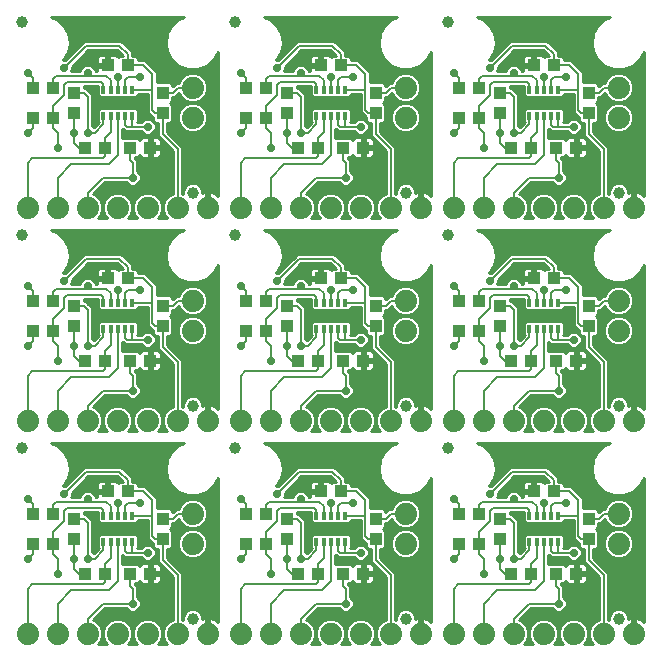
<source format=gtl>
G75*
%MOIN*%
%OFA0B0*%
%FSLAX25Y25*%
%IPPOS*%
%LPD*%
%AMOC8*
5,1,8,0,0,1.08239X$1,22.5*
%
%ADD10C,0.07400*%
%ADD11R,0.04331X0.03937*%
%ADD12R,0.03937X0.04331*%
%ADD13C,0.03937*%
%ADD14R,0.01575X0.02756*%
%ADD15R,0.09646X0.04331*%
%ADD16C,0.01000*%
%ADD17C,0.02900*%
%ADD18C,0.00700*%
D10*
X0007250Y0010060D03*
X0017250Y0010060D03*
X0027250Y0010060D03*
X0037250Y0010060D03*
X0047250Y0010060D03*
X0057250Y0010060D03*
X0067250Y0010060D03*
X0078250Y0010060D03*
X0088250Y0010060D03*
X0098250Y0010060D03*
X0108250Y0010060D03*
X0118250Y0010060D03*
X0128250Y0010060D03*
X0138250Y0010060D03*
X0149250Y0010060D03*
X0159250Y0010060D03*
X0169250Y0010060D03*
X0179250Y0010060D03*
X0189250Y0010060D03*
X0199250Y0010060D03*
X0209250Y0010060D03*
X0204250Y0040060D03*
X0204250Y0050060D03*
X0199250Y0081060D03*
X0189250Y0081060D03*
X0179250Y0081060D03*
X0169250Y0081060D03*
X0159250Y0081060D03*
X0149250Y0081060D03*
X0138250Y0081060D03*
X0128250Y0081060D03*
X0118250Y0081060D03*
X0108250Y0081060D03*
X0098250Y0081060D03*
X0088250Y0081060D03*
X0078250Y0081060D03*
X0067250Y0081060D03*
X0057250Y0081060D03*
X0047250Y0081060D03*
X0037250Y0081060D03*
X0027250Y0081060D03*
X0017250Y0081060D03*
X0007250Y0081060D03*
X0062250Y0111060D03*
X0062250Y0121060D03*
X0057250Y0152060D03*
X0067250Y0152060D03*
X0078250Y0152060D03*
X0088250Y0152060D03*
X0098250Y0152060D03*
X0108250Y0152060D03*
X0118250Y0152060D03*
X0128250Y0152060D03*
X0138250Y0152060D03*
X0149250Y0152060D03*
X0159250Y0152060D03*
X0169250Y0152060D03*
X0179250Y0152060D03*
X0189250Y0152060D03*
X0199250Y0152060D03*
X0209250Y0152060D03*
X0204250Y0182060D03*
X0204250Y0192060D03*
X0204250Y0121060D03*
X0204250Y0111060D03*
X0209250Y0081060D03*
X0133250Y0111060D03*
X0133250Y0121060D03*
X0133250Y0182060D03*
X0133250Y0192060D03*
X0062250Y0192060D03*
X0062250Y0182060D03*
X0047250Y0152060D03*
X0037250Y0152060D03*
X0027250Y0152060D03*
X0017250Y0152060D03*
X0007250Y0152060D03*
X0062250Y0050060D03*
X0062250Y0040060D03*
X0133250Y0040060D03*
X0133250Y0050060D03*
D11*
X0150904Y0050060D03*
X0157596Y0050060D03*
X0157596Y0040060D03*
X0150904Y0040060D03*
X0168404Y0030060D03*
X0175096Y0030060D03*
X0183404Y0030060D03*
X0190096Y0030060D03*
X0182596Y0057560D03*
X0175904Y0057560D03*
X0175096Y0101060D03*
X0168404Y0101060D03*
X0157596Y0111060D03*
X0150904Y0111060D03*
X0150904Y0121060D03*
X0157596Y0121060D03*
X0175904Y0128560D03*
X0182596Y0128560D03*
X0183404Y0101060D03*
X0190096Y0101060D03*
X0190096Y0172060D03*
X0183404Y0172060D03*
X0175096Y0172060D03*
X0168404Y0172060D03*
X0157596Y0182060D03*
X0150904Y0182060D03*
X0150904Y0192060D03*
X0157596Y0192060D03*
X0175904Y0199560D03*
X0182596Y0199560D03*
X0119096Y0172060D03*
X0112404Y0172060D03*
X0104096Y0172060D03*
X0097404Y0172060D03*
X0086596Y0182060D03*
X0079904Y0182060D03*
X0079904Y0192060D03*
X0086596Y0192060D03*
X0104904Y0199560D03*
X0111596Y0199560D03*
X0048096Y0172060D03*
X0041404Y0172060D03*
X0033096Y0172060D03*
X0026404Y0172060D03*
X0015596Y0182060D03*
X0008904Y0182060D03*
X0008904Y0192060D03*
X0015596Y0192060D03*
X0033904Y0199560D03*
X0040596Y0199560D03*
X0040596Y0128560D03*
X0033904Y0128560D03*
X0015596Y0121060D03*
X0008904Y0121060D03*
X0008904Y0111060D03*
X0015596Y0111060D03*
X0026404Y0101060D03*
X0033096Y0101060D03*
X0041404Y0101060D03*
X0048096Y0101060D03*
X0079904Y0111060D03*
X0086596Y0111060D03*
X0086596Y0121060D03*
X0079904Y0121060D03*
X0097404Y0101060D03*
X0104096Y0101060D03*
X0112404Y0101060D03*
X0119096Y0101060D03*
X0111596Y0128560D03*
X0104904Y0128560D03*
X0104904Y0057560D03*
X0111596Y0057560D03*
X0086596Y0050060D03*
X0079904Y0050060D03*
X0079904Y0040060D03*
X0086596Y0040060D03*
X0097404Y0030060D03*
X0104096Y0030060D03*
X0112404Y0030060D03*
X0119096Y0030060D03*
X0048096Y0030060D03*
X0041404Y0030060D03*
X0033096Y0030060D03*
X0026404Y0030060D03*
X0015596Y0040060D03*
X0008904Y0040060D03*
X0008904Y0050060D03*
X0015596Y0050060D03*
X0033904Y0057560D03*
X0040596Y0057560D03*
D12*
X0052250Y0048406D03*
X0052250Y0041714D03*
X0022750Y0041714D03*
X0022750Y0048406D03*
X0022750Y0112714D03*
X0022750Y0119406D03*
X0052250Y0119406D03*
X0052250Y0112714D03*
X0093750Y0112714D03*
X0093750Y0119406D03*
X0123250Y0119406D03*
X0123250Y0112714D03*
X0164750Y0112714D03*
X0164750Y0119406D03*
X0194250Y0119406D03*
X0194250Y0112714D03*
X0194250Y0048406D03*
X0194250Y0041714D03*
X0164750Y0041714D03*
X0164750Y0048406D03*
X0123250Y0048406D03*
X0123250Y0041714D03*
X0093750Y0041714D03*
X0093750Y0048406D03*
X0093750Y0183714D03*
X0093750Y0190406D03*
X0123250Y0190406D03*
X0123250Y0183714D03*
X0164750Y0183714D03*
X0164750Y0190406D03*
X0194250Y0190406D03*
X0194250Y0183714D03*
X0052250Y0183714D03*
X0052250Y0190406D03*
X0022750Y0190406D03*
X0022750Y0183714D03*
D13*
X0005250Y0214060D03*
X0062250Y0157060D03*
X0076250Y0143060D03*
X0133250Y0157060D03*
X0147250Y0143060D03*
X0133250Y0086060D03*
X0147250Y0072060D03*
X0133250Y0015060D03*
X0076250Y0072060D03*
X0062250Y0086060D03*
X0005250Y0072060D03*
X0062250Y0015060D03*
X0005250Y0143060D03*
X0076250Y0214060D03*
X0147250Y0214060D03*
X0204250Y0157060D03*
X0204250Y0086060D03*
X0204250Y0015060D03*
D14*
X0183974Y0040729D03*
X0181612Y0040729D03*
X0179250Y0040729D03*
X0176888Y0040729D03*
X0174526Y0040729D03*
X0174526Y0049391D03*
X0176888Y0049391D03*
X0179250Y0049391D03*
X0181612Y0049391D03*
X0183974Y0049391D03*
X0183974Y0111729D03*
X0181612Y0111729D03*
X0179250Y0111729D03*
X0176888Y0111729D03*
X0174526Y0111729D03*
X0174526Y0120391D03*
X0176888Y0120391D03*
X0179250Y0120391D03*
X0181612Y0120391D03*
X0183974Y0120391D03*
X0183974Y0182729D03*
X0181612Y0182729D03*
X0179250Y0182729D03*
X0176888Y0182729D03*
X0174526Y0182729D03*
X0174526Y0191391D03*
X0176888Y0191391D03*
X0179250Y0191391D03*
X0181612Y0191391D03*
X0183974Y0191391D03*
X0112974Y0191391D03*
X0110612Y0191391D03*
X0108250Y0191391D03*
X0105888Y0191391D03*
X0103526Y0191391D03*
X0103526Y0182729D03*
X0105888Y0182729D03*
X0108250Y0182729D03*
X0110612Y0182729D03*
X0112974Y0182729D03*
X0112974Y0120391D03*
X0110612Y0120391D03*
X0108250Y0120391D03*
X0105888Y0120391D03*
X0103526Y0120391D03*
X0103526Y0111729D03*
X0105888Y0111729D03*
X0108250Y0111729D03*
X0110612Y0111729D03*
X0112974Y0111729D03*
X0112974Y0049391D03*
X0110612Y0049391D03*
X0108250Y0049391D03*
X0105888Y0049391D03*
X0103526Y0049391D03*
X0103526Y0040729D03*
X0105888Y0040729D03*
X0108250Y0040729D03*
X0110612Y0040729D03*
X0112974Y0040729D03*
X0041974Y0040729D03*
X0039612Y0040729D03*
X0037250Y0040729D03*
X0034888Y0040729D03*
X0032526Y0040729D03*
X0032526Y0049391D03*
X0034888Y0049391D03*
X0037250Y0049391D03*
X0039612Y0049391D03*
X0041974Y0049391D03*
X0041974Y0111729D03*
X0039612Y0111729D03*
X0037250Y0111729D03*
X0034888Y0111729D03*
X0032526Y0111729D03*
X0032526Y0120391D03*
X0034888Y0120391D03*
X0037250Y0120391D03*
X0039612Y0120391D03*
X0041974Y0120391D03*
X0041974Y0182729D03*
X0039612Y0182729D03*
X0037250Y0182729D03*
X0034888Y0182729D03*
X0032526Y0182729D03*
X0032526Y0191391D03*
X0034888Y0191391D03*
X0037250Y0191391D03*
X0039612Y0191391D03*
X0041974Y0191391D03*
D15*
X0037250Y0187060D03*
X0108250Y0187060D03*
X0179250Y0187060D03*
X0179250Y0116060D03*
X0179250Y0045060D03*
X0108250Y0045060D03*
X0108250Y0116060D03*
X0037250Y0116060D03*
X0037250Y0045060D03*
D16*
X0043259Y0046813D02*
X0043962Y0047516D01*
X0043962Y0047841D01*
X0047200Y0047841D01*
X0047200Y0041918D01*
X0048108Y0041010D01*
X0048954Y0040164D01*
X0049081Y0040164D01*
X0049081Y0039051D01*
X0049784Y0038348D01*
X0050700Y0038348D01*
X0050700Y0033918D01*
X0051608Y0033010D01*
X0055700Y0028918D01*
X0055700Y0014722D01*
X0054474Y0014214D01*
X0053096Y0012836D01*
X0052350Y0011035D01*
X0052350Y0009085D01*
X0053096Y0007284D01*
X0053720Y0006660D01*
X0050780Y0006660D01*
X0051404Y0007284D01*
X0052150Y0009085D01*
X0052150Y0011035D01*
X0051404Y0012836D01*
X0050026Y0014214D01*
X0048225Y0014960D01*
X0046275Y0014960D01*
X0044474Y0014214D01*
X0043096Y0012836D01*
X0042350Y0011035D01*
X0042350Y0009085D01*
X0043096Y0007284D01*
X0043720Y0006660D01*
X0040780Y0006660D01*
X0041404Y0007284D01*
X0042150Y0009085D01*
X0042150Y0011035D01*
X0041404Y0012836D01*
X0040026Y0014214D01*
X0038225Y0014960D01*
X0036275Y0014960D01*
X0034474Y0014214D01*
X0033096Y0012836D01*
X0032350Y0011035D01*
X0032350Y0009085D01*
X0033096Y0007284D01*
X0033720Y0006660D01*
X0030780Y0006660D01*
X0031404Y0007284D01*
X0032150Y0009085D01*
X0032150Y0011035D01*
X0031404Y0012836D01*
X0030026Y0014214D01*
X0029015Y0014633D01*
X0032892Y0018510D01*
X0040052Y0018510D01*
X0040749Y0017813D01*
X0041723Y0017410D01*
X0042777Y0017410D01*
X0043751Y0017813D01*
X0044497Y0018559D01*
X0044900Y0019533D01*
X0044900Y0020587D01*
X0044497Y0021561D01*
X0043800Y0022258D01*
X0043800Y0025702D01*
X0042954Y0026548D01*
X0042954Y0026891D01*
X0044066Y0026891D01*
X0044590Y0027415D01*
X0044731Y0027170D01*
X0045010Y0026891D01*
X0045352Y0026694D01*
X0045734Y0026591D01*
X0047612Y0026591D01*
X0047612Y0029576D01*
X0048581Y0029576D01*
X0048581Y0030544D01*
X0051762Y0030544D01*
X0051762Y0032226D01*
X0051660Y0032607D01*
X0051462Y0032950D01*
X0051183Y0033229D01*
X0050841Y0033426D01*
X0050459Y0033528D01*
X0048581Y0033528D01*
X0048581Y0030544D01*
X0047612Y0030544D01*
X0047612Y0033528D01*
X0045734Y0033528D01*
X0045352Y0033426D01*
X0045010Y0033229D01*
X0044731Y0032950D01*
X0044590Y0032705D01*
X0044066Y0033228D01*
X0038800Y0033228D01*
X0038800Y0036318D01*
X0039608Y0035510D01*
X0045052Y0035510D01*
X0045749Y0034813D01*
X0046723Y0034410D01*
X0047777Y0034410D01*
X0048751Y0034813D01*
X0049497Y0035559D01*
X0049900Y0036533D01*
X0049900Y0037587D01*
X0049497Y0038561D01*
X0048751Y0039307D01*
X0047777Y0039710D01*
X0046723Y0039710D01*
X0045749Y0039307D01*
X0045052Y0038610D01*
X0043717Y0038610D01*
X0043962Y0038854D01*
X0043962Y0042604D01*
X0043259Y0043307D01*
X0031241Y0043307D01*
X0030538Y0042604D01*
X0030538Y0038854D01*
X0030945Y0038447D01*
X0029278Y0036780D01*
X0028800Y0037258D01*
X0028800Y0047702D01*
X0027892Y0048610D01*
X0026546Y0049956D01*
X0025918Y0049956D01*
X0025918Y0050510D01*
X0030538Y0050510D01*
X0030538Y0047516D01*
X0031241Y0046813D01*
X0043259Y0046813D01*
X0043444Y0046997D02*
X0047200Y0046997D01*
X0047200Y0045999D02*
X0028800Y0045999D01*
X0028800Y0046997D02*
X0031056Y0046997D01*
X0030538Y0047996D02*
X0028506Y0047996D01*
X0027508Y0048994D02*
X0030538Y0048994D01*
X0030538Y0049993D02*
X0025918Y0049993D01*
X0028800Y0045000D02*
X0047200Y0045000D01*
X0047200Y0044002D02*
X0028800Y0044002D01*
X0028800Y0043003D02*
X0030937Y0043003D01*
X0030538Y0042005D02*
X0028800Y0042005D01*
X0028800Y0041006D02*
X0030538Y0041006D01*
X0030538Y0040008D02*
X0028800Y0040008D01*
X0028800Y0039009D02*
X0030538Y0039009D01*
X0030509Y0038011D02*
X0028800Y0038011D01*
X0029045Y0037012D02*
X0029510Y0037012D01*
X0038800Y0036014D02*
X0039104Y0036014D01*
X0038800Y0035015D02*
X0045547Y0035015D01*
X0044800Y0033018D02*
X0044276Y0033018D01*
X0047612Y0033018D02*
X0048581Y0033018D01*
X0048581Y0032020D02*
X0047612Y0032020D01*
X0047612Y0031021D02*
X0048581Y0031021D01*
X0048581Y0030023D02*
X0054595Y0030023D01*
X0053597Y0031021D02*
X0051762Y0031021D01*
X0051762Y0032020D02*
X0052598Y0032020D01*
X0051600Y0033018D02*
X0051393Y0033018D01*
X0050700Y0034017D02*
X0038800Y0034017D01*
X0043962Y0039009D02*
X0045452Y0039009D01*
X0043962Y0040008D02*
X0049081Y0040008D01*
X0049048Y0039009D02*
X0049123Y0039009D01*
X0049724Y0038011D02*
X0050700Y0038011D01*
X0050700Y0037012D02*
X0049900Y0037012D01*
X0049685Y0036014D02*
X0050700Y0036014D01*
X0050700Y0035015D02*
X0048953Y0035015D01*
X0053800Y0035202D02*
X0053800Y0038348D01*
X0054716Y0038348D01*
X0055418Y0039051D01*
X0055418Y0044376D01*
X0054734Y0045060D01*
X0055418Y0045744D01*
X0055418Y0046856D01*
X0056238Y0046856D01*
X0057677Y0048295D01*
X0058096Y0047284D01*
X0059474Y0045906D01*
X0061275Y0045160D01*
X0063225Y0045160D01*
X0065026Y0045906D01*
X0066404Y0047284D01*
X0067150Y0049085D01*
X0067150Y0051035D01*
X0066404Y0052836D01*
X0065026Y0054214D01*
X0063225Y0054960D01*
X0061275Y0054960D01*
X0059474Y0054214D01*
X0058096Y0052836D01*
X0057588Y0051610D01*
X0056608Y0051610D01*
X0055700Y0050702D01*
X0055418Y0050420D01*
X0055418Y0051069D01*
X0054716Y0051772D01*
X0050300Y0051772D01*
X0050300Y0055202D01*
X0046392Y0059110D01*
X0043962Y0059110D01*
X0043962Y0060026D01*
X0043259Y0060728D01*
X0042146Y0060728D01*
X0042146Y0061856D01*
X0041238Y0062764D01*
X0038392Y0065610D01*
X0026108Y0065610D01*
X0019708Y0059210D01*
X0019124Y0059210D01*
X0019173Y0059251D01*
X0020742Y0061969D01*
X0021287Y0065060D01*
X0020742Y0068151D01*
X0019173Y0070869D01*
X0019173Y0070869D01*
X0016769Y0072887D01*
X0016769Y0072887D01*
X0015193Y0073460D01*
X0059307Y0073460D01*
X0057731Y0072887D01*
X0055327Y0070869D01*
X0053758Y0068151D01*
X0053213Y0065060D01*
X0053758Y0061969D01*
X0055327Y0059251D01*
X0055327Y0059251D01*
X0057731Y0057233D01*
X0060681Y0056160D01*
X0063819Y0056160D01*
X0066769Y0057233D01*
X0069173Y0059251D01*
X0070650Y0061809D01*
X0070650Y0014014D01*
X0070638Y0014026D01*
X0069975Y0014507D01*
X0069246Y0014879D01*
X0068468Y0015132D01*
X0067750Y0015246D01*
X0067750Y0010560D01*
X0066750Y0010560D01*
X0066750Y0015246D01*
X0066032Y0015132D01*
X0065418Y0014932D01*
X0065418Y0015690D01*
X0064936Y0016855D01*
X0064045Y0017746D01*
X0062880Y0018228D01*
X0061620Y0018228D01*
X0060455Y0017746D01*
X0059564Y0016855D01*
X0059081Y0015690D01*
X0059081Y0014605D01*
X0058800Y0014722D01*
X0058800Y0030202D01*
X0053800Y0035202D01*
X0053987Y0035015D02*
X0070650Y0035015D01*
X0070650Y0034017D02*
X0054985Y0034017D01*
X0055984Y0033018D02*
X0070650Y0033018D01*
X0070650Y0032020D02*
X0056982Y0032020D01*
X0057981Y0031021D02*
X0070650Y0031021D01*
X0070650Y0030023D02*
X0058800Y0030023D01*
X0058800Y0029024D02*
X0070650Y0029024D01*
X0070650Y0028026D02*
X0058800Y0028026D01*
X0058800Y0027027D02*
X0070650Y0027027D01*
X0070650Y0026029D02*
X0058800Y0026029D01*
X0058800Y0025030D02*
X0070650Y0025030D01*
X0070650Y0024032D02*
X0058800Y0024032D01*
X0058800Y0023033D02*
X0070650Y0023033D01*
X0070650Y0022035D02*
X0058800Y0022035D01*
X0058800Y0021036D02*
X0070650Y0021036D01*
X0070650Y0020038D02*
X0058800Y0020038D01*
X0058800Y0019039D02*
X0070650Y0019039D01*
X0070650Y0018041D02*
X0063334Y0018041D01*
X0064749Y0017042D02*
X0070650Y0017042D01*
X0070650Y0016044D02*
X0065272Y0016044D01*
X0065418Y0015045D02*
X0065765Y0015045D01*
X0066750Y0015045D02*
X0067750Y0015045D01*
X0068735Y0015045D02*
X0070650Y0015045D01*
X0070610Y0014047D02*
X0070650Y0014047D01*
X0067750Y0014047D02*
X0066750Y0014047D01*
X0066750Y0013048D02*
X0067750Y0013048D01*
X0067750Y0012050D02*
X0066750Y0012050D01*
X0066750Y0011051D02*
X0067750Y0011051D01*
X0061166Y0018041D02*
X0058800Y0018041D01*
X0058800Y0017042D02*
X0059751Y0017042D01*
X0059228Y0016044D02*
X0058800Y0016044D01*
X0058800Y0015045D02*
X0059081Y0015045D01*
X0055700Y0015045D02*
X0029427Y0015045D01*
X0030193Y0014047D02*
X0034307Y0014047D01*
X0033308Y0013048D02*
X0031192Y0013048D01*
X0031730Y0012050D02*
X0032770Y0012050D01*
X0032357Y0011051D02*
X0032143Y0011051D01*
X0032150Y0010053D02*
X0032350Y0010053D01*
X0032363Y0009054D02*
X0032137Y0009054D01*
X0031723Y0008056D02*
X0032777Y0008056D01*
X0033323Y0007057D02*
X0031177Y0007057D01*
X0030426Y0016044D02*
X0055700Y0016044D01*
X0055700Y0017042D02*
X0031424Y0017042D01*
X0032423Y0018041D02*
X0040522Y0018041D01*
X0043978Y0018041D02*
X0055700Y0018041D01*
X0055700Y0019039D02*
X0044695Y0019039D01*
X0044900Y0020038D02*
X0055700Y0020038D01*
X0055700Y0021036D02*
X0044714Y0021036D01*
X0044023Y0022035D02*
X0055700Y0022035D01*
X0055700Y0023033D02*
X0043800Y0023033D01*
X0043800Y0024032D02*
X0055700Y0024032D01*
X0055700Y0025030D02*
X0043800Y0025030D01*
X0043473Y0026029D02*
X0055700Y0026029D01*
X0055700Y0027027D02*
X0051319Y0027027D01*
X0051183Y0026891D02*
X0051462Y0027170D01*
X0051660Y0027512D01*
X0051762Y0027894D01*
X0051762Y0029576D01*
X0048581Y0029576D01*
X0048581Y0026591D01*
X0050459Y0026591D01*
X0050841Y0026694D01*
X0051183Y0026891D01*
X0051762Y0028026D02*
X0055700Y0028026D01*
X0055594Y0029024D02*
X0051762Y0029024D01*
X0048581Y0029024D02*
X0047612Y0029024D01*
X0047612Y0028026D02*
X0048581Y0028026D01*
X0048581Y0027027D02*
X0047612Y0027027D01*
X0044874Y0027027D02*
X0044202Y0027027D01*
X0053800Y0036014D02*
X0059366Y0036014D01*
X0059474Y0035906D02*
X0061275Y0035160D01*
X0063225Y0035160D01*
X0065026Y0035906D01*
X0066404Y0037284D01*
X0067150Y0039085D01*
X0067150Y0041035D01*
X0066404Y0042836D01*
X0065026Y0044214D01*
X0063225Y0044960D01*
X0061275Y0044960D01*
X0059474Y0044214D01*
X0058096Y0042836D01*
X0057350Y0041035D01*
X0057350Y0039085D01*
X0058096Y0037284D01*
X0059474Y0035906D01*
X0058368Y0037012D02*
X0053800Y0037012D01*
X0053800Y0038011D02*
X0057795Y0038011D01*
X0057381Y0039009D02*
X0055377Y0039009D01*
X0055418Y0040008D02*
X0057350Y0040008D01*
X0057350Y0041006D02*
X0055418Y0041006D01*
X0055418Y0042005D02*
X0057752Y0042005D01*
X0058264Y0043003D02*
X0055418Y0043003D01*
X0055418Y0044002D02*
X0059262Y0044002D01*
X0059381Y0045999D02*
X0055418Y0045999D01*
X0054794Y0045000D02*
X0070650Y0045000D01*
X0070650Y0044002D02*
X0065238Y0044002D01*
X0066236Y0043003D02*
X0070650Y0043003D01*
X0070650Y0042005D02*
X0066748Y0042005D01*
X0067150Y0041006D02*
X0070650Y0041006D01*
X0070650Y0040008D02*
X0067150Y0040008D01*
X0067119Y0039009D02*
X0070650Y0039009D01*
X0070650Y0038011D02*
X0066705Y0038011D01*
X0066132Y0037012D02*
X0070650Y0037012D01*
X0070650Y0036014D02*
X0065133Y0036014D01*
X0065119Y0045999D02*
X0070650Y0045999D01*
X0070650Y0046997D02*
X0066117Y0046997D01*
X0066699Y0047996D02*
X0070650Y0047996D01*
X0070650Y0048994D02*
X0067112Y0048994D01*
X0067150Y0049993D02*
X0070650Y0049993D01*
X0070650Y0050992D02*
X0067150Y0050992D01*
X0066754Y0051990D02*
X0070650Y0051990D01*
X0070650Y0052989D02*
X0066251Y0052989D01*
X0065253Y0053987D02*
X0070650Y0053987D01*
X0070650Y0054986D02*
X0050300Y0054986D01*
X0050300Y0053987D02*
X0059247Y0053987D01*
X0058249Y0052989D02*
X0050300Y0052989D01*
X0050300Y0051990D02*
X0057746Y0051990D01*
X0055989Y0050992D02*
X0055418Y0050992D01*
X0057378Y0047996D02*
X0057801Y0047996D01*
X0058383Y0046997D02*
X0056379Y0046997D01*
X0048112Y0041006D02*
X0043962Y0041006D01*
X0043962Y0042005D02*
X0047200Y0042005D01*
X0047200Y0043003D02*
X0043563Y0043003D01*
X0049518Y0055984D02*
X0070650Y0055984D01*
X0070650Y0056983D02*
X0066079Y0056983D01*
X0066769Y0057233D02*
X0066769Y0057233D01*
X0067660Y0057981D02*
X0070650Y0057981D01*
X0070650Y0058980D02*
X0068850Y0058980D01*
X0069173Y0059251D02*
X0069173Y0059251D01*
X0069173Y0059251D01*
X0069593Y0059978D02*
X0070650Y0059978D01*
X0070650Y0060977D02*
X0070169Y0060977D01*
X0058421Y0056983D02*
X0048519Y0056983D01*
X0047521Y0057981D02*
X0056840Y0057981D01*
X0057731Y0057233D02*
X0057731Y0057233D01*
X0055650Y0058980D02*
X0046522Y0058980D01*
X0043962Y0059978D02*
X0054907Y0059978D01*
X0054331Y0060977D02*
X0042146Y0060977D01*
X0042027Y0061975D02*
X0053757Y0061975D01*
X0053581Y0062974D02*
X0041028Y0062974D01*
X0040030Y0063972D02*
X0053405Y0063972D01*
X0053228Y0064971D02*
X0039031Y0064971D01*
X0037108Y0062510D02*
X0027392Y0062510D01*
X0021900Y0057018D01*
X0021900Y0056033D01*
X0021725Y0055610D01*
X0024609Y0055610D01*
X0025003Y0056561D01*
X0025749Y0057307D01*
X0026723Y0057710D01*
X0027777Y0057710D01*
X0028751Y0057307D01*
X0029497Y0056561D01*
X0029891Y0055610D01*
X0030238Y0055610D01*
X0030238Y0057076D01*
X0033419Y0057076D01*
X0033419Y0058044D01*
X0030238Y0058044D01*
X0030238Y0059726D01*
X0030340Y0060107D01*
X0030538Y0060450D01*
X0030817Y0060729D01*
X0031159Y0060926D01*
X0031541Y0061028D01*
X0033419Y0061028D01*
X0033419Y0058044D01*
X0034388Y0058044D01*
X0034388Y0061028D01*
X0036266Y0061028D01*
X0036648Y0060926D01*
X0036990Y0060729D01*
X0037269Y0060450D01*
X0037410Y0060205D01*
X0037934Y0060728D01*
X0038889Y0060728D01*
X0037108Y0062510D01*
X0037643Y0061975D02*
X0026857Y0061975D01*
X0025859Y0060977D02*
X0031347Y0060977D01*
X0030306Y0059978D02*
X0024860Y0059978D01*
X0023862Y0058980D02*
X0030238Y0058980D01*
X0030238Y0056983D02*
X0029075Y0056983D01*
X0029736Y0055984D02*
X0030238Y0055984D01*
X0033419Y0057981D02*
X0022863Y0057981D01*
X0021900Y0056983D02*
X0025425Y0056983D01*
X0024764Y0055984D02*
X0021880Y0055984D01*
X0020476Y0059978D02*
X0019593Y0059978D01*
X0019173Y0059251D02*
X0019173Y0059251D01*
X0019173Y0059251D01*
X0020169Y0060977D02*
X0021475Y0060977D01*
X0020742Y0061969D02*
X0020742Y0061969D01*
X0020743Y0061975D02*
X0022473Y0061975D01*
X0023472Y0062974D02*
X0020919Y0062974D01*
X0021095Y0063972D02*
X0024470Y0063972D01*
X0025469Y0064971D02*
X0021272Y0064971D01*
X0021287Y0065060D02*
X0021287Y0065060D01*
X0021127Y0065969D02*
X0053373Y0065969D01*
X0053549Y0066968D02*
X0020951Y0066968D01*
X0020775Y0067966D02*
X0053725Y0067966D01*
X0054228Y0068965D02*
X0020272Y0068965D01*
X0020742Y0068151D02*
X0020742Y0068151D01*
X0019696Y0069963D02*
X0054804Y0069963D01*
X0055327Y0070869D02*
X0055327Y0070869D01*
X0055327Y0070869D01*
X0055438Y0070962D02*
X0019063Y0070962D01*
X0017873Y0071960D02*
X0056627Y0071960D01*
X0057731Y0072887D02*
X0057731Y0072887D01*
X0057930Y0072959D02*
X0016570Y0072959D01*
X0029015Y0085633D02*
X0032892Y0089510D01*
X0040052Y0089510D01*
X0040749Y0088813D01*
X0041723Y0088410D01*
X0042777Y0088410D01*
X0043751Y0088813D01*
X0044497Y0089559D01*
X0044900Y0090533D01*
X0044900Y0091587D01*
X0044497Y0092561D01*
X0043800Y0093258D01*
X0043800Y0096702D01*
X0042954Y0097548D01*
X0042954Y0097891D01*
X0044066Y0097891D01*
X0044590Y0098415D01*
X0044731Y0098170D01*
X0045010Y0097891D01*
X0045352Y0097694D01*
X0045734Y0097591D01*
X0047612Y0097591D01*
X0047612Y0100576D01*
X0048581Y0100576D01*
X0048581Y0101544D01*
X0051762Y0101544D01*
X0051762Y0103226D01*
X0051660Y0103607D01*
X0051462Y0103950D01*
X0051183Y0104229D01*
X0050841Y0104426D01*
X0050459Y0104528D01*
X0048581Y0104528D01*
X0048581Y0101544D01*
X0047612Y0101544D01*
X0047612Y0104528D01*
X0045734Y0104528D01*
X0045352Y0104426D01*
X0045010Y0104229D01*
X0044731Y0103950D01*
X0044590Y0103705D01*
X0044066Y0104228D01*
X0038800Y0104228D01*
X0038800Y0107318D01*
X0038970Y0107148D01*
X0039608Y0106510D01*
X0045052Y0106510D01*
X0045749Y0105813D01*
X0046723Y0105410D01*
X0047777Y0105410D01*
X0048751Y0105813D01*
X0049497Y0106559D01*
X0049900Y0107533D01*
X0049900Y0108587D01*
X0049497Y0109561D01*
X0048751Y0110307D01*
X0047777Y0110710D01*
X0046723Y0110710D01*
X0045749Y0110307D01*
X0045052Y0109610D01*
X0043717Y0109610D01*
X0043962Y0109854D01*
X0043962Y0113604D01*
X0043259Y0114307D01*
X0031241Y0114307D01*
X0030538Y0113604D01*
X0030538Y0109854D01*
X0030945Y0109447D01*
X0029278Y0107780D01*
X0028800Y0108258D01*
X0028800Y0118702D01*
X0027892Y0119610D01*
X0027454Y0120048D01*
X0027454Y0120048D01*
X0026546Y0120956D01*
X0025918Y0120956D01*
X0025918Y0121510D01*
X0030538Y0121510D01*
X0030538Y0118516D01*
X0031241Y0117813D01*
X0043259Y0117813D01*
X0043962Y0118516D01*
X0043962Y0118841D01*
X0047200Y0118841D01*
X0047200Y0112918D01*
X0048108Y0112010D01*
X0048954Y0111164D01*
X0049081Y0111164D01*
X0049081Y0110051D01*
X0049784Y0109348D01*
X0050700Y0109348D01*
X0050700Y0104918D01*
X0051608Y0104010D01*
X0055700Y0099918D01*
X0055700Y0085722D01*
X0054474Y0085214D01*
X0053096Y0083836D01*
X0052350Y0082035D01*
X0052350Y0080085D01*
X0053096Y0078284D01*
X0053720Y0077660D01*
X0050780Y0077660D01*
X0051404Y0078284D01*
X0052150Y0080085D01*
X0052150Y0082035D01*
X0051404Y0083836D01*
X0050026Y0085214D01*
X0048225Y0085960D01*
X0046275Y0085960D01*
X0044474Y0085214D01*
X0043096Y0083836D01*
X0042350Y0082035D01*
X0042350Y0080085D01*
X0043096Y0078284D01*
X0043720Y0077660D01*
X0040780Y0077660D01*
X0041404Y0078284D01*
X0042150Y0080085D01*
X0042150Y0082035D01*
X0041404Y0083836D01*
X0040026Y0085214D01*
X0038225Y0085960D01*
X0036275Y0085960D01*
X0034474Y0085214D01*
X0033096Y0083836D01*
X0032350Y0082035D01*
X0032350Y0080085D01*
X0033096Y0078284D01*
X0033720Y0077660D01*
X0030780Y0077660D01*
X0031404Y0078284D01*
X0032150Y0080085D01*
X0032150Y0082035D01*
X0031404Y0083836D01*
X0030026Y0085214D01*
X0029015Y0085633D01*
X0029321Y0085939D02*
X0036226Y0085939D01*
X0038274Y0085939D02*
X0046226Y0085939D01*
X0048274Y0085939D02*
X0055700Y0085939D01*
X0055700Y0086938D02*
X0030320Y0086938D01*
X0031318Y0087936D02*
X0055700Y0087936D01*
X0055700Y0088935D02*
X0043873Y0088935D01*
X0044652Y0089933D02*
X0055700Y0089933D01*
X0055700Y0090932D02*
X0044900Y0090932D01*
X0044758Y0091930D02*
X0055700Y0091930D01*
X0055700Y0092929D02*
X0044129Y0092929D01*
X0043800Y0093927D02*
X0055700Y0093927D01*
X0055700Y0094926D02*
X0043800Y0094926D01*
X0043800Y0095925D02*
X0055700Y0095925D01*
X0055700Y0096923D02*
X0043579Y0096923D01*
X0044096Y0097922D02*
X0044980Y0097922D01*
X0047612Y0097922D02*
X0048581Y0097922D01*
X0048581Y0097591D02*
X0050459Y0097591D01*
X0050841Y0097694D01*
X0051183Y0097891D01*
X0051462Y0098170D01*
X0051660Y0098512D01*
X0051762Y0098894D01*
X0051762Y0100576D01*
X0048581Y0100576D01*
X0048581Y0097591D01*
X0048581Y0098920D02*
X0047612Y0098920D01*
X0047612Y0099919D02*
X0048581Y0099919D01*
X0048581Y0100917D02*
X0054701Y0100917D01*
X0055699Y0099919D02*
X0051762Y0099919D01*
X0051762Y0098920D02*
X0055700Y0098920D01*
X0055700Y0097922D02*
X0051213Y0097922D01*
X0051762Y0101916D02*
X0053702Y0101916D01*
X0052704Y0102914D02*
X0051762Y0102914D01*
X0051705Y0103913D02*
X0051483Y0103913D01*
X0050707Y0104911D02*
X0038800Y0104911D01*
X0038800Y0105910D02*
X0045653Y0105910D01*
X0044710Y0103913D02*
X0044382Y0103913D01*
X0047612Y0103913D02*
X0048581Y0103913D01*
X0048581Y0102914D02*
X0047612Y0102914D01*
X0047612Y0101916D02*
X0048581Y0101916D01*
X0048847Y0105910D02*
X0050700Y0105910D01*
X0050700Y0106908D02*
X0049641Y0106908D01*
X0049900Y0107907D02*
X0050700Y0107907D01*
X0050700Y0108905D02*
X0049768Y0108905D01*
X0049229Y0109904D02*
X0049154Y0109904D01*
X0049081Y0110902D02*
X0043962Y0110902D01*
X0043962Y0109904D02*
X0045346Y0109904D01*
X0043962Y0111901D02*
X0048217Y0111901D01*
X0047219Y0112899D02*
X0043962Y0112899D01*
X0043668Y0113898D02*
X0047200Y0113898D01*
X0047200Y0114896D02*
X0028800Y0114896D01*
X0028800Y0113898D02*
X0030832Y0113898D01*
X0030538Y0112899D02*
X0028800Y0112899D01*
X0028800Y0111901D02*
X0030538Y0111901D01*
X0030538Y0110902D02*
X0028800Y0110902D01*
X0028800Y0109904D02*
X0030538Y0109904D01*
X0030403Y0108905D02*
X0028800Y0108905D01*
X0029151Y0107907D02*
X0029405Y0107907D01*
X0028800Y0115895D02*
X0047200Y0115895D01*
X0047200Y0116893D02*
X0028800Y0116893D01*
X0028800Y0117892D02*
X0031162Y0117892D01*
X0030538Y0118890D02*
X0028612Y0118890D01*
X0027892Y0119610D02*
X0027892Y0119610D01*
X0027613Y0119889D02*
X0030538Y0119889D01*
X0030538Y0120887D02*
X0026615Y0120887D01*
X0024609Y0126610D02*
X0021725Y0126610D01*
X0021900Y0127033D01*
X0021900Y0128018D01*
X0027392Y0133510D01*
X0037108Y0133510D01*
X0038889Y0131728D01*
X0037934Y0131728D01*
X0037410Y0131205D01*
X0037269Y0131450D01*
X0036990Y0131729D01*
X0036648Y0131926D01*
X0036266Y0132028D01*
X0034388Y0132028D01*
X0034388Y0129044D01*
X0033419Y0129044D01*
X0033419Y0128076D01*
X0030238Y0128076D01*
X0030238Y0126610D01*
X0029891Y0126610D01*
X0029497Y0127561D01*
X0028751Y0128307D01*
X0027777Y0128710D01*
X0026723Y0128710D01*
X0025749Y0128307D01*
X0025003Y0127561D01*
X0024609Y0126610D01*
X0024721Y0126878D02*
X0021836Y0126878D01*
X0021900Y0127877D02*
X0025319Y0127877D01*
X0023756Y0129874D02*
X0030238Y0129874D01*
X0030238Y0129044D02*
X0030238Y0130726D01*
X0030340Y0131107D01*
X0030538Y0131450D01*
X0030817Y0131729D01*
X0031159Y0131926D01*
X0031541Y0132028D01*
X0033419Y0132028D01*
X0033419Y0129044D01*
X0030238Y0129044D01*
X0030238Y0127877D02*
X0029181Y0127877D01*
X0029779Y0126878D02*
X0030238Y0126878D01*
X0033419Y0128875D02*
X0022757Y0128875D01*
X0024754Y0130872D02*
X0030277Y0130872D01*
X0031063Y0131871D02*
X0025753Y0131871D01*
X0026751Y0132869D02*
X0037749Y0132869D01*
X0038747Y0131871D02*
X0036744Y0131871D01*
X0034388Y0131871D02*
X0033419Y0131871D01*
X0033419Y0130872D02*
X0034388Y0130872D01*
X0034388Y0129874D02*
X0033419Y0129874D01*
X0039137Y0135865D02*
X0053247Y0135865D01*
X0053213Y0136060D02*
X0053758Y0132969D01*
X0055327Y0130251D01*
X0055327Y0130251D01*
X0057731Y0128233D01*
X0060681Y0127160D01*
X0063819Y0127160D01*
X0066769Y0128233D01*
X0069173Y0130251D01*
X0070650Y0132809D01*
X0070650Y0085014D01*
X0070638Y0085026D01*
X0069975Y0085507D01*
X0069246Y0085879D01*
X0068468Y0086132D01*
X0067750Y0086246D01*
X0067750Y0081560D01*
X0066750Y0081560D01*
X0066750Y0086246D01*
X0066032Y0086132D01*
X0065418Y0085932D01*
X0065418Y0086690D01*
X0064936Y0087855D01*
X0064045Y0088746D01*
X0062880Y0089228D01*
X0061620Y0089228D01*
X0060455Y0088746D01*
X0059564Y0087855D01*
X0059081Y0086690D01*
X0059081Y0085605D01*
X0058800Y0085722D01*
X0058800Y0101202D01*
X0053800Y0106202D01*
X0053800Y0109348D01*
X0054716Y0109348D01*
X0055418Y0110051D01*
X0055418Y0115376D01*
X0054734Y0116060D01*
X0055418Y0116744D01*
X0055418Y0117856D01*
X0056238Y0117856D01*
X0057677Y0119295D01*
X0058096Y0118284D01*
X0059474Y0116906D01*
X0061275Y0116160D01*
X0063225Y0116160D01*
X0065026Y0116906D01*
X0066404Y0118284D01*
X0067150Y0120085D01*
X0067150Y0122035D01*
X0066404Y0123836D01*
X0065026Y0125214D01*
X0063225Y0125960D01*
X0061275Y0125960D01*
X0059474Y0125214D01*
X0058096Y0123836D01*
X0057588Y0122610D01*
X0056608Y0122610D01*
X0055700Y0121702D01*
X0055418Y0121420D01*
X0055418Y0122069D01*
X0054716Y0122772D01*
X0050300Y0122772D01*
X0050300Y0126202D01*
X0046392Y0130110D01*
X0043962Y0130110D01*
X0043962Y0131026D01*
X0043259Y0131728D01*
X0042146Y0131728D01*
X0042146Y0132856D01*
X0041238Y0133764D01*
X0038392Y0136610D01*
X0026108Y0136610D01*
X0019708Y0130210D01*
X0019124Y0130210D01*
X0019173Y0130251D01*
X0020742Y0132969D01*
X0021287Y0136060D01*
X0020742Y0139151D01*
X0019173Y0141869D01*
X0019173Y0141869D01*
X0016769Y0143887D01*
X0016769Y0143887D01*
X0015193Y0144460D01*
X0059307Y0144460D01*
X0057731Y0143887D01*
X0055327Y0141869D01*
X0053758Y0139151D01*
X0053758Y0139151D01*
X0053213Y0136060D01*
X0053213Y0136060D01*
X0053354Y0136863D02*
X0021146Y0136863D01*
X0021287Y0136060D02*
X0021287Y0136060D01*
X0021253Y0135865D02*
X0025363Y0135865D01*
X0024364Y0134866D02*
X0021077Y0134866D01*
X0020901Y0133868D02*
X0023366Y0133868D01*
X0022367Y0132869D02*
X0020685Y0132869D01*
X0020742Y0132969D02*
X0020742Y0132969D01*
X0021369Y0131871D02*
X0020108Y0131871D01*
X0020370Y0130872D02*
X0019532Y0130872D01*
X0019173Y0130251D02*
X0019173Y0130251D01*
X0019173Y0130251D01*
X0020970Y0137862D02*
X0053530Y0137862D01*
X0053707Y0138861D02*
X0020793Y0138861D01*
X0020742Y0139151D02*
X0020742Y0139151D01*
X0020333Y0139859D02*
X0054167Y0139859D01*
X0054743Y0140858D02*
X0019757Y0140858D01*
X0019180Y0141856D02*
X0055320Y0141856D01*
X0055327Y0141869D02*
X0055327Y0141869D01*
X0055327Y0141869D01*
X0056502Y0142855D02*
X0017998Y0142855D01*
X0016809Y0143853D02*
X0057691Y0143853D01*
X0057731Y0143887D02*
X0057731Y0143887D01*
X0053720Y0148660D02*
X0050780Y0148660D01*
X0051404Y0149284D01*
X0052150Y0151085D01*
X0052150Y0153035D01*
X0051404Y0154836D01*
X0050026Y0156214D01*
X0048225Y0156960D01*
X0046275Y0156960D01*
X0044474Y0156214D01*
X0043096Y0154836D01*
X0042350Y0153035D01*
X0042350Y0151085D01*
X0043096Y0149284D01*
X0043720Y0148660D01*
X0040780Y0148660D01*
X0041404Y0149284D01*
X0042150Y0151085D01*
X0042150Y0153035D01*
X0041404Y0154836D01*
X0040026Y0156214D01*
X0038225Y0156960D01*
X0036275Y0156960D01*
X0034474Y0156214D01*
X0033096Y0154836D01*
X0032350Y0153035D01*
X0032350Y0151085D01*
X0033096Y0149284D01*
X0033720Y0148660D01*
X0030780Y0148660D01*
X0031404Y0149284D01*
X0032150Y0151085D01*
X0032150Y0153035D01*
X0031404Y0154836D01*
X0030026Y0156214D01*
X0029015Y0156633D01*
X0032892Y0160510D01*
X0040052Y0160510D01*
X0040749Y0159813D01*
X0041723Y0159410D01*
X0042777Y0159410D01*
X0043751Y0159813D01*
X0044497Y0160559D01*
X0044900Y0161533D01*
X0044900Y0162587D01*
X0044497Y0163561D01*
X0043800Y0164258D01*
X0043800Y0167702D01*
X0042954Y0168548D01*
X0042954Y0168891D01*
X0044066Y0168891D01*
X0044590Y0169415D01*
X0044731Y0169170D01*
X0045010Y0168891D01*
X0045352Y0168694D01*
X0045734Y0168591D01*
X0047612Y0168591D01*
X0047612Y0171576D01*
X0048581Y0171576D01*
X0048581Y0172544D01*
X0051762Y0172544D01*
X0051762Y0174226D01*
X0051660Y0174607D01*
X0051462Y0174950D01*
X0051183Y0175229D01*
X0050841Y0175426D01*
X0050459Y0175528D01*
X0048581Y0175528D01*
X0048581Y0172544D01*
X0047612Y0172544D01*
X0047612Y0175528D01*
X0045734Y0175528D01*
X0045352Y0175426D01*
X0045010Y0175229D01*
X0044731Y0174950D01*
X0044590Y0174705D01*
X0044066Y0175228D01*
X0038800Y0175228D01*
X0038800Y0178318D01*
X0038970Y0178148D01*
X0039608Y0177510D01*
X0045052Y0177510D01*
X0045749Y0176813D01*
X0046723Y0176410D01*
X0047777Y0176410D01*
X0048751Y0176813D01*
X0049497Y0177559D01*
X0049900Y0178533D01*
X0049900Y0179587D01*
X0049497Y0180561D01*
X0048751Y0181307D01*
X0047777Y0181710D01*
X0046723Y0181710D01*
X0045749Y0181307D01*
X0045052Y0180610D01*
X0043717Y0180610D01*
X0043962Y0180854D01*
X0043962Y0184604D01*
X0043259Y0185307D01*
X0031241Y0185307D01*
X0030538Y0184604D01*
X0030538Y0180854D01*
X0030945Y0180447D01*
X0029278Y0178780D01*
X0028800Y0179258D01*
X0028800Y0189702D01*
X0027892Y0190610D01*
X0026546Y0191956D01*
X0025918Y0191956D01*
X0025918Y0192510D01*
X0030538Y0192510D01*
X0030538Y0189516D01*
X0031241Y0188813D01*
X0043259Y0188813D01*
X0043962Y0189516D01*
X0043962Y0189841D01*
X0047200Y0189841D01*
X0047200Y0183918D01*
X0048108Y0183010D01*
X0048954Y0182164D01*
X0049081Y0182164D01*
X0049081Y0181051D01*
X0049784Y0180348D01*
X0050700Y0180348D01*
X0050700Y0175918D01*
X0051608Y0175010D01*
X0055700Y0170918D01*
X0055700Y0156722D01*
X0054474Y0156214D01*
X0053096Y0154836D01*
X0052350Y0153035D01*
X0052350Y0151085D01*
X0053096Y0149284D01*
X0053720Y0148660D01*
X0053535Y0148846D02*
X0050965Y0148846D01*
X0051636Y0149844D02*
X0052864Y0149844D01*
X0052451Y0150843D02*
X0052049Y0150843D01*
X0052150Y0151841D02*
X0052350Y0151841D01*
X0052350Y0152840D02*
X0052150Y0152840D01*
X0051817Y0153838D02*
X0052683Y0153838D01*
X0053097Y0154837D02*
X0051403Y0154837D01*
X0050404Y0155835D02*
X0054096Y0155835D01*
X0055700Y0156834D02*
X0048530Y0156834D01*
X0045970Y0156834D02*
X0038530Y0156834D01*
X0040404Y0155835D02*
X0044096Y0155835D01*
X0043097Y0154837D02*
X0041403Y0154837D01*
X0041817Y0153838D02*
X0042683Y0153838D01*
X0042350Y0152840D02*
X0042150Y0152840D01*
X0042150Y0151841D02*
X0042350Y0151841D01*
X0042451Y0150843D02*
X0042049Y0150843D01*
X0041636Y0149844D02*
X0042864Y0149844D01*
X0043535Y0148846D02*
X0040965Y0148846D01*
X0033535Y0148846D02*
X0030965Y0148846D01*
X0031636Y0149844D02*
X0032864Y0149844D01*
X0032451Y0150843D02*
X0032049Y0150843D01*
X0032150Y0151841D02*
X0032350Y0151841D01*
X0032350Y0152840D02*
X0032150Y0152840D01*
X0031817Y0153838D02*
X0032683Y0153838D01*
X0033097Y0154837D02*
X0031403Y0154837D01*
X0030404Y0155835D02*
X0034096Y0155835D01*
X0035970Y0156834D02*
X0029216Y0156834D01*
X0030214Y0157832D02*
X0055700Y0157832D01*
X0055700Y0158831D02*
X0031213Y0158831D01*
X0032211Y0159829D02*
X0040733Y0159829D01*
X0043767Y0159829D02*
X0055700Y0159829D01*
X0055700Y0160828D02*
X0044608Y0160828D01*
X0044900Y0161826D02*
X0055700Y0161826D01*
X0055700Y0162825D02*
X0044802Y0162825D01*
X0044234Y0163823D02*
X0055700Y0163823D01*
X0055700Y0164822D02*
X0043800Y0164822D01*
X0043800Y0165820D02*
X0055700Y0165820D01*
X0055700Y0166819D02*
X0043800Y0166819D01*
X0043685Y0167817D02*
X0055700Y0167817D01*
X0055700Y0168816D02*
X0051052Y0168816D01*
X0051183Y0168891D02*
X0051462Y0169170D01*
X0051660Y0169513D01*
X0051762Y0169894D01*
X0051762Y0171576D01*
X0048581Y0171576D01*
X0048581Y0168591D01*
X0050459Y0168591D01*
X0050841Y0168694D01*
X0051183Y0168891D01*
X0051740Y0169814D02*
X0055700Y0169814D01*
X0055700Y0170813D02*
X0051762Y0170813D01*
X0051762Y0172810D02*
X0053808Y0172810D01*
X0052810Y0173808D02*
X0051762Y0173808D01*
X0051811Y0174807D02*
X0051544Y0174807D01*
X0051608Y0175010D02*
X0051608Y0175010D01*
X0050813Y0175805D02*
X0038800Y0175805D01*
X0038800Y0176804D02*
X0045772Y0176804D01*
X0044648Y0174807D02*
X0044488Y0174807D01*
X0047612Y0174807D02*
X0048581Y0174807D01*
X0048581Y0173808D02*
X0047612Y0173808D01*
X0047612Y0172810D02*
X0048581Y0172810D01*
X0048581Y0171811D02*
X0054807Y0171811D01*
X0057194Y0173808D02*
X0070650Y0173808D01*
X0070650Y0172810D02*
X0058192Y0172810D01*
X0058800Y0172202D02*
X0053800Y0177202D01*
X0053800Y0180348D01*
X0054716Y0180348D01*
X0055418Y0181051D01*
X0055418Y0186376D01*
X0054734Y0187060D01*
X0055418Y0187744D01*
X0055418Y0188856D01*
X0056238Y0188856D01*
X0057677Y0190295D01*
X0058096Y0189284D01*
X0059474Y0187906D01*
X0061275Y0187160D01*
X0063225Y0187160D01*
X0065026Y0187906D01*
X0066404Y0189284D01*
X0067150Y0191085D01*
X0067150Y0193035D01*
X0066404Y0194836D01*
X0065026Y0196214D01*
X0063225Y0196960D01*
X0061275Y0196960D01*
X0059474Y0196214D01*
X0058096Y0194836D01*
X0057588Y0193610D01*
X0056608Y0193610D01*
X0055700Y0192702D01*
X0055418Y0192420D01*
X0055418Y0193069D01*
X0054716Y0193772D01*
X0050300Y0193772D01*
X0050300Y0197202D01*
X0046392Y0201110D01*
X0043962Y0201110D01*
X0043962Y0202026D01*
X0043259Y0202728D01*
X0042146Y0202728D01*
X0042146Y0203856D01*
X0041238Y0204764D01*
X0038392Y0207610D01*
X0026108Y0207610D01*
X0019708Y0201210D01*
X0019124Y0201210D01*
X0019173Y0201251D01*
X0020742Y0203969D01*
X0021287Y0207060D01*
X0020742Y0210151D01*
X0019173Y0212869D01*
X0019173Y0212869D01*
X0016769Y0214887D01*
X0016769Y0214887D01*
X0015193Y0215460D01*
X0059307Y0215460D01*
X0057731Y0214887D01*
X0055327Y0212869D01*
X0053758Y0210151D01*
X0053758Y0210151D01*
X0053213Y0207060D01*
X0053758Y0203969D01*
X0055327Y0201251D01*
X0055327Y0201251D01*
X0057731Y0199233D01*
X0060681Y0198160D01*
X0063819Y0198160D01*
X0066769Y0199233D01*
X0069173Y0201251D01*
X0070650Y0203809D01*
X0070650Y0156014D01*
X0070638Y0156026D01*
X0069975Y0156507D01*
X0069246Y0156879D01*
X0068468Y0157132D01*
X0067750Y0157246D01*
X0067750Y0152560D01*
X0066750Y0152560D01*
X0066750Y0157246D01*
X0066032Y0157132D01*
X0065418Y0156932D01*
X0065418Y0157690D01*
X0064936Y0158855D01*
X0064045Y0159746D01*
X0062880Y0160228D01*
X0061620Y0160228D01*
X0060455Y0159746D01*
X0059564Y0158855D01*
X0059081Y0157690D01*
X0059081Y0156605D01*
X0058800Y0156722D01*
X0058800Y0172202D01*
X0058800Y0171811D02*
X0070650Y0171811D01*
X0070650Y0170813D02*
X0058800Y0170813D01*
X0058800Y0169814D02*
X0070650Y0169814D01*
X0070650Y0168816D02*
X0058800Y0168816D01*
X0058800Y0167817D02*
X0070650Y0167817D01*
X0070650Y0166819D02*
X0058800Y0166819D01*
X0058800Y0165820D02*
X0070650Y0165820D01*
X0070650Y0164822D02*
X0058800Y0164822D01*
X0058800Y0163823D02*
X0070650Y0163823D01*
X0070650Y0162825D02*
X0058800Y0162825D01*
X0058800Y0161826D02*
X0070650Y0161826D01*
X0070650Y0160828D02*
X0058800Y0160828D01*
X0058800Y0159829D02*
X0060656Y0159829D01*
X0059554Y0158831D02*
X0058800Y0158831D01*
X0058800Y0157832D02*
X0059140Y0157832D01*
X0059081Y0156834D02*
X0058800Y0156834D01*
X0063844Y0159829D02*
X0070650Y0159829D01*
X0070650Y0158831D02*
X0064946Y0158831D01*
X0065360Y0157832D02*
X0070650Y0157832D01*
X0070650Y0156834D02*
X0069335Y0156834D01*
X0067750Y0156834D02*
X0066750Y0156834D01*
X0066750Y0155835D02*
X0067750Y0155835D01*
X0067750Y0154837D02*
X0066750Y0154837D01*
X0066750Y0153838D02*
X0067750Y0153838D01*
X0067750Y0152840D02*
X0066750Y0152840D01*
X0053423Y0134866D02*
X0040136Y0134866D01*
X0041134Y0133868D02*
X0053599Y0133868D01*
X0053758Y0132969D02*
X0053758Y0132969D01*
X0053815Y0132869D02*
X0042133Y0132869D01*
X0042146Y0131871D02*
X0054392Y0131871D01*
X0054968Y0130872D02*
X0043962Y0130872D01*
X0046628Y0129874D02*
X0055776Y0129874D01*
X0056966Y0128875D02*
X0047627Y0128875D01*
X0048625Y0127877D02*
X0058711Y0127877D01*
X0057731Y0128233D02*
X0057731Y0128233D01*
X0059142Y0124881D02*
X0050300Y0124881D01*
X0050300Y0123883D02*
X0058143Y0123883D01*
X0057702Y0122884D02*
X0050300Y0122884D01*
X0050300Y0125880D02*
X0061082Y0125880D01*
X0063418Y0125880D02*
X0070650Y0125880D01*
X0070650Y0126878D02*
X0049624Y0126878D01*
X0055418Y0121886D02*
X0055884Y0121886D01*
X0057272Y0118890D02*
X0057845Y0118890D01*
X0058489Y0117892D02*
X0056274Y0117892D01*
X0055418Y0116893D02*
X0059505Y0116893D01*
X0059474Y0115214D02*
X0058096Y0113836D01*
X0057350Y0112035D01*
X0057350Y0110085D01*
X0058096Y0108284D01*
X0059474Y0106906D01*
X0061275Y0106160D01*
X0063225Y0106160D01*
X0065026Y0106906D01*
X0066404Y0108284D01*
X0067150Y0110085D01*
X0067150Y0112035D01*
X0066404Y0113836D01*
X0065026Y0115214D01*
X0063225Y0115960D01*
X0061275Y0115960D01*
X0059474Y0115214D01*
X0059157Y0114896D02*
X0055418Y0114896D01*
X0055418Y0113898D02*
X0058158Y0113898D01*
X0057708Y0112899D02*
X0055418Y0112899D01*
X0055418Y0111901D02*
X0057350Y0111901D01*
X0057350Y0110902D02*
X0055418Y0110902D01*
X0055271Y0109904D02*
X0057425Y0109904D01*
X0057839Y0108905D02*
X0053800Y0108905D01*
X0053800Y0107907D02*
X0058474Y0107907D01*
X0059472Y0106908D02*
X0053800Y0106908D01*
X0054092Y0105910D02*
X0070650Y0105910D01*
X0070650Y0106908D02*
X0065028Y0106908D01*
X0066026Y0107907D02*
X0070650Y0107907D01*
X0070650Y0108905D02*
X0066661Y0108905D01*
X0067075Y0109904D02*
X0070650Y0109904D01*
X0070650Y0110902D02*
X0067150Y0110902D01*
X0067150Y0111901D02*
X0070650Y0111901D01*
X0070650Y0112899D02*
X0066792Y0112899D01*
X0066342Y0113898D02*
X0070650Y0113898D01*
X0070650Y0114896D02*
X0065343Y0114896D01*
X0064995Y0116893D02*
X0070650Y0116893D01*
X0070650Y0115895D02*
X0063382Y0115895D01*
X0061118Y0115895D02*
X0054900Y0115895D01*
X0047200Y0117892D02*
X0043338Y0117892D01*
X0039210Y0106908D02*
X0038800Y0106908D01*
X0055091Y0104911D02*
X0070650Y0104911D01*
X0070650Y0103913D02*
X0056089Y0103913D01*
X0057088Y0102914D02*
X0070650Y0102914D01*
X0070650Y0101916D02*
X0058086Y0101916D01*
X0058800Y0100917D02*
X0070650Y0100917D01*
X0070650Y0099919D02*
X0058800Y0099919D01*
X0058800Y0098920D02*
X0070650Y0098920D01*
X0070650Y0097922D02*
X0058800Y0097922D01*
X0058800Y0096923D02*
X0070650Y0096923D01*
X0070650Y0095925D02*
X0058800Y0095925D01*
X0058800Y0094926D02*
X0070650Y0094926D01*
X0070650Y0093927D02*
X0058800Y0093927D01*
X0058800Y0092929D02*
X0070650Y0092929D01*
X0070650Y0091930D02*
X0058800Y0091930D01*
X0058800Y0090932D02*
X0070650Y0090932D01*
X0070650Y0089933D02*
X0058800Y0089933D01*
X0058800Y0088935D02*
X0060911Y0088935D01*
X0059645Y0087936D02*
X0058800Y0087936D01*
X0058800Y0086938D02*
X0059184Y0086938D01*
X0059081Y0085939D02*
X0058800Y0085939D01*
X0063589Y0088935D02*
X0070650Y0088935D01*
X0070650Y0087936D02*
X0064854Y0087936D01*
X0065316Y0086938D02*
X0070650Y0086938D01*
X0070650Y0085939D02*
X0069060Y0085939D01*
X0067750Y0085939D02*
X0066750Y0085939D01*
X0066750Y0084941D02*
X0067750Y0084941D01*
X0067750Y0083942D02*
X0066750Y0083942D01*
X0066750Y0082944D02*
X0067750Y0082944D01*
X0067750Y0081945D02*
X0066750Y0081945D01*
X0065440Y0085939D02*
X0065418Y0085939D01*
X0054201Y0084941D02*
X0050299Y0084941D01*
X0051297Y0083942D02*
X0053203Y0083942D01*
X0052727Y0082944D02*
X0051773Y0082944D01*
X0052150Y0081945D02*
X0052350Y0081945D01*
X0052350Y0080947D02*
X0052150Y0080947D01*
X0052093Y0079948D02*
X0052407Y0079948D01*
X0052820Y0078950D02*
X0051680Y0078950D01*
X0051071Y0077951D02*
X0053429Y0077951D01*
X0044201Y0084941D02*
X0040299Y0084941D01*
X0041297Y0083942D02*
X0043203Y0083942D01*
X0042727Y0082944D02*
X0041773Y0082944D01*
X0042150Y0081945D02*
X0042350Y0081945D01*
X0042350Y0080947D02*
X0042150Y0080947D01*
X0042093Y0079948D02*
X0042407Y0079948D01*
X0042820Y0078950D02*
X0041680Y0078950D01*
X0041071Y0077951D02*
X0043429Y0077951D01*
X0033429Y0077951D02*
X0031071Y0077951D01*
X0031680Y0078950D02*
X0032820Y0078950D01*
X0032407Y0079948D02*
X0032093Y0079948D01*
X0032150Y0080947D02*
X0032350Y0080947D01*
X0032350Y0081945D02*
X0032150Y0081945D01*
X0031773Y0082944D02*
X0032727Y0082944D01*
X0033203Y0083942D02*
X0031297Y0083942D01*
X0030299Y0084941D02*
X0034201Y0084941D01*
X0032317Y0088935D02*
X0040627Y0088935D01*
X0038641Y0060977D02*
X0036460Y0060977D01*
X0034388Y0060977D02*
X0033419Y0060977D01*
X0033419Y0059978D02*
X0034388Y0059978D01*
X0034388Y0058980D02*
X0033419Y0058980D01*
X0040193Y0014047D02*
X0044307Y0014047D01*
X0043308Y0013048D02*
X0041192Y0013048D01*
X0041730Y0012050D02*
X0042770Y0012050D01*
X0042357Y0011051D02*
X0042143Y0011051D01*
X0042150Y0010053D02*
X0042350Y0010053D01*
X0042363Y0009054D02*
X0042137Y0009054D01*
X0041723Y0008056D02*
X0042777Y0008056D01*
X0043323Y0007057D02*
X0041177Y0007057D01*
X0051177Y0007057D02*
X0053323Y0007057D01*
X0052777Y0008056D02*
X0051723Y0008056D01*
X0052137Y0009054D02*
X0052363Y0009054D01*
X0052350Y0010053D02*
X0052150Y0010053D01*
X0052143Y0011051D02*
X0052357Y0011051D01*
X0052770Y0012050D02*
X0051730Y0012050D01*
X0051192Y0013048D02*
X0053308Y0013048D01*
X0054307Y0014047D02*
X0050193Y0014047D01*
X0092725Y0055610D02*
X0092900Y0056033D01*
X0092900Y0057018D01*
X0098392Y0062510D01*
X0108108Y0062510D01*
X0109889Y0060728D01*
X0108934Y0060728D01*
X0108410Y0060205D01*
X0108269Y0060450D01*
X0107990Y0060729D01*
X0107648Y0060926D01*
X0107266Y0061028D01*
X0105388Y0061028D01*
X0105388Y0058044D01*
X0104419Y0058044D01*
X0104419Y0057076D01*
X0101238Y0057076D01*
X0101238Y0055610D01*
X0100891Y0055610D01*
X0100497Y0056561D01*
X0099751Y0057307D01*
X0098777Y0057710D01*
X0097723Y0057710D01*
X0096749Y0057307D01*
X0096003Y0056561D01*
X0095609Y0055610D01*
X0092725Y0055610D01*
X0092880Y0055984D02*
X0095764Y0055984D01*
X0096425Y0056983D02*
X0092900Y0056983D01*
X0093863Y0057981D02*
X0104419Y0057981D01*
X0104419Y0058044D02*
X0101238Y0058044D01*
X0101238Y0059726D01*
X0101340Y0060107D01*
X0101538Y0060450D01*
X0101817Y0060729D01*
X0102159Y0060926D01*
X0102541Y0061028D01*
X0104419Y0061028D01*
X0104419Y0058044D01*
X0104419Y0058980D02*
X0105388Y0058980D01*
X0105388Y0059978D02*
X0104419Y0059978D01*
X0104419Y0060977D02*
X0105388Y0060977D01*
X0107460Y0060977D02*
X0109641Y0060977D01*
X0108643Y0061975D02*
X0097857Y0061975D01*
X0096859Y0060977D02*
X0102347Y0060977D01*
X0101306Y0059978D02*
X0095860Y0059978D01*
X0094862Y0058980D02*
X0101238Y0058980D01*
X0101238Y0056983D02*
X0100075Y0056983D01*
X0100736Y0055984D02*
X0101238Y0055984D01*
X0101538Y0050510D02*
X0096918Y0050510D01*
X0096918Y0049956D01*
X0097546Y0049956D01*
X0098892Y0048610D01*
X0099800Y0047702D01*
X0099800Y0037258D01*
X0100278Y0036780D01*
X0101945Y0038447D01*
X0101538Y0038854D01*
X0101538Y0042604D01*
X0102241Y0043307D01*
X0114259Y0043307D01*
X0114962Y0042604D01*
X0114962Y0038854D01*
X0114717Y0038610D01*
X0116052Y0038610D01*
X0116749Y0039307D01*
X0117723Y0039710D01*
X0118777Y0039710D01*
X0119751Y0039307D01*
X0120497Y0038561D01*
X0120900Y0037587D01*
X0120900Y0036533D01*
X0120497Y0035559D01*
X0119751Y0034813D01*
X0118777Y0034410D01*
X0117723Y0034410D01*
X0116749Y0034813D01*
X0116052Y0035510D01*
X0110608Y0035510D01*
X0109970Y0036148D01*
X0109800Y0036318D01*
X0109800Y0033228D01*
X0115066Y0033228D01*
X0115590Y0032705D01*
X0115731Y0032950D01*
X0116010Y0033229D01*
X0116352Y0033426D01*
X0116734Y0033528D01*
X0118612Y0033528D01*
X0118612Y0030544D01*
X0119581Y0030544D01*
X0122762Y0030544D01*
X0122762Y0032226D01*
X0122660Y0032607D01*
X0122462Y0032950D01*
X0122183Y0033229D01*
X0121841Y0033426D01*
X0121459Y0033528D01*
X0119581Y0033528D01*
X0119581Y0030544D01*
X0119581Y0029576D01*
X0122762Y0029576D01*
X0122762Y0027894D01*
X0122660Y0027512D01*
X0122462Y0027170D01*
X0122183Y0026891D01*
X0121841Y0026694D01*
X0121459Y0026591D01*
X0119581Y0026591D01*
X0119581Y0029576D01*
X0118612Y0029576D01*
X0118612Y0026591D01*
X0116734Y0026591D01*
X0116352Y0026694D01*
X0116010Y0026891D01*
X0115731Y0027170D01*
X0115590Y0027415D01*
X0115066Y0026891D01*
X0113954Y0026891D01*
X0113954Y0026548D01*
X0114800Y0025702D01*
X0114800Y0022258D01*
X0115497Y0021561D01*
X0115900Y0020587D01*
X0115900Y0019533D01*
X0115497Y0018559D01*
X0114751Y0017813D01*
X0113777Y0017410D01*
X0112723Y0017410D01*
X0111749Y0017813D01*
X0111052Y0018510D01*
X0103892Y0018510D01*
X0100015Y0014633D01*
X0101026Y0014214D01*
X0102404Y0012836D01*
X0103150Y0011035D01*
X0103150Y0009085D01*
X0102404Y0007284D01*
X0101780Y0006660D01*
X0104720Y0006660D01*
X0104096Y0007284D01*
X0103350Y0009085D01*
X0103350Y0011035D01*
X0104096Y0012836D01*
X0105474Y0014214D01*
X0107275Y0014960D01*
X0109225Y0014960D01*
X0111026Y0014214D01*
X0112404Y0012836D01*
X0113150Y0011035D01*
X0113150Y0009085D01*
X0112404Y0007284D01*
X0111780Y0006660D01*
X0114720Y0006660D01*
X0114096Y0007284D01*
X0113350Y0009085D01*
X0113350Y0011035D01*
X0114096Y0012836D01*
X0115474Y0014214D01*
X0117275Y0014960D01*
X0119225Y0014960D01*
X0121026Y0014214D01*
X0122404Y0012836D01*
X0123150Y0011035D01*
X0123150Y0009085D01*
X0122404Y0007284D01*
X0121780Y0006660D01*
X0124720Y0006660D01*
X0124096Y0007284D01*
X0123350Y0009085D01*
X0123350Y0011035D01*
X0124096Y0012836D01*
X0125474Y0014214D01*
X0126700Y0014722D01*
X0126700Y0028918D01*
X0121700Y0033918D01*
X0121700Y0038348D01*
X0120784Y0038348D01*
X0120081Y0039051D01*
X0120081Y0040164D01*
X0119954Y0040164D01*
X0119108Y0041010D01*
X0118200Y0041918D01*
X0118200Y0047841D01*
X0114962Y0047841D01*
X0114962Y0047516D01*
X0114259Y0046813D01*
X0102241Y0046813D01*
X0101538Y0047516D01*
X0101538Y0050510D01*
X0101538Y0049993D02*
X0096918Y0049993D01*
X0098508Y0048994D02*
X0101538Y0048994D01*
X0101538Y0047996D02*
X0099506Y0047996D01*
X0099800Y0046997D02*
X0102056Y0046997D01*
X0099800Y0045999D02*
X0118200Y0045999D01*
X0118200Y0046997D02*
X0114444Y0046997D01*
X0114563Y0043003D02*
X0118200Y0043003D01*
X0118200Y0042005D02*
X0114962Y0042005D01*
X0114962Y0041006D02*
X0119112Y0041006D01*
X0120081Y0040008D02*
X0114962Y0040008D01*
X0114962Y0039009D02*
X0116452Y0039009D01*
X0120048Y0039009D02*
X0120123Y0039009D01*
X0120724Y0038011D02*
X0121700Y0038011D01*
X0121700Y0037012D02*
X0120900Y0037012D01*
X0120685Y0036014D02*
X0121700Y0036014D01*
X0121700Y0035015D02*
X0119953Y0035015D01*
X0121700Y0034017D02*
X0109800Y0034017D01*
X0109800Y0035015D02*
X0116547Y0035015D01*
X0115800Y0033018D02*
X0115276Y0033018D01*
X0118612Y0033018D02*
X0119581Y0033018D01*
X0119581Y0032020D02*
X0118612Y0032020D01*
X0118612Y0031021D02*
X0119581Y0031021D01*
X0119581Y0030023D02*
X0125595Y0030023D01*
X0124597Y0031021D02*
X0122762Y0031021D01*
X0122762Y0032020D02*
X0123598Y0032020D01*
X0122600Y0033018D02*
X0122393Y0033018D01*
X0124800Y0035202D02*
X0124800Y0038348D01*
X0125716Y0038348D01*
X0126418Y0039051D01*
X0126418Y0044376D01*
X0125734Y0045060D01*
X0126418Y0045744D01*
X0126418Y0046856D01*
X0127238Y0046856D01*
X0128677Y0048295D01*
X0129096Y0047284D01*
X0130474Y0045906D01*
X0132275Y0045160D01*
X0134225Y0045160D01*
X0136026Y0045906D01*
X0137404Y0047284D01*
X0138150Y0049085D01*
X0138150Y0051035D01*
X0137404Y0052836D01*
X0136026Y0054214D01*
X0134225Y0054960D01*
X0132275Y0054960D01*
X0130474Y0054214D01*
X0129096Y0052836D01*
X0128588Y0051610D01*
X0127608Y0051610D01*
X0126418Y0050420D01*
X0126418Y0051069D01*
X0125716Y0051772D01*
X0121300Y0051772D01*
X0121300Y0055202D01*
X0117392Y0059110D01*
X0114962Y0059110D01*
X0114962Y0060026D01*
X0114259Y0060728D01*
X0113146Y0060728D01*
X0113146Y0061856D01*
X0112238Y0062764D01*
X0109392Y0065610D01*
X0097108Y0065610D01*
X0090708Y0059210D01*
X0090124Y0059210D01*
X0090173Y0059251D01*
X0091742Y0061969D01*
X0092287Y0065060D01*
X0091742Y0068151D01*
X0090173Y0070869D01*
X0090173Y0070869D01*
X0087769Y0072887D01*
X0087769Y0072887D01*
X0086193Y0073460D01*
X0130307Y0073460D01*
X0128731Y0072887D01*
X0126327Y0070869D01*
X0124758Y0068151D01*
X0124758Y0068151D01*
X0124213Y0065060D01*
X0124758Y0061969D01*
X0126327Y0059251D01*
X0126327Y0059251D01*
X0128731Y0057233D01*
X0131681Y0056160D01*
X0134819Y0056160D01*
X0137769Y0057233D01*
X0137769Y0057233D01*
X0140173Y0059251D01*
X0141650Y0061809D01*
X0141650Y0014014D01*
X0141638Y0014026D01*
X0140975Y0014507D01*
X0140246Y0014879D01*
X0139468Y0015132D01*
X0138750Y0015246D01*
X0138750Y0010560D01*
X0137750Y0010560D01*
X0137750Y0015246D01*
X0137032Y0015132D01*
X0136418Y0014932D01*
X0136418Y0015690D01*
X0135936Y0016855D01*
X0135045Y0017746D01*
X0133880Y0018228D01*
X0132620Y0018228D01*
X0131455Y0017746D01*
X0130564Y0016855D01*
X0130081Y0015690D01*
X0130081Y0014605D01*
X0129800Y0014722D01*
X0129800Y0030202D01*
X0124800Y0035202D01*
X0124987Y0035015D02*
X0141650Y0035015D01*
X0141650Y0034017D02*
X0125985Y0034017D01*
X0126984Y0033018D02*
X0141650Y0033018D01*
X0141650Y0032020D02*
X0127982Y0032020D01*
X0128981Y0031021D02*
X0141650Y0031021D01*
X0141650Y0030023D02*
X0129800Y0030023D01*
X0129800Y0029024D02*
X0141650Y0029024D01*
X0141650Y0028026D02*
X0129800Y0028026D01*
X0129800Y0027027D02*
X0141650Y0027027D01*
X0141650Y0026029D02*
X0129800Y0026029D01*
X0129800Y0025030D02*
X0141650Y0025030D01*
X0141650Y0024032D02*
X0129800Y0024032D01*
X0129800Y0023033D02*
X0141650Y0023033D01*
X0141650Y0022035D02*
X0129800Y0022035D01*
X0129800Y0021036D02*
X0141650Y0021036D01*
X0141650Y0020038D02*
X0129800Y0020038D01*
X0129800Y0019039D02*
X0141650Y0019039D01*
X0141650Y0018041D02*
X0134334Y0018041D01*
X0135749Y0017042D02*
X0141650Y0017042D01*
X0141650Y0016044D02*
X0136272Y0016044D01*
X0136418Y0015045D02*
X0136765Y0015045D01*
X0137750Y0015045D02*
X0138750Y0015045D01*
X0139735Y0015045D02*
X0141650Y0015045D01*
X0141610Y0014047D02*
X0141650Y0014047D01*
X0138750Y0014047D02*
X0137750Y0014047D01*
X0137750Y0013048D02*
X0138750Y0013048D01*
X0138750Y0012050D02*
X0137750Y0012050D01*
X0137750Y0011051D02*
X0138750Y0011051D01*
X0132166Y0018041D02*
X0129800Y0018041D01*
X0129800Y0017042D02*
X0130751Y0017042D01*
X0130228Y0016044D02*
X0129800Y0016044D01*
X0129800Y0015045D02*
X0130081Y0015045D01*
X0126700Y0015045D02*
X0100427Y0015045D01*
X0101193Y0014047D02*
X0105307Y0014047D01*
X0104308Y0013048D02*
X0102192Y0013048D01*
X0102730Y0012050D02*
X0103770Y0012050D01*
X0103357Y0011051D02*
X0103143Y0011051D01*
X0103150Y0010053D02*
X0103350Y0010053D01*
X0103363Y0009054D02*
X0103137Y0009054D01*
X0102723Y0008056D02*
X0103777Y0008056D01*
X0104323Y0007057D02*
X0102177Y0007057D01*
X0101426Y0016044D02*
X0126700Y0016044D01*
X0126700Y0017042D02*
X0102424Y0017042D01*
X0103423Y0018041D02*
X0111522Y0018041D01*
X0114978Y0018041D02*
X0126700Y0018041D01*
X0126700Y0019039D02*
X0115695Y0019039D01*
X0115900Y0020038D02*
X0126700Y0020038D01*
X0126700Y0021036D02*
X0115714Y0021036D01*
X0115023Y0022035D02*
X0126700Y0022035D01*
X0126700Y0023033D02*
X0114800Y0023033D01*
X0114800Y0024032D02*
X0126700Y0024032D01*
X0126700Y0025030D02*
X0114800Y0025030D01*
X0114473Y0026029D02*
X0126700Y0026029D01*
X0126700Y0027027D02*
X0122319Y0027027D01*
X0122762Y0028026D02*
X0126700Y0028026D01*
X0126594Y0029024D02*
X0122762Y0029024D01*
X0119581Y0029024D02*
X0118612Y0029024D01*
X0118612Y0028026D02*
X0119581Y0028026D01*
X0119581Y0027027D02*
X0118612Y0027027D01*
X0115874Y0027027D02*
X0115202Y0027027D01*
X0110104Y0036014D02*
X0109800Y0036014D01*
X0101509Y0038011D02*
X0099800Y0038011D01*
X0099800Y0039009D02*
X0101538Y0039009D01*
X0101538Y0040008D02*
X0099800Y0040008D01*
X0099800Y0041006D02*
X0101538Y0041006D01*
X0101538Y0042005D02*
X0099800Y0042005D01*
X0099800Y0043003D02*
X0101937Y0043003D01*
X0099800Y0044002D02*
X0118200Y0044002D01*
X0118200Y0045000D02*
X0099800Y0045000D01*
X0100045Y0037012D02*
X0100510Y0037012D01*
X0121300Y0051990D02*
X0128746Y0051990D01*
X0129249Y0052989D02*
X0121300Y0052989D01*
X0121300Y0053987D02*
X0130247Y0053987D01*
X0129421Y0056983D02*
X0119519Y0056983D01*
X0118521Y0057981D02*
X0127840Y0057981D01*
X0128731Y0057233D02*
X0128731Y0057233D01*
X0126650Y0058980D02*
X0117522Y0058980D01*
X0120518Y0055984D02*
X0141650Y0055984D01*
X0141650Y0054986D02*
X0121300Y0054986D01*
X0125907Y0059978D02*
X0114962Y0059978D01*
X0113146Y0060977D02*
X0125331Y0060977D01*
X0124758Y0061969D02*
X0124758Y0061969D01*
X0124757Y0061975D02*
X0113027Y0061975D01*
X0112028Y0062974D02*
X0124581Y0062974D01*
X0124405Y0063972D02*
X0111030Y0063972D01*
X0110031Y0064971D02*
X0124228Y0064971D01*
X0124213Y0065060D02*
X0124213Y0065060D01*
X0124373Y0065969D02*
X0092127Y0065969D01*
X0092287Y0065060D02*
X0092287Y0065060D01*
X0092272Y0064971D02*
X0096469Y0064971D01*
X0095470Y0063972D02*
X0092095Y0063972D01*
X0091919Y0062974D02*
X0094472Y0062974D01*
X0093473Y0061975D02*
X0091743Y0061975D01*
X0091742Y0061969D02*
X0091742Y0061969D01*
X0091169Y0060977D02*
X0092475Y0060977D01*
X0091476Y0059978D02*
X0090593Y0059978D01*
X0090173Y0059251D02*
X0090173Y0059251D01*
X0090173Y0059251D01*
X0091951Y0066968D02*
X0124549Y0066968D01*
X0124725Y0067966D02*
X0091775Y0067966D01*
X0091742Y0068151D02*
X0091742Y0068151D01*
X0091272Y0068965D02*
X0125228Y0068965D01*
X0125804Y0069963D02*
X0090696Y0069963D01*
X0090062Y0070962D02*
X0126438Y0070962D01*
X0126327Y0070869D02*
X0126327Y0070869D01*
X0126327Y0070869D01*
X0127627Y0071960D02*
X0088873Y0071960D01*
X0087570Y0072959D02*
X0128930Y0072959D01*
X0128731Y0072887D02*
X0128731Y0072887D01*
X0124720Y0077660D02*
X0121780Y0077660D01*
X0122404Y0078284D01*
X0123150Y0080085D01*
X0123150Y0082035D01*
X0122404Y0083836D01*
X0121026Y0085214D01*
X0119225Y0085960D01*
X0117275Y0085960D01*
X0115474Y0085214D01*
X0114096Y0083836D01*
X0113350Y0082035D01*
X0113350Y0080085D01*
X0114096Y0078284D01*
X0114720Y0077660D01*
X0111780Y0077660D01*
X0112404Y0078284D01*
X0113150Y0080085D01*
X0113150Y0082035D01*
X0112404Y0083836D01*
X0111026Y0085214D01*
X0109225Y0085960D01*
X0107275Y0085960D01*
X0105474Y0085214D01*
X0104096Y0083836D01*
X0103350Y0082035D01*
X0103350Y0080085D01*
X0104096Y0078284D01*
X0104720Y0077660D01*
X0101780Y0077660D01*
X0102404Y0078284D01*
X0103150Y0080085D01*
X0103150Y0082035D01*
X0102404Y0083836D01*
X0101026Y0085214D01*
X0100015Y0085633D01*
X0103892Y0089510D01*
X0111052Y0089510D01*
X0111749Y0088813D01*
X0112723Y0088410D01*
X0113777Y0088410D01*
X0114751Y0088813D01*
X0115497Y0089559D01*
X0115900Y0090533D01*
X0115900Y0091587D01*
X0115497Y0092561D01*
X0114800Y0093258D01*
X0114800Y0096702D01*
X0113954Y0097548D01*
X0113954Y0097891D01*
X0115066Y0097891D01*
X0115590Y0098415D01*
X0115731Y0098170D01*
X0116010Y0097891D01*
X0116352Y0097694D01*
X0116734Y0097591D01*
X0118612Y0097591D01*
X0118612Y0100576D01*
X0119581Y0100576D01*
X0119581Y0101544D01*
X0122762Y0101544D01*
X0122762Y0103226D01*
X0122660Y0103607D01*
X0122462Y0103950D01*
X0122183Y0104229D01*
X0121841Y0104426D01*
X0121459Y0104528D01*
X0119581Y0104528D01*
X0119581Y0101544D01*
X0118612Y0101544D01*
X0118612Y0104528D01*
X0116734Y0104528D01*
X0116352Y0104426D01*
X0116010Y0104229D01*
X0115731Y0103950D01*
X0115590Y0103705D01*
X0115066Y0104228D01*
X0109800Y0104228D01*
X0109800Y0107318D01*
X0109970Y0107148D01*
X0110608Y0106510D01*
X0116052Y0106510D01*
X0116749Y0105813D01*
X0117723Y0105410D01*
X0118777Y0105410D01*
X0119751Y0105813D01*
X0120497Y0106559D01*
X0120900Y0107533D01*
X0120900Y0108587D01*
X0120497Y0109561D01*
X0119751Y0110307D01*
X0118777Y0110710D01*
X0117723Y0110710D01*
X0116749Y0110307D01*
X0116052Y0109610D01*
X0114717Y0109610D01*
X0114962Y0109854D01*
X0114962Y0113604D01*
X0114259Y0114307D01*
X0102241Y0114307D01*
X0101538Y0113604D01*
X0101538Y0109854D01*
X0101945Y0109447D01*
X0100278Y0107780D01*
X0099800Y0108258D01*
X0099800Y0118702D01*
X0098892Y0119610D01*
X0097546Y0120956D01*
X0096918Y0120956D01*
X0096918Y0121510D01*
X0101538Y0121510D01*
X0101538Y0118516D01*
X0102241Y0117813D01*
X0114259Y0117813D01*
X0114962Y0118516D01*
X0114962Y0118841D01*
X0118200Y0118841D01*
X0118200Y0112918D01*
X0119108Y0112010D01*
X0119954Y0111164D01*
X0120081Y0111164D01*
X0120081Y0110051D01*
X0120784Y0109348D01*
X0121700Y0109348D01*
X0121700Y0104918D01*
X0122608Y0104010D01*
X0126700Y0099918D01*
X0126700Y0085722D01*
X0125474Y0085214D01*
X0124096Y0083836D01*
X0123350Y0082035D01*
X0123350Y0080085D01*
X0124096Y0078284D01*
X0124720Y0077660D01*
X0124429Y0077951D02*
X0122071Y0077951D01*
X0122680Y0078950D02*
X0123820Y0078950D01*
X0123407Y0079948D02*
X0123093Y0079948D01*
X0123150Y0080947D02*
X0123350Y0080947D01*
X0123350Y0081945D02*
X0123150Y0081945D01*
X0122773Y0082944D02*
X0123727Y0082944D01*
X0124203Y0083942D02*
X0122297Y0083942D01*
X0121299Y0084941D02*
X0125201Y0084941D01*
X0126700Y0085939D02*
X0119274Y0085939D01*
X0117226Y0085939D02*
X0109274Y0085939D01*
X0107226Y0085939D02*
X0100321Y0085939D01*
X0101299Y0084941D02*
X0105201Y0084941D01*
X0104203Y0083942D02*
X0102297Y0083942D01*
X0102773Y0082944D02*
X0103727Y0082944D01*
X0103350Y0081945D02*
X0103150Y0081945D01*
X0103150Y0080947D02*
X0103350Y0080947D01*
X0103407Y0079948D02*
X0103093Y0079948D01*
X0102680Y0078950D02*
X0103820Y0078950D01*
X0104429Y0077951D02*
X0102071Y0077951D01*
X0101320Y0086938D02*
X0126700Y0086938D01*
X0126700Y0087936D02*
X0102318Y0087936D01*
X0103317Y0088935D02*
X0111627Y0088935D01*
X0114873Y0088935D02*
X0126700Y0088935D01*
X0126700Y0089933D02*
X0115652Y0089933D01*
X0115900Y0090932D02*
X0126700Y0090932D01*
X0126700Y0091930D02*
X0115758Y0091930D01*
X0115129Y0092929D02*
X0126700Y0092929D01*
X0126700Y0093927D02*
X0114800Y0093927D01*
X0114800Y0094926D02*
X0126700Y0094926D01*
X0126700Y0095925D02*
X0114800Y0095925D01*
X0114579Y0096923D02*
X0126700Y0096923D01*
X0126700Y0097922D02*
X0122213Y0097922D01*
X0122183Y0097891D02*
X0122462Y0098170D01*
X0122660Y0098512D01*
X0122762Y0098894D01*
X0122762Y0100576D01*
X0119581Y0100576D01*
X0119581Y0097591D01*
X0121459Y0097591D01*
X0121841Y0097694D01*
X0122183Y0097891D01*
X0122762Y0098920D02*
X0126700Y0098920D01*
X0126699Y0099919D02*
X0122762Y0099919D01*
X0122762Y0101916D02*
X0124702Y0101916D01*
X0123704Y0102914D02*
X0122762Y0102914D01*
X0122705Y0103913D02*
X0122483Y0103913D01*
X0121707Y0104911D02*
X0109800Y0104911D01*
X0109800Y0105910D02*
X0116653Y0105910D01*
X0115710Y0103913D02*
X0115382Y0103913D01*
X0118612Y0103913D02*
X0119581Y0103913D01*
X0119581Y0102914D02*
X0118612Y0102914D01*
X0118612Y0101916D02*
X0119581Y0101916D01*
X0119581Y0100917D02*
X0125701Y0100917D01*
X0128088Y0102914D02*
X0141650Y0102914D01*
X0141650Y0101916D02*
X0129086Y0101916D01*
X0129800Y0101202D02*
X0124800Y0106202D01*
X0124800Y0109348D01*
X0125716Y0109348D01*
X0126418Y0110051D01*
X0126418Y0115376D01*
X0125734Y0116060D01*
X0126418Y0116744D01*
X0126418Y0117856D01*
X0127238Y0117856D01*
X0128677Y0119295D01*
X0129096Y0118284D01*
X0130474Y0116906D01*
X0132275Y0116160D01*
X0134225Y0116160D01*
X0136026Y0116906D01*
X0137404Y0118284D01*
X0138150Y0120085D01*
X0138150Y0122035D01*
X0137404Y0123836D01*
X0136026Y0125214D01*
X0134225Y0125960D01*
X0132275Y0125960D01*
X0130474Y0125214D01*
X0129096Y0123836D01*
X0128588Y0122610D01*
X0127608Y0122610D01*
X0126700Y0121702D01*
X0126418Y0121420D01*
X0126418Y0122069D01*
X0125716Y0122772D01*
X0121300Y0122772D01*
X0121300Y0126202D01*
X0118300Y0129202D01*
X0117392Y0130110D01*
X0114962Y0130110D01*
X0114962Y0131026D01*
X0114259Y0131728D01*
X0113146Y0131728D01*
X0113146Y0132856D01*
X0112238Y0133764D01*
X0109392Y0136610D01*
X0108108Y0136610D01*
X0097108Y0136610D01*
X0096200Y0135702D01*
X0090708Y0130210D01*
X0090124Y0130210D01*
X0090173Y0130251D01*
X0091742Y0132969D01*
X0092287Y0136060D01*
X0091742Y0139151D01*
X0090173Y0141869D01*
X0087769Y0143886D01*
X0087769Y0143887D01*
X0086193Y0144460D01*
X0130307Y0144460D01*
X0128731Y0143887D01*
X0126327Y0141869D01*
X0124758Y0139151D01*
X0124758Y0139151D01*
X0124213Y0136060D01*
X0124758Y0132969D01*
X0126327Y0130251D01*
X0126327Y0130251D01*
X0128731Y0128233D01*
X0131681Y0127160D01*
X0134819Y0127160D01*
X0137769Y0128233D01*
X0140173Y0130251D01*
X0141650Y0132809D01*
X0141650Y0085014D01*
X0141638Y0085026D01*
X0140975Y0085507D01*
X0140246Y0085879D01*
X0139468Y0086132D01*
X0138750Y0086246D01*
X0138750Y0081560D01*
X0137750Y0081560D01*
X0137750Y0086246D01*
X0137032Y0086132D01*
X0136418Y0085932D01*
X0136418Y0086690D01*
X0135936Y0087855D01*
X0135045Y0088746D01*
X0133880Y0089228D01*
X0132620Y0089228D01*
X0131455Y0088746D01*
X0130564Y0087855D01*
X0130081Y0086690D01*
X0130081Y0085605D01*
X0129800Y0085722D01*
X0129800Y0101202D01*
X0129800Y0100917D02*
X0141650Y0100917D01*
X0141650Y0099919D02*
X0129800Y0099919D01*
X0129800Y0098920D02*
X0141650Y0098920D01*
X0141650Y0097922D02*
X0129800Y0097922D01*
X0129800Y0096923D02*
X0141650Y0096923D01*
X0141650Y0095925D02*
X0129800Y0095925D01*
X0129800Y0094926D02*
X0141650Y0094926D01*
X0141650Y0093927D02*
X0129800Y0093927D01*
X0129800Y0092929D02*
X0141650Y0092929D01*
X0141650Y0091930D02*
X0129800Y0091930D01*
X0129800Y0090932D02*
X0141650Y0090932D01*
X0141650Y0089933D02*
X0129800Y0089933D01*
X0129800Y0088935D02*
X0131911Y0088935D01*
X0130645Y0087936D02*
X0129800Y0087936D01*
X0129800Y0086938D02*
X0130184Y0086938D01*
X0130081Y0085939D02*
X0129800Y0085939D01*
X0134589Y0088935D02*
X0141650Y0088935D01*
X0141650Y0087936D02*
X0135854Y0087936D01*
X0136316Y0086938D02*
X0141650Y0086938D01*
X0141650Y0085939D02*
X0140060Y0085939D01*
X0138750Y0085939D02*
X0137750Y0085939D01*
X0137750Y0084941D02*
X0138750Y0084941D01*
X0138750Y0083942D02*
X0137750Y0083942D01*
X0137750Y0082944D02*
X0138750Y0082944D01*
X0138750Y0081945D02*
X0137750Y0081945D01*
X0136440Y0085939D02*
X0136418Y0085939D01*
X0119581Y0097922D02*
X0118612Y0097922D01*
X0118612Y0098920D02*
X0119581Y0098920D01*
X0119581Y0099919D02*
X0118612Y0099919D01*
X0115980Y0097922D02*
X0115096Y0097922D01*
X0119847Y0105910D02*
X0121700Y0105910D01*
X0121700Y0106908D02*
X0120641Y0106908D01*
X0120900Y0107907D02*
X0121700Y0107907D01*
X0121700Y0108905D02*
X0120768Y0108905D01*
X0120229Y0109904D02*
X0120154Y0109904D01*
X0120081Y0110902D02*
X0114962Y0110902D01*
X0114962Y0109904D02*
X0116346Y0109904D01*
X0114962Y0111901D02*
X0119217Y0111901D01*
X0118219Y0112899D02*
X0114962Y0112899D01*
X0114668Y0113898D02*
X0118200Y0113898D01*
X0118200Y0114896D02*
X0099800Y0114896D01*
X0099800Y0113898D02*
X0101832Y0113898D01*
X0101538Y0112899D02*
X0099800Y0112899D01*
X0099800Y0111901D02*
X0101538Y0111901D01*
X0101538Y0110902D02*
X0099800Y0110902D01*
X0099800Y0109904D02*
X0101538Y0109904D01*
X0101403Y0108905D02*
X0099800Y0108905D01*
X0100151Y0107907D02*
X0100405Y0107907D01*
X0099800Y0115895D02*
X0118200Y0115895D01*
X0118200Y0116893D02*
X0099800Y0116893D01*
X0099800Y0117892D02*
X0102162Y0117892D01*
X0101538Y0118890D02*
X0099612Y0118890D01*
X0098613Y0119889D02*
X0101538Y0119889D01*
X0101538Y0120887D02*
X0097615Y0120887D01*
X0095609Y0126610D02*
X0092725Y0126610D01*
X0092900Y0127033D01*
X0092900Y0128018D01*
X0098392Y0133510D01*
X0108108Y0133510D01*
X0109889Y0131728D01*
X0108934Y0131728D01*
X0108410Y0131205D01*
X0108269Y0131450D01*
X0107990Y0131729D01*
X0107648Y0131926D01*
X0107266Y0132028D01*
X0105388Y0132028D01*
X0105388Y0129044D01*
X0104419Y0129044D01*
X0104419Y0128076D01*
X0101238Y0128076D01*
X0101238Y0126610D01*
X0100891Y0126610D01*
X0100497Y0127561D01*
X0099751Y0128307D01*
X0098777Y0128710D01*
X0097723Y0128710D01*
X0096749Y0128307D01*
X0096003Y0127561D01*
X0095609Y0126610D01*
X0095721Y0126878D02*
X0092836Y0126878D01*
X0092900Y0127877D02*
X0096319Y0127877D01*
X0094756Y0129874D02*
X0101238Y0129874D01*
X0101238Y0129044D02*
X0101238Y0130726D01*
X0101340Y0131107D01*
X0101538Y0131450D01*
X0101817Y0131729D01*
X0102159Y0131926D01*
X0102541Y0132028D01*
X0104419Y0132028D01*
X0104419Y0129044D01*
X0101238Y0129044D01*
X0101238Y0127877D02*
X0100181Y0127877D01*
X0100779Y0126878D02*
X0101238Y0126878D01*
X0104419Y0128875D02*
X0093757Y0128875D01*
X0095754Y0130872D02*
X0101277Y0130872D01*
X0102063Y0131871D02*
X0096753Y0131871D01*
X0097751Y0132869D02*
X0108749Y0132869D01*
X0109747Y0131871D02*
X0107744Y0131871D01*
X0105388Y0131871D02*
X0104419Y0131871D01*
X0104419Y0130872D02*
X0105388Y0130872D01*
X0105388Y0129874D02*
X0104419Y0129874D01*
X0110137Y0135865D02*
X0124247Y0135865D01*
X0124213Y0136060D02*
X0124213Y0136060D01*
X0124354Y0136863D02*
X0092146Y0136863D01*
X0092287Y0136060D02*
X0092287Y0136060D01*
X0092253Y0135865D02*
X0096363Y0135865D01*
X0096200Y0135702D02*
X0096200Y0135702D01*
X0095364Y0134866D02*
X0092077Y0134866D01*
X0091901Y0133868D02*
X0094366Y0133868D01*
X0093367Y0132869D02*
X0091685Y0132869D01*
X0091742Y0132969D02*
X0091742Y0132969D01*
X0092369Y0131871D02*
X0091108Y0131871D01*
X0091370Y0130872D02*
X0090532Y0130872D01*
X0090173Y0130251D02*
X0090173Y0130251D01*
X0090173Y0130251D01*
X0091970Y0137862D02*
X0124530Y0137862D01*
X0124707Y0138861D02*
X0091793Y0138861D01*
X0091742Y0139151D02*
X0091742Y0139151D01*
X0091333Y0139859D02*
X0125167Y0139859D01*
X0125743Y0140858D02*
X0090757Y0140858D01*
X0090180Y0141856D02*
X0126320Y0141856D01*
X0126327Y0141869D02*
X0126327Y0141869D01*
X0126327Y0141869D01*
X0127502Y0142855D02*
X0088998Y0142855D01*
X0090173Y0141869D02*
X0090173Y0141869D01*
X0087808Y0143853D02*
X0128691Y0143853D01*
X0128731Y0143887D02*
X0128731Y0143887D01*
X0124720Y0148660D02*
X0121780Y0148660D01*
X0122404Y0149284D01*
X0123150Y0151085D01*
X0123150Y0153035D01*
X0122404Y0154836D01*
X0121026Y0156214D01*
X0119225Y0156960D01*
X0117275Y0156960D01*
X0115474Y0156214D01*
X0114096Y0154836D01*
X0113350Y0153035D01*
X0113350Y0151085D01*
X0114096Y0149284D01*
X0114720Y0148660D01*
X0111780Y0148660D01*
X0112404Y0149284D01*
X0113150Y0151085D01*
X0113150Y0153035D01*
X0112404Y0154836D01*
X0111026Y0156214D01*
X0109225Y0156960D01*
X0107275Y0156960D01*
X0105474Y0156214D01*
X0104096Y0154836D01*
X0103350Y0153035D01*
X0103350Y0151085D01*
X0104096Y0149284D01*
X0104720Y0148660D01*
X0101780Y0148660D01*
X0102404Y0149284D01*
X0103150Y0151085D01*
X0103150Y0153035D01*
X0102404Y0154836D01*
X0101026Y0156214D01*
X0100015Y0156633D01*
X0103892Y0160510D01*
X0111052Y0160510D01*
X0111749Y0159813D01*
X0112723Y0159410D01*
X0113777Y0159410D01*
X0114751Y0159813D01*
X0115497Y0160559D01*
X0115900Y0161533D01*
X0115900Y0162587D01*
X0115497Y0163561D01*
X0114800Y0164258D01*
X0114800Y0167702D01*
X0113954Y0168548D01*
X0113954Y0168891D01*
X0115066Y0168891D01*
X0115590Y0169415D01*
X0115731Y0169170D01*
X0116010Y0168891D01*
X0116352Y0168694D01*
X0116734Y0168591D01*
X0118612Y0168591D01*
X0118612Y0171576D01*
X0119581Y0171576D01*
X0119581Y0172544D01*
X0122762Y0172544D01*
X0122762Y0174226D01*
X0122660Y0174607D01*
X0122462Y0174950D01*
X0122183Y0175229D01*
X0121841Y0175426D01*
X0121459Y0175528D01*
X0119581Y0175528D01*
X0119581Y0172544D01*
X0118612Y0172544D01*
X0118612Y0175528D01*
X0116734Y0175528D01*
X0116352Y0175426D01*
X0116010Y0175229D01*
X0115731Y0174950D01*
X0115590Y0174705D01*
X0115066Y0175228D01*
X0109800Y0175228D01*
X0109800Y0178318D01*
X0109970Y0178148D01*
X0110608Y0177510D01*
X0116052Y0177510D01*
X0116749Y0176813D01*
X0117723Y0176410D01*
X0118777Y0176410D01*
X0119751Y0176813D01*
X0120497Y0177559D01*
X0120900Y0178533D01*
X0120900Y0179587D01*
X0120497Y0180561D01*
X0119751Y0181307D01*
X0118777Y0181710D01*
X0117723Y0181710D01*
X0116749Y0181307D01*
X0116052Y0180610D01*
X0114717Y0180610D01*
X0114962Y0180854D01*
X0114962Y0184604D01*
X0114259Y0185307D01*
X0102241Y0185307D01*
X0101538Y0184604D01*
X0101538Y0180854D01*
X0101945Y0180447D01*
X0100278Y0178780D01*
X0099800Y0179258D01*
X0099800Y0189702D01*
X0098892Y0190610D01*
X0097546Y0191956D01*
X0096918Y0191956D01*
X0096918Y0192510D01*
X0101538Y0192510D01*
X0101538Y0189516D01*
X0102241Y0188813D01*
X0114259Y0188813D01*
X0114962Y0189516D01*
X0114962Y0189841D01*
X0118200Y0189841D01*
X0118200Y0183918D01*
X0119954Y0182164D01*
X0120081Y0182164D01*
X0120081Y0181051D01*
X0120784Y0180348D01*
X0121700Y0180348D01*
X0121700Y0175918D01*
X0122608Y0175010D01*
X0126700Y0170918D01*
X0126700Y0156722D01*
X0125474Y0156214D01*
X0124096Y0154836D01*
X0123350Y0153035D01*
X0123350Y0151085D01*
X0124096Y0149284D01*
X0124720Y0148660D01*
X0124535Y0148846D02*
X0121965Y0148846D01*
X0122636Y0149844D02*
X0123864Y0149844D01*
X0123451Y0150843D02*
X0123049Y0150843D01*
X0123150Y0151841D02*
X0123350Y0151841D01*
X0123350Y0152840D02*
X0123150Y0152840D01*
X0122817Y0153838D02*
X0123683Y0153838D01*
X0124097Y0154837D02*
X0122403Y0154837D01*
X0121404Y0155835D02*
X0125096Y0155835D01*
X0126700Y0156834D02*
X0119530Y0156834D01*
X0116970Y0156834D02*
X0109530Y0156834D01*
X0111404Y0155835D02*
X0115096Y0155835D01*
X0114097Y0154837D02*
X0112403Y0154837D01*
X0112817Y0153838D02*
X0113683Y0153838D01*
X0113350Y0152840D02*
X0113150Y0152840D01*
X0113150Y0151841D02*
X0113350Y0151841D01*
X0113451Y0150843D02*
X0113049Y0150843D01*
X0112636Y0149844D02*
X0113864Y0149844D01*
X0114535Y0148846D02*
X0111965Y0148846D01*
X0104535Y0148846D02*
X0101965Y0148846D01*
X0102636Y0149844D02*
X0103864Y0149844D01*
X0103451Y0150843D02*
X0103049Y0150843D01*
X0103150Y0151841D02*
X0103350Y0151841D01*
X0103350Y0152840D02*
X0103150Y0152840D01*
X0102817Y0153838D02*
X0103683Y0153838D01*
X0104097Y0154837D02*
X0102403Y0154837D01*
X0101404Y0155835D02*
X0105096Y0155835D01*
X0106970Y0156834D02*
X0100216Y0156834D01*
X0101214Y0157832D02*
X0126700Y0157832D01*
X0126700Y0158831D02*
X0102213Y0158831D01*
X0103211Y0159829D02*
X0111733Y0159829D01*
X0114767Y0159829D02*
X0126700Y0159829D01*
X0126700Y0160828D02*
X0115608Y0160828D01*
X0115900Y0161826D02*
X0126700Y0161826D01*
X0126700Y0162825D02*
X0115802Y0162825D01*
X0115234Y0163823D02*
X0126700Y0163823D01*
X0126700Y0164822D02*
X0114800Y0164822D01*
X0114800Y0165820D02*
X0126700Y0165820D01*
X0126700Y0166819D02*
X0114800Y0166819D01*
X0114685Y0167817D02*
X0126700Y0167817D01*
X0126700Y0168816D02*
X0122052Y0168816D01*
X0122183Y0168891D02*
X0122462Y0169170D01*
X0122660Y0169513D01*
X0122762Y0169894D01*
X0122762Y0171576D01*
X0119581Y0171576D01*
X0119581Y0168591D01*
X0121459Y0168591D01*
X0121841Y0168694D01*
X0122183Y0168891D01*
X0122740Y0169814D02*
X0126700Y0169814D01*
X0126700Y0170813D02*
X0122762Y0170813D01*
X0122762Y0172810D02*
X0124808Y0172810D01*
X0123810Y0173808D02*
X0122762Y0173808D01*
X0122811Y0174807D02*
X0122544Y0174807D01*
X0121813Y0175805D02*
X0109800Y0175805D01*
X0109800Y0176804D02*
X0116772Y0176804D01*
X0115648Y0174807D02*
X0115488Y0174807D01*
X0118612Y0174807D02*
X0119581Y0174807D01*
X0119581Y0173808D02*
X0118612Y0173808D01*
X0118612Y0172810D02*
X0119581Y0172810D01*
X0119581Y0171811D02*
X0125807Y0171811D01*
X0127195Y0174807D02*
X0141650Y0174807D01*
X0141650Y0175805D02*
X0126197Y0175805D01*
X0125198Y0176804D02*
X0141650Y0176804D01*
X0141650Y0177802D02*
X0135776Y0177802D01*
X0136026Y0177906D02*
X0137404Y0179284D01*
X0138150Y0181085D01*
X0138150Y0183035D01*
X0137404Y0184836D01*
X0136026Y0186214D01*
X0134225Y0186960D01*
X0132275Y0186960D01*
X0130474Y0186214D01*
X0129096Y0184836D01*
X0128350Y0183035D01*
X0128350Y0181085D01*
X0129096Y0179284D01*
X0130474Y0177906D01*
X0132275Y0177160D01*
X0134225Y0177160D01*
X0136026Y0177906D01*
X0136921Y0178801D02*
X0141650Y0178801D01*
X0141650Y0179799D02*
X0137617Y0179799D01*
X0138031Y0180798D02*
X0141650Y0180798D01*
X0141650Y0181796D02*
X0138150Y0181796D01*
X0138150Y0182795D02*
X0141650Y0182795D01*
X0141650Y0183794D02*
X0137836Y0183794D01*
X0137422Y0184792D02*
X0141650Y0184792D01*
X0141650Y0185791D02*
X0136449Y0185791D01*
X0134637Y0186789D02*
X0141650Y0186789D01*
X0141650Y0187788D02*
X0135740Y0187788D01*
X0136026Y0187906D02*
X0137404Y0189284D01*
X0138150Y0191085D01*
X0138150Y0193035D01*
X0137404Y0194836D01*
X0136026Y0196214D01*
X0134225Y0196960D01*
X0132275Y0196960D01*
X0130474Y0196214D01*
X0129096Y0194836D01*
X0128588Y0193610D01*
X0127608Y0193610D01*
X0126700Y0192702D01*
X0126418Y0192420D01*
X0126418Y0193069D01*
X0125716Y0193772D01*
X0121300Y0193772D01*
X0121300Y0197202D01*
X0118300Y0200202D01*
X0117392Y0201110D01*
X0114962Y0201110D01*
X0114962Y0202026D01*
X0114259Y0202728D01*
X0113146Y0202728D01*
X0113146Y0203856D01*
X0112238Y0204764D01*
X0109392Y0207610D01*
X0097108Y0207610D01*
X0090708Y0201210D01*
X0090124Y0201210D01*
X0090173Y0201251D01*
X0091742Y0203969D01*
X0092287Y0207060D01*
X0091742Y0210151D01*
X0090173Y0212869D01*
X0090173Y0212869D01*
X0087769Y0214887D01*
X0087769Y0214887D01*
X0086193Y0215460D01*
X0130307Y0215460D01*
X0128731Y0214887D01*
X0126327Y0212869D01*
X0124758Y0210151D01*
X0124758Y0210151D01*
X0124213Y0207060D01*
X0124758Y0203969D01*
X0126327Y0201251D01*
X0126327Y0201251D01*
X0128731Y0199233D01*
X0131681Y0198160D01*
X0134819Y0198160D01*
X0137769Y0199233D01*
X0140173Y0201251D01*
X0141650Y0203809D01*
X0141650Y0156014D01*
X0141638Y0156026D01*
X0140975Y0156507D01*
X0140246Y0156879D01*
X0139468Y0157132D01*
X0138750Y0157246D01*
X0138750Y0152560D01*
X0137750Y0152560D01*
X0137750Y0157246D01*
X0137032Y0157132D01*
X0136418Y0156932D01*
X0136418Y0157690D01*
X0135936Y0158855D01*
X0135045Y0159746D01*
X0133880Y0160228D01*
X0132620Y0160228D01*
X0131455Y0159746D01*
X0130564Y0158855D01*
X0130081Y0157690D01*
X0130081Y0156605D01*
X0129800Y0156722D01*
X0129800Y0172202D01*
X0124800Y0177202D01*
X0124800Y0180348D01*
X0125716Y0180348D01*
X0126418Y0181051D01*
X0126418Y0186376D01*
X0125734Y0187060D01*
X0126418Y0187744D01*
X0126418Y0188856D01*
X0127238Y0188856D01*
X0128677Y0190295D01*
X0129096Y0189284D01*
X0130474Y0187906D01*
X0132275Y0187160D01*
X0134225Y0187160D01*
X0136026Y0187906D01*
X0136906Y0188786D02*
X0141650Y0188786D01*
X0141650Y0189785D02*
X0137611Y0189785D01*
X0138025Y0190783D02*
X0141650Y0190783D01*
X0141650Y0191782D02*
X0138150Y0191782D01*
X0138150Y0192780D02*
X0141650Y0192780D01*
X0141650Y0193779D02*
X0137842Y0193779D01*
X0137428Y0194777D02*
X0141650Y0194777D01*
X0141650Y0195776D02*
X0136464Y0195776D01*
X0134673Y0196774D02*
X0141650Y0196774D01*
X0141650Y0197773D02*
X0120729Y0197773D01*
X0121300Y0196774D02*
X0131827Y0196774D01*
X0130036Y0195776D02*
X0121300Y0195776D01*
X0121300Y0194777D02*
X0129072Y0194777D01*
X0128658Y0193779D02*
X0121300Y0193779D01*
X0118200Y0189785D02*
X0114962Y0189785D01*
X0118200Y0188786D02*
X0099800Y0188786D01*
X0099800Y0187788D02*
X0118200Y0187788D01*
X0118200Y0186789D02*
X0099800Y0186789D01*
X0099800Y0185791D02*
X0118200Y0185791D01*
X0118200Y0184792D02*
X0114774Y0184792D01*
X0114962Y0183794D02*
X0118324Y0183794D01*
X0119323Y0182795D02*
X0114962Y0182795D01*
X0114962Y0181796D02*
X0120081Y0181796D01*
X0120260Y0180798D02*
X0120335Y0180798D01*
X0120812Y0179799D02*
X0121700Y0179799D01*
X0121700Y0178801D02*
X0120900Y0178801D01*
X0120597Y0177802D02*
X0121700Y0177802D01*
X0121700Y0176804D02*
X0119728Y0176804D01*
X0124800Y0177802D02*
X0130724Y0177802D01*
X0129579Y0178801D02*
X0124800Y0178801D01*
X0124800Y0179799D02*
X0128883Y0179799D01*
X0128469Y0180798D02*
X0126165Y0180798D01*
X0126418Y0181796D02*
X0128350Y0181796D01*
X0128350Y0182795D02*
X0126418Y0182795D01*
X0126418Y0183794D02*
X0128664Y0183794D01*
X0129078Y0184792D02*
X0126418Y0184792D01*
X0126418Y0185791D02*
X0130051Y0185791D01*
X0131863Y0186789D02*
X0126005Y0186789D01*
X0126418Y0187788D02*
X0130760Y0187788D01*
X0129594Y0188786D02*
X0126418Y0188786D01*
X0128167Y0189785D02*
X0128889Y0189785D01*
X0126778Y0192780D02*
X0126418Y0192780D01*
X0128731Y0199233D02*
X0128731Y0199233D01*
X0128092Y0199770D02*
X0118732Y0199770D01*
X0118300Y0200202D02*
X0118300Y0200202D01*
X0117734Y0200768D02*
X0126902Y0200768D01*
X0126029Y0201767D02*
X0114962Y0201767D01*
X0113146Y0202765D02*
X0125453Y0202765D01*
X0124876Y0203764D02*
X0113146Y0203764D01*
X0112240Y0204762D02*
X0124618Y0204762D01*
X0124758Y0203969D02*
X0124758Y0203969D01*
X0124442Y0205761D02*
X0111241Y0205761D01*
X0110243Y0206759D02*
X0124266Y0206759D01*
X0124213Y0207060D02*
X0124213Y0207060D01*
X0124336Y0207758D02*
X0092164Y0207758D01*
X0092287Y0207060D02*
X0092287Y0207060D01*
X0092234Y0206759D02*
X0096257Y0206759D01*
X0095259Y0205761D02*
X0092058Y0205761D01*
X0091882Y0204762D02*
X0094260Y0204762D01*
X0093262Y0203764D02*
X0091624Y0203764D01*
X0091742Y0203969D02*
X0091742Y0203969D01*
X0092263Y0202765D02*
X0091047Y0202765D01*
X0091265Y0201767D02*
X0090471Y0201767D01*
X0090173Y0201251D02*
X0090173Y0201251D01*
X0092900Y0199018D02*
X0098392Y0204510D01*
X0108108Y0204510D01*
X0109889Y0202728D01*
X0108934Y0202728D01*
X0108410Y0202205D01*
X0108269Y0202450D01*
X0107990Y0202729D01*
X0107648Y0202926D01*
X0107266Y0203028D01*
X0105388Y0203028D01*
X0105388Y0200044D01*
X0104419Y0200044D01*
X0104419Y0199076D01*
X0101238Y0199076D01*
X0101238Y0197610D01*
X0100891Y0197610D01*
X0100497Y0198561D01*
X0099751Y0199307D01*
X0098777Y0199710D01*
X0097723Y0199710D01*
X0096749Y0199307D01*
X0096003Y0198561D01*
X0095609Y0197610D01*
X0092725Y0197610D01*
X0092900Y0198033D01*
X0092900Y0199018D01*
X0092900Y0198771D02*
X0096214Y0198771D01*
X0095677Y0197773D02*
X0092792Y0197773D01*
X0093652Y0199770D02*
X0104419Y0199770D01*
X0104419Y0200044D02*
X0101238Y0200044D01*
X0101238Y0201726D01*
X0101340Y0202107D01*
X0101538Y0202450D01*
X0101817Y0202729D01*
X0102159Y0202926D01*
X0102541Y0203028D01*
X0104419Y0203028D01*
X0104419Y0200044D01*
X0104419Y0200768D02*
X0105388Y0200768D01*
X0105388Y0201767D02*
X0104419Y0201767D01*
X0104419Y0202765D02*
X0105388Y0202765D01*
X0107927Y0202765D02*
X0109853Y0202765D01*
X0108854Y0203764D02*
X0097646Y0203764D01*
X0096647Y0202765D02*
X0101880Y0202765D01*
X0101249Y0201767D02*
X0095649Y0201767D01*
X0094650Y0200768D02*
X0101238Y0200768D01*
X0101238Y0198771D02*
X0100286Y0198771D01*
X0100823Y0197773D02*
X0101238Y0197773D01*
X0101538Y0191782D02*
X0097720Y0191782D01*
X0098719Y0190783D02*
X0101538Y0190783D01*
X0101538Y0189785D02*
X0099717Y0189785D01*
X0099800Y0184792D02*
X0101726Y0184792D01*
X0101538Y0183794D02*
X0099800Y0183794D01*
X0099800Y0182795D02*
X0101538Y0182795D01*
X0101538Y0181796D02*
X0099800Y0181796D01*
X0099800Y0180798D02*
X0101594Y0180798D01*
X0101297Y0179799D02*
X0099800Y0179799D01*
X0100257Y0178801D02*
X0100299Y0178801D01*
X0109800Y0177802D02*
X0110316Y0177802D01*
X0114905Y0180798D02*
X0116240Y0180798D01*
X0118612Y0170813D02*
X0119581Y0170813D01*
X0119581Y0169814D02*
X0118612Y0169814D01*
X0118612Y0168816D02*
X0119581Y0168816D01*
X0116141Y0168816D02*
X0113954Y0168816D01*
X0128194Y0173808D02*
X0141650Y0173808D01*
X0141650Y0172810D02*
X0129192Y0172810D01*
X0129800Y0171811D02*
X0141650Y0171811D01*
X0141650Y0170813D02*
X0129800Y0170813D01*
X0129800Y0169814D02*
X0141650Y0169814D01*
X0141650Y0168816D02*
X0129800Y0168816D01*
X0129800Y0167817D02*
X0141650Y0167817D01*
X0141650Y0166819D02*
X0129800Y0166819D01*
X0129800Y0165820D02*
X0141650Y0165820D01*
X0141650Y0164822D02*
X0129800Y0164822D01*
X0129800Y0163823D02*
X0141650Y0163823D01*
X0141650Y0162825D02*
X0129800Y0162825D01*
X0129800Y0161826D02*
X0141650Y0161826D01*
X0141650Y0160828D02*
X0129800Y0160828D01*
X0129800Y0159829D02*
X0131656Y0159829D01*
X0130554Y0158831D02*
X0129800Y0158831D01*
X0129800Y0157832D02*
X0130140Y0157832D01*
X0130081Y0156834D02*
X0129800Y0156834D01*
X0134844Y0159829D02*
X0141650Y0159829D01*
X0141650Y0158831D02*
X0135946Y0158831D01*
X0136360Y0157832D02*
X0141650Y0157832D01*
X0141650Y0156834D02*
X0140335Y0156834D01*
X0138750Y0156834D02*
X0137750Y0156834D01*
X0137750Y0155835D02*
X0138750Y0155835D01*
X0138750Y0154837D02*
X0137750Y0154837D01*
X0137750Y0153838D02*
X0138750Y0153838D01*
X0138750Y0152840D02*
X0137750Y0152840D01*
X0124423Y0134866D02*
X0111136Y0134866D01*
X0112134Y0133868D02*
X0124599Y0133868D01*
X0124758Y0132969D02*
X0124758Y0132969D01*
X0124815Y0132869D02*
X0113133Y0132869D01*
X0113146Y0131871D02*
X0125392Y0131871D01*
X0125968Y0130872D02*
X0114962Y0130872D01*
X0117628Y0129874D02*
X0126776Y0129874D01*
X0127966Y0128875D02*
X0118627Y0128875D01*
X0118300Y0129202D02*
X0118300Y0129202D01*
X0119625Y0127877D02*
X0129711Y0127877D01*
X0128731Y0128233D02*
X0128731Y0128233D01*
X0132082Y0125880D02*
X0121300Y0125880D01*
X0121300Y0124881D02*
X0130142Y0124881D01*
X0129143Y0123883D02*
X0121300Y0123883D01*
X0121300Y0122884D02*
X0128702Y0122884D01*
X0126884Y0121886D02*
X0126418Y0121886D01*
X0128272Y0118890D02*
X0128845Y0118890D01*
X0129489Y0117892D02*
X0127274Y0117892D01*
X0126418Y0116893D02*
X0130505Y0116893D01*
X0130474Y0115214D02*
X0129096Y0113836D01*
X0128350Y0112035D01*
X0128350Y0110085D01*
X0129096Y0108284D01*
X0130474Y0106906D01*
X0132275Y0106160D01*
X0134225Y0106160D01*
X0136026Y0106906D01*
X0137404Y0108284D01*
X0138150Y0110085D01*
X0138150Y0112035D01*
X0137404Y0113836D01*
X0136026Y0115214D01*
X0134225Y0115960D01*
X0132275Y0115960D01*
X0130474Y0115214D01*
X0130157Y0114896D02*
X0126418Y0114896D01*
X0126418Y0113898D02*
X0129158Y0113898D01*
X0128708Y0112899D02*
X0126418Y0112899D01*
X0126418Y0111901D02*
X0128350Y0111901D01*
X0128350Y0110902D02*
X0126418Y0110902D01*
X0126271Y0109904D02*
X0128425Y0109904D01*
X0128839Y0108905D02*
X0124800Y0108905D01*
X0124800Y0107907D02*
X0129474Y0107907D01*
X0130472Y0106908D02*
X0124800Y0106908D01*
X0125092Y0105910D02*
X0141650Y0105910D01*
X0141650Y0106908D02*
X0136028Y0106908D01*
X0137026Y0107907D02*
X0141650Y0107907D01*
X0141650Y0108905D02*
X0137661Y0108905D01*
X0138075Y0109904D02*
X0141650Y0109904D01*
X0141650Y0110902D02*
X0138150Y0110902D01*
X0138150Y0111901D02*
X0141650Y0111901D01*
X0141650Y0112899D02*
X0137792Y0112899D01*
X0137342Y0113898D02*
X0141650Y0113898D01*
X0141650Y0114896D02*
X0136343Y0114896D01*
X0135995Y0116893D02*
X0141650Y0116893D01*
X0141650Y0115895D02*
X0134382Y0115895D01*
X0132118Y0115895D02*
X0125900Y0115895D01*
X0118200Y0117892D02*
X0114338Y0117892D01*
X0120624Y0126878D02*
X0141650Y0126878D01*
X0141650Y0125880D02*
X0134418Y0125880D01*
X0136358Y0124881D02*
X0141650Y0124881D01*
X0141650Y0123883D02*
X0137357Y0123883D01*
X0137798Y0122884D02*
X0141650Y0122884D01*
X0141650Y0121886D02*
X0138150Y0121886D01*
X0138150Y0120887D02*
X0141650Y0120887D01*
X0141650Y0119889D02*
X0138069Y0119889D01*
X0137655Y0118890D02*
X0141650Y0118890D01*
X0141650Y0117892D02*
X0137011Y0117892D01*
X0136789Y0127877D02*
X0141650Y0127877D01*
X0141650Y0128875D02*
X0138534Y0128875D01*
X0137769Y0128233D02*
X0137769Y0128233D01*
X0139724Y0129874D02*
X0141650Y0129874D01*
X0141650Y0130872D02*
X0140532Y0130872D01*
X0140173Y0130251D02*
X0140173Y0130251D01*
X0140173Y0130251D01*
X0141108Y0131871D02*
X0141650Y0131871D01*
X0157193Y0144460D02*
X0201307Y0144460D01*
X0199731Y0143887D01*
X0197327Y0141869D01*
X0195758Y0139151D01*
X0195758Y0139151D01*
X0195213Y0136060D01*
X0195758Y0132969D01*
X0197327Y0130251D01*
X0197327Y0130251D01*
X0199731Y0128233D01*
X0202681Y0127160D01*
X0205819Y0127160D01*
X0208769Y0128233D01*
X0211173Y0130251D01*
X0212650Y0132809D01*
X0212650Y0085014D01*
X0212638Y0085026D01*
X0211975Y0085507D01*
X0211246Y0085879D01*
X0210468Y0086132D01*
X0209750Y0086246D01*
X0209750Y0081560D01*
X0208750Y0081560D01*
X0208750Y0086246D01*
X0208032Y0086132D01*
X0207418Y0085932D01*
X0207418Y0086690D01*
X0206936Y0087855D01*
X0206045Y0088746D01*
X0204880Y0089228D01*
X0203620Y0089228D01*
X0202455Y0088746D01*
X0201564Y0087855D01*
X0201081Y0086690D01*
X0201081Y0085605D01*
X0200800Y0085722D01*
X0200800Y0101202D01*
X0195800Y0106202D01*
X0195800Y0109348D01*
X0196716Y0109348D01*
X0197418Y0110051D01*
X0197418Y0115376D01*
X0196734Y0116060D01*
X0197418Y0116744D01*
X0197418Y0117856D01*
X0198238Y0117856D01*
X0199677Y0119295D01*
X0200096Y0118284D01*
X0201474Y0116906D01*
X0203275Y0116160D01*
X0205225Y0116160D01*
X0207026Y0116906D01*
X0208404Y0118284D01*
X0209150Y0120085D01*
X0209150Y0122035D01*
X0208404Y0123836D01*
X0207026Y0125214D01*
X0205225Y0125960D01*
X0203275Y0125960D01*
X0201474Y0125214D01*
X0200096Y0123836D01*
X0199588Y0122610D01*
X0198608Y0122610D01*
X0197700Y0121702D01*
X0197418Y0121420D01*
X0197418Y0122069D01*
X0196716Y0122772D01*
X0192300Y0122772D01*
X0192300Y0126202D01*
X0188392Y0130110D01*
X0185962Y0130110D01*
X0185962Y0131026D01*
X0185259Y0131728D01*
X0184146Y0131728D01*
X0184146Y0132856D01*
X0183238Y0133764D01*
X0180392Y0136610D01*
X0168108Y0136610D01*
X0161708Y0130210D01*
X0161124Y0130210D01*
X0161173Y0130251D01*
X0162742Y0132969D01*
X0163287Y0136060D01*
X0162742Y0139151D01*
X0161173Y0141869D01*
X0161173Y0141869D01*
X0158769Y0143887D01*
X0158769Y0143887D01*
X0157193Y0144460D01*
X0158809Y0143853D02*
X0199691Y0143853D01*
X0199731Y0143887D02*
X0199731Y0143887D01*
X0198502Y0142855D02*
X0159998Y0142855D01*
X0161180Y0141856D02*
X0197320Y0141856D01*
X0197327Y0141869D02*
X0197327Y0141869D01*
X0197327Y0141869D01*
X0196743Y0140858D02*
X0161757Y0140858D01*
X0162333Y0139859D02*
X0196167Y0139859D01*
X0195707Y0138861D02*
X0162793Y0138861D01*
X0162742Y0139151D02*
X0162742Y0139151D01*
X0162970Y0137862D02*
X0195530Y0137862D01*
X0195354Y0136863D02*
X0163146Y0136863D01*
X0163287Y0136060D02*
X0163287Y0136060D01*
X0163253Y0135865D02*
X0167363Y0135865D01*
X0166364Y0134866D02*
X0163077Y0134866D01*
X0162901Y0133868D02*
X0165366Y0133868D01*
X0164367Y0132869D02*
X0162685Y0132869D01*
X0162742Y0132969D02*
X0162742Y0132969D01*
X0163369Y0131871D02*
X0162108Y0131871D01*
X0162370Y0130872D02*
X0161532Y0130872D01*
X0161173Y0130251D02*
X0161173Y0130251D01*
X0161173Y0130251D01*
X0163900Y0128018D02*
X0169392Y0133510D01*
X0179108Y0133510D01*
X0180889Y0131728D01*
X0179934Y0131728D01*
X0179410Y0131205D01*
X0179269Y0131450D01*
X0178990Y0131729D01*
X0178648Y0131926D01*
X0178266Y0132028D01*
X0176388Y0132028D01*
X0176388Y0129044D01*
X0175419Y0129044D01*
X0175419Y0128076D01*
X0172238Y0128076D01*
X0172238Y0126610D01*
X0171891Y0126610D01*
X0171497Y0127561D01*
X0170751Y0128307D01*
X0169777Y0128710D01*
X0168723Y0128710D01*
X0167749Y0128307D01*
X0167003Y0127561D01*
X0166609Y0126610D01*
X0163725Y0126610D01*
X0163900Y0127033D01*
X0163900Y0128018D01*
X0163900Y0127877D02*
X0167319Y0127877D01*
X0166721Y0126878D02*
X0163836Y0126878D01*
X0164757Y0128875D02*
X0175419Y0128875D01*
X0175419Y0129044D02*
X0172238Y0129044D01*
X0172238Y0130726D01*
X0172340Y0131107D01*
X0172538Y0131450D01*
X0172817Y0131729D01*
X0173159Y0131926D01*
X0173541Y0132028D01*
X0175419Y0132028D01*
X0175419Y0129044D01*
X0175419Y0129874D02*
X0176388Y0129874D01*
X0176388Y0130872D02*
X0175419Y0130872D01*
X0175419Y0131871D02*
X0176388Y0131871D01*
X0178744Y0131871D02*
X0180747Y0131871D01*
X0179749Y0132869D02*
X0168751Y0132869D01*
X0167753Y0131871D02*
X0173063Y0131871D01*
X0172277Y0130872D02*
X0166754Y0130872D01*
X0165756Y0129874D02*
X0172238Y0129874D01*
X0172238Y0127877D02*
X0171181Y0127877D01*
X0171779Y0126878D02*
X0172238Y0126878D01*
X0172538Y0121510D02*
X0167918Y0121510D01*
X0167918Y0120956D01*
X0168546Y0120956D01*
X0169892Y0119610D01*
X0170800Y0118702D01*
X0170800Y0108258D01*
X0171278Y0107780D01*
X0172945Y0109447D01*
X0172538Y0109854D01*
X0172538Y0113604D01*
X0173241Y0114307D01*
X0185259Y0114307D01*
X0185962Y0113604D01*
X0185962Y0109854D01*
X0185717Y0109610D01*
X0187052Y0109610D01*
X0187749Y0110307D01*
X0188723Y0110710D01*
X0189777Y0110710D01*
X0190751Y0110307D01*
X0191497Y0109561D01*
X0191900Y0108587D01*
X0191900Y0107533D01*
X0191497Y0106559D01*
X0190751Y0105813D01*
X0189777Y0105410D01*
X0188723Y0105410D01*
X0187749Y0105813D01*
X0187052Y0106510D01*
X0181608Y0106510D01*
X0180800Y0107318D01*
X0180800Y0104228D01*
X0186066Y0104228D01*
X0186590Y0103705D01*
X0186731Y0103950D01*
X0187010Y0104229D01*
X0187352Y0104426D01*
X0187734Y0104528D01*
X0189612Y0104528D01*
X0189612Y0101544D01*
X0190581Y0101544D01*
X0193762Y0101544D01*
X0193762Y0103226D01*
X0193660Y0103607D01*
X0193462Y0103950D01*
X0193183Y0104229D01*
X0192841Y0104426D01*
X0192459Y0104528D01*
X0190581Y0104528D01*
X0190581Y0101544D01*
X0190581Y0100576D01*
X0193762Y0100576D01*
X0193762Y0098894D01*
X0193660Y0098512D01*
X0193462Y0098170D01*
X0193183Y0097891D01*
X0192841Y0097694D01*
X0192459Y0097591D01*
X0190581Y0097591D01*
X0190581Y0100576D01*
X0189612Y0100576D01*
X0189612Y0097591D01*
X0187734Y0097591D01*
X0187352Y0097694D01*
X0187010Y0097891D01*
X0186731Y0098170D01*
X0186590Y0098415D01*
X0186066Y0097891D01*
X0184954Y0097891D01*
X0184954Y0097548D01*
X0185800Y0096702D01*
X0185800Y0093258D01*
X0186497Y0092561D01*
X0186900Y0091587D01*
X0186900Y0090533D01*
X0186497Y0089559D01*
X0185751Y0088813D01*
X0184777Y0088410D01*
X0183723Y0088410D01*
X0182749Y0088813D01*
X0182052Y0089510D01*
X0174892Y0089510D01*
X0171015Y0085633D01*
X0172026Y0085214D01*
X0173404Y0083836D01*
X0174150Y0082035D01*
X0174150Y0080085D01*
X0173404Y0078284D01*
X0172780Y0077660D01*
X0175720Y0077660D01*
X0175096Y0078284D01*
X0174350Y0080085D01*
X0174350Y0082035D01*
X0175096Y0083836D01*
X0176474Y0085214D01*
X0178275Y0085960D01*
X0180225Y0085960D01*
X0182026Y0085214D01*
X0183404Y0083836D01*
X0184150Y0082035D01*
X0184150Y0080085D01*
X0183404Y0078284D01*
X0182780Y0077660D01*
X0185720Y0077660D01*
X0185096Y0078284D01*
X0184350Y0080085D01*
X0184350Y0082035D01*
X0185096Y0083836D01*
X0186474Y0085214D01*
X0188275Y0085960D01*
X0190225Y0085960D01*
X0192026Y0085214D01*
X0193404Y0083836D01*
X0194150Y0082035D01*
X0194150Y0080085D01*
X0193404Y0078284D01*
X0192780Y0077660D01*
X0195720Y0077660D01*
X0195096Y0078284D01*
X0194350Y0080085D01*
X0194350Y0082035D01*
X0195096Y0083836D01*
X0196474Y0085214D01*
X0197700Y0085722D01*
X0197700Y0099918D01*
X0193608Y0104010D01*
X0192700Y0104918D01*
X0192700Y0109348D01*
X0191784Y0109348D01*
X0191081Y0110051D01*
X0191081Y0111164D01*
X0190954Y0111164D01*
X0190108Y0112010D01*
X0189200Y0112918D01*
X0189200Y0118841D01*
X0185962Y0118841D01*
X0185962Y0118516D01*
X0185259Y0117813D01*
X0173241Y0117813D01*
X0172538Y0118516D01*
X0172538Y0121510D01*
X0172538Y0120887D02*
X0168615Y0120887D01*
X0169613Y0119889D02*
X0172538Y0119889D01*
X0172538Y0118890D02*
X0170612Y0118890D01*
X0170800Y0117892D02*
X0173162Y0117892D01*
X0170800Y0116893D02*
X0189200Y0116893D01*
X0189200Y0115895D02*
X0170800Y0115895D01*
X0170800Y0114896D02*
X0189200Y0114896D01*
X0189200Y0113898D02*
X0185668Y0113898D01*
X0185962Y0112899D02*
X0189219Y0112899D01*
X0190217Y0111901D02*
X0185962Y0111901D01*
X0185962Y0110902D02*
X0191081Y0110902D01*
X0191154Y0109904D02*
X0191229Y0109904D01*
X0191768Y0108905D02*
X0192700Y0108905D01*
X0192700Y0107907D02*
X0191900Y0107907D01*
X0191641Y0106908D02*
X0192700Y0106908D01*
X0192700Y0105910D02*
X0190847Y0105910D01*
X0190581Y0103913D02*
X0189612Y0103913D01*
X0189612Y0102914D02*
X0190581Y0102914D01*
X0190581Y0101916D02*
X0189612Y0101916D01*
X0190581Y0100917D02*
X0196701Y0100917D01*
X0197699Y0099919D02*
X0193762Y0099919D01*
X0193762Y0098920D02*
X0197700Y0098920D01*
X0197700Y0097922D02*
X0193213Y0097922D01*
X0190581Y0097922D02*
X0189612Y0097922D01*
X0189612Y0098920D02*
X0190581Y0098920D01*
X0190581Y0099919D02*
X0189612Y0099919D01*
X0186980Y0097922D02*
X0186096Y0097922D01*
X0185579Y0096923D02*
X0197700Y0096923D01*
X0197700Y0095925D02*
X0185800Y0095925D01*
X0185800Y0094926D02*
X0197700Y0094926D01*
X0197700Y0093927D02*
X0185800Y0093927D01*
X0186129Y0092929D02*
X0197700Y0092929D01*
X0197700Y0091930D02*
X0186758Y0091930D01*
X0186900Y0090932D02*
X0197700Y0090932D01*
X0197700Y0089933D02*
X0186652Y0089933D01*
X0185873Y0088935D02*
X0197700Y0088935D01*
X0197700Y0087936D02*
X0173318Y0087936D01*
X0172320Y0086938D02*
X0197700Y0086938D01*
X0197700Y0085939D02*
X0190274Y0085939D01*
X0188226Y0085939D02*
X0180274Y0085939D01*
X0178226Y0085939D02*
X0171321Y0085939D01*
X0172299Y0084941D02*
X0176201Y0084941D01*
X0175203Y0083942D02*
X0173297Y0083942D01*
X0173773Y0082944D02*
X0174727Y0082944D01*
X0174350Y0081945D02*
X0174150Y0081945D01*
X0174150Y0080947D02*
X0174350Y0080947D01*
X0174407Y0079948D02*
X0174093Y0079948D01*
X0173680Y0078950D02*
X0174820Y0078950D01*
X0175429Y0077951D02*
X0173071Y0077951D01*
X0182299Y0084941D02*
X0186201Y0084941D01*
X0185203Y0083942D02*
X0183297Y0083942D01*
X0183773Y0082944D02*
X0184727Y0082944D01*
X0184350Y0081945D02*
X0184150Y0081945D01*
X0184150Y0080947D02*
X0184350Y0080947D01*
X0184407Y0079948D02*
X0184093Y0079948D01*
X0183680Y0078950D02*
X0184820Y0078950D01*
X0185429Y0077951D02*
X0183071Y0077951D01*
X0193071Y0077951D02*
X0195429Y0077951D01*
X0194820Y0078950D02*
X0193680Y0078950D01*
X0194093Y0079948D02*
X0194407Y0079948D01*
X0194350Y0080947D02*
X0194150Y0080947D01*
X0194150Y0081945D02*
X0194350Y0081945D01*
X0194727Y0082944D02*
X0193773Y0082944D01*
X0193297Y0083942D02*
X0195203Y0083942D01*
X0196201Y0084941D02*
X0192299Y0084941D01*
X0200800Y0085939D02*
X0201081Y0085939D01*
X0201184Y0086938D02*
X0200800Y0086938D01*
X0200800Y0087936D02*
X0201645Y0087936D01*
X0200800Y0088935D02*
X0202911Y0088935D01*
X0200800Y0089933D02*
X0212650Y0089933D01*
X0212650Y0088935D02*
X0205589Y0088935D01*
X0206854Y0087936D02*
X0212650Y0087936D01*
X0212650Y0086938D02*
X0207316Y0086938D01*
X0207418Y0085939D02*
X0207440Y0085939D01*
X0208750Y0085939D02*
X0209750Y0085939D01*
X0209750Y0084941D02*
X0208750Y0084941D01*
X0208750Y0083942D02*
X0209750Y0083942D01*
X0209750Y0082944D02*
X0208750Y0082944D01*
X0208750Y0081945D02*
X0209750Y0081945D01*
X0211060Y0085939D02*
X0212650Y0085939D01*
X0212650Y0090932D02*
X0200800Y0090932D01*
X0200800Y0091930D02*
X0212650Y0091930D01*
X0212650Y0092929D02*
X0200800Y0092929D01*
X0200800Y0093927D02*
X0212650Y0093927D01*
X0212650Y0094926D02*
X0200800Y0094926D01*
X0200800Y0095925D02*
X0212650Y0095925D01*
X0212650Y0096923D02*
X0200800Y0096923D01*
X0200800Y0097922D02*
X0212650Y0097922D01*
X0212650Y0098920D02*
X0200800Y0098920D01*
X0200800Y0099919D02*
X0212650Y0099919D01*
X0212650Y0100917D02*
X0200800Y0100917D01*
X0200086Y0101916D02*
X0212650Y0101916D01*
X0212650Y0102914D02*
X0199088Y0102914D01*
X0198089Y0103913D02*
X0212650Y0103913D01*
X0212650Y0104911D02*
X0197091Y0104911D01*
X0196092Y0105910D02*
X0212650Y0105910D01*
X0212650Y0106908D02*
X0207028Y0106908D01*
X0207026Y0106906D02*
X0208404Y0108284D01*
X0209150Y0110085D01*
X0209150Y0112035D01*
X0208404Y0113836D01*
X0207026Y0115214D01*
X0205225Y0115960D01*
X0203275Y0115960D01*
X0201474Y0115214D01*
X0200096Y0113836D01*
X0199350Y0112035D01*
X0199350Y0110085D01*
X0200096Y0108284D01*
X0201474Y0106906D01*
X0203275Y0106160D01*
X0205225Y0106160D01*
X0207026Y0106906D01*
X0208026Y0107907D02*
X0212650Y0107907D01*
X0212650Y0108905D02*
X0208661Y0108905D01*
X0209075Y0109904D02*
X0212650Y0109904D01*
X0212650Y0110902D02*
X0209150Y0110902D01*
X0209150Y0111901D02*
X0212650Y0111901D01*
X0212650Y0112899D02*
X0208792Y0112899D01*
X0208342Y0113898D02*
X0212650Y0113898D01*
X0212650Y0114896D02*
X0207343Y0114896D01*
X0206995Y0116893D02*
X0212650Y0116893D01*
X0212650Y0115895D02*
X0205382Y0115895D01*
X0203118Y0115895D02*
X0196900Y0115895D01*
X0197418Y0116893D02*
X0201505Y0116893D01*
X0200489Y0117892D02*
X0198274Y0117892D01*
X0199272Y0118890D02*
X0199845Y0118890D01*
X0197884Y0121886D02*
X0197418Y0121886D01*
X0199702Y0122884D02*
X0192300Y0122884D01*
X0192300Y0123883D02*
X0200143Y0123883D01*
X0201142Y0124881D02*
X0192300Y0124881D01*
X0192300Y0125880D02*
X0203082Y0125880D01*
X0205418Y0125880D02*
X0212650Y0125880D01*
X0212650Y0126878D02*
X0191624Y0126878D01*
X0190625Y0127877D02*
X0200711Y0127877D01*
X0199731Y0128233D02*
X0199731Y0128233D01*
X0198966Y0128875D02*
X0189627Y0128875D01*
X0188628Y0129874D02*
X0197776Y0129874D01*
X0196968Y0130872D02*
X0185962Y0130872D01*
X0184146Y0131871D02*
X0196392Y0131871D01*
X0195815Y0132869D02*
X0184133Y0132869D01*
X0183134Y0133868D02*
X0195599Y0133868D01*
X0195758Y0132969D02*
X0195758Y0132969D01*
X0195423Y0134866D02*
X0182136Y0134866D01*
X0181137Y0135865D02*
X0195247Y0135865D01*
X0195213Y0136060D02*
X0195213Y0136060D01*
X0195720Y0148660D02*
X0192780Y0148660D01*
X0193404Y0149284D01*
X0194150Y0151085D01*
X0194150Y0153035D01*
X0193404Y0154836D01*
X0192026Y0156214D01*
X0190225Y0156960D01*
X0188275Y0156960D01*
X0186474Y0156214D01*
X0185096Y0154836D01*
X0184350Y0153035D01*
X0184350Y0151085D01*
X0185096Y0149284D01*
X0185720Y0148660D01*
X0182780Y0148660D01*
X0183404Y0149284D01*
X0184150Y0151085D01*
X0184150Y0153035D01*
X0183404Y0154836D01*
X0182026Y0156214D01*
X0180225Y0156960D01*
X0178275Y0156960D01*
X0176474Y0156214D01*
X0175096Y0154836D01*
X0174350Y0153035D01*
X0174350Y0151085D01*
X0175096Y0149284D01*
X0175720Y0148660D01*
X0172780Y0148660D01*
X0173404Y0149284D01*
X0174150Y0151085D01*
X0174150Y0153035D01*
X0173404Y0154836D01*
X0172026Y0156214D01*
X0171015Y0156633D01*
X0174892Y0160510D01*
X0182052Y0160510D01*
X0182749Y0159813D01*
X0183723Y0159410D01*
X0184777Y0159410D01*
X0185751Y0159813D01*
X0186497Y0160559D01*
X0186900Y0161533D01*
X0186900Y0162587D01*
X0186497Y0163561D01*
X0185800Y0164258D01*
X0185800Y0167702D01*
X0184954Y0168548D01*
X0184954Y0168891D01*
X0186066Y0168891D01*
X0186590Y0169415D01*
X0186731Y0169170D01*
X0187010Y0168891D01*
X0187352Y0168694D01*
X0187734Y0168591D01*
X0189612Y0168591D01*
X0189612Y0171576D01*
X0190581Y0171576D01*
X0190581Y0172544D01*
X0193762Y0172544D01*
X0193762Y0174226D01*
X0193660Y0174607D01*
X0193462Y0174950D01*
X0193183Y0175229D01*
X0192841Y0175426D01*
X0192459Y0175528D01*
X0190581Y0175528D01*
X0190581Y0172544D01*
X0189612Y0172544D01*
X0189612Y0175528D01*
X0187734Y0175528D01*
X0187352Y0175426D01*
X0187010Y0175229D01*
X0186731Y0174950D01*
X0186590Y0174705D01*
X0186066Y0175228D01*
X0180800Y0175228D01*
X0180800Y0178318D01*
X0180970Y0178148D01*
X0181608Y0177510D01*
X0187052Y0177510D01*
X0187749Y0176813D01*
X0188723Y0176410D01*
X0189777Y0176410D01*
X0190751Y0176813D01*
X0191497Y0177559D01*
X0191900Y0178533D01*
X0191900Y0179587D01*
X0191497Y0180561D01*
X0190751Y0181307D01*
X0189777Y0181710D01*
X0188723Y0181710D01*
X0187749Y0181307D01*
X0187052Y0180610D01*
X0185717Y0180610D01*
X0185962Y0180854D01*
X0185962Y0184604D01*
X0185259Y0185307D01*
X0173241Y0185307D01*
X0172538Y0184604D01*
X0172538Y0180854D01*
X0172945Y0180447D01*
X0171278Y0178780D01*
X0170800Y0179258D01*
X0170800Y0189702D01*
X0169892Y0190610D01*
X0168546Y0191956D01*
X0167918Y0191956D01*
X0167918Y0192510D01*
X0172538Y0192510D01*
X0172538Y0189516D01*
X0173241Y0188813D01*
X0185259Y0188813D01*
X0185962Y0189516D01*
X0185962Y0189841D01*
X0189200Y0189841D01*
X0189200Y0183918D01*
X0190108Y0183010D01*
X0190954Y0182164D01*
X0191081Y0182164D01*
X0191081Y0181051D01*
X0191784Y0180348D01*
X0192700Y0180348D01*
X0192700Y0175918D01*
X0193608Y0175010D01*
X0197700Y0170918D01*
X0197700Y0156722D01*
X0196474Y0156214D01*
X0195096Y0154836D01*
X0194350Y0153035D01*
X0194350Y0151085D01*
X0195096Y0149284D01*
X0195720Y0148660D01*
X0195535Y0148846D02*
X0192965Y0148846D01*
X0193636Y0149844D02*
X0194864Y0149844D01*
X0194451Y0150843D02*
X0194049Y0150843D01*
X0194150Y0151841D02*
X0194350Y0151841D01*
X0194350Y0152840D02*
X0194150Y0152840D01*
X0193817Y0153838D02*
X0194683Y0153838D01*
X0195097Y0154837D02*
X0193403Y0154837D01*
X0192404Y0155835D02*
X0196096Y0155835D01*
X0197700Y0156834D02*
X0190530Y0156834D01*
X0187970Y0156834D02*
X0180530Y0156834D01*
X0182404Y0155835D02*
X0186096Y0155835D01*
X0185097Y0154837D02*
X0183403Y0154837D01*
X0183817Y0153838D02*
X0184683Y0153838D01*
X0184350Y0152840D02*
X0184150Y0152840D01*
X0184150Y0151841D02*
X0184350Y0151841D01*
X0184451Y0150843D02*
X0184049Y0150843D01*
X0183636Y0149844D02*
X0184864Y0149844D01*
X0185535Y0148846D02*
X0182965Y0148846D01*
X0176096Y0155835D02*
X0172404Y0155835D01*
X0173403Y0154837D02*
X0175097Y0154837D01*
X0174683Y0153838D02*
X0173817Y0153838D01*
X0174150Y0152840D02*
X0174350Y0152840D01*
X0174350Y0151841D02*
X0174150Y0151841D01*
X0174049Y0150843D02*
X0174451Y0150843D01*
X0174864Y0149844D02*
X0173636Y0149844D01*
X0172965Y0148846D02*
X0175535Y0148846D01*
X0177970Y0156834D02*
X0171216Y0156834D01*
X0172214Y0157832D02*
X0197700Y0157832D01*
X0197700Y0158831D02*
X0173213Y0158831D01*
X0174211Y0159829D02*
X0182733Y0159829D01*
X0185767Y0159829D02*
X0197700Y0159829D01*
X0197700Y0160828D02*
X0186608Y0160828D01*
X0186900Y0161826D02*
X0197700Y0161826D01*
X0197700Y0162825D02*
X0186802Y0162825D01*
X0186234Y0163823D02*
X0197700Y0163823D01*
X0197700Y0164822D02*
X0185800Y0164822D01*
X0185800Y0165820D02*
X0197700Y0165820D01*
X0197700Y0166819D02*
X0185800Y0166819D01*
X0185685Y0167817D02*
X0197700Y0167817D01*
X0197700Y0168816D02*
X0193052Y0168816D01*
X0193183Y0168891D02*
X0193462Y0169170D01*
X0193660Y0169513D01*
X0193762Y0169894D01*
X0193762Y0171576D01*
X0190581Y0171576D01*
X0190581Y0168591D01*
X0192459Y0168591D01*
X0192841Y0168694D01*
X0193183Y0168891D01*
X0193740Y0169814D02*
X0197700Y0169814D01*
X0197700Y0170813D02*
X0193762Y0170813D01*
X0193762Y0172810D02*
X0195808Y0172810D01*
X0194810Y0173808D02*
X0193762Y0173808D01*
X0193811Y0174807D02*
X0193544Y0174807D01*
X0192813Y0175805D02*
X0180800Y0175805D01*
X0180800Y0176804D02*
X0187772Y0176804D01*
X0186648Y0174807D02*
X0186488Y0174807D01*
X0189612Y0174807D02*
X0190581Y0174807D01*
X0190581Y0173808D02*
X0189612Y0173808D01*
X0189612Y0172810D02*
X0190581Y0172810D01*
X0190581Y0171811D02*
X0196807Y0171811D01*
X0199194Y0173808D02*
X0212650Y0173808D01*
X0212650Y0172810D02*
X0200192Y0172810D01*
X0200800Y0172202D02*
X0195800Y0177202D01*
X0195800Y0180348D01*
X0196716Y0180348D01*
X0197418Y0181051D01*
X0197418Y0186376D01*
X0196734Y0187060D01*
X0197418Y0187744D01*
X0197418Y0188856D01*
X0198238Y0188856D01*
X0199677Y0190295D01*
X0200096Y0189284D01*
X0201474Y0187906D01*
X0203275Y0187160D01*
X0205225Y0187160D01*
X0207026Y0187906D01*
X0208404Y0189284D01*
X0209150Y0191085D01*
X0209150Y0193035D01*
X0208404Y0194836D01*
X0207026Y0196214D01*
X0205225Y0196960D01*
X0203275Y0196960D01*
X0201474Y0196214D01*
X0200096Y0194836D01*
X0199588Y0193610D01*
X0198608Y0193610D01*
X0197700Y0192702D01*
X0197418Y0192420D01*
X0197418Y0193069D01*
X0196716Y0193772D01*
X0192300Y0193772D01*
X0192300Y0197202D01*
X0188392Y0201110D01*
X0185962Y0201110D01*
X0185962Y0202026D01*
X0185259Y0202728D01*
X0184146Y0202728D01*
X0184146Y0203856D01*
X0183238Y0204764D01*
X0180392Y0207610D01*
X0168108Y0207610D01*
X0161708Y0201210D01*
X0161124Y0201210D01*
X0161173Y0201251D01*
X0162742Y0203969D01*
X0163287Y0207060D01*
X0162742Y0210151D01*
X0161173Y0212869D01*
X0161173Y0212869D01*
X0158769Y0214887D01*
X0158769Y0214887D01*
X0157193Y0215460D01*
X0201307Y0215460D01*
X0199731Y0214887D01*
X0197327Y0212869D01*
X0195758Y0210151D01*
X0195758Y0210151D01*
X0195213Y0207060D01*
X0195758Y0203969D01*
X0197327Y0201251D01*
X0197327Y0201251D01*
X0199731Y0199233D01*
X0202681Y0198160D01*
X0205819Y0198160D01*
X0208769Y0199233D01*
X0211173Y0201251D01*
X0212650Y0203809D01*
X0212650Y0156014D01*
X0212638Y0156026D01*
X0211975Y0156507D01*
X0211246Y0156879D01*
X0210468Y0157132D01*
X0209750Y0157246D01*
X0209750Y0152560D01*
X0208750Y0152560D01*
X0208750Y0157246D01*
X0208032Y0157132D01*
X0207418Y0156932D01*
X0207418Y0157690D01*
X0206936Y0158855D01*
X0206045Y0159746D01*
X0204880Y0160228D01*
X0203620Y0160228D01*
X0202455Y0159746D01*
X0201564Y0158855D01*
X0201081Y0157690D01*
X0201081Y0156605D01*
X0200800Y0156722D01*
X0200800Y0172202D01*
X0200800Y0171811D02*
X0212650Y0171811D01*
X0212650Y0170813D02*
X0200800Y0170813D01*
X0200800Y0169814D02*
X0212650Y0169814D01*
X0212650Y0168816D02*
X0200800Y0168816D01*
X0200800Y0167817D02*
X0212650Y0167817D01*
X0212650Y0166819D02*
X0200800Y0166819D01*
X0200800Y0165820D02*
X0212650Y0165820D01*
X0212650Y0164822D02*
X0200800Y0164822D01*
X0200800Y0163823D02*
X0212650Y0163823D01*
X0212650Y0162825D02*
X0200800Y0162825D01*
X0200800Y0161826D02*
X0212650Y0161826D01*
X0212650Y0160828D02*
X0200800Y0160828D01*
X0200800Y0159829D02*
X0202656Y0159829D01*
X0201554Y0158831D02*
X0200800Y0158831D01*
X0200800Y0157832D02*
X0201140Y0157832D01*
X0201081Y0156834D02*
X0200800Y0156834D01*
X0205844Y0159829D02*
X0212650Y0159829D01*
X0212650Y0158831D02*
X0206946Y0158831D01*
X0207360Y0157832D02*
X0212650Y0157832D01*
X0212650Y0156834D02*
X0211335Y0156834D01*
X0209750Y0156834D02*
X0208750Y0156834D01*
X0208750Y0155835D02*
X0209750Y0155835D01*
X0209750Y0154837D02*
X0208750Y0154837D01*
X0208750Y0153838D02*
X0209750Y0153838D01*
X0209750Y0152840D02*
X0208750Y0152840D01*
X0212108Y0131871D02*
X0212650Y0131871D01*
X0212650Y0130872D02*
X0211532Y0130872D01*
X0211173Y0130251D02*
X0211173Y0130251D01*
X0211173Y0130251D01*
X0210724Y0129874D02*
X0212650Y0129874D01*
X0212650Y0128875D02*
X0209534Y0128875D01*
X0208769Y0128233D02*
X0208769Y0128233D01*
X0207789Y0127877D02*
X0212650Y0127877D01*
X0212650Y0124881D02*
X0207358Y0124881D01*
X0208357Y0123883D02*
X0212650Y0123883D01*
X0212650Y0122884D02*
X0208798Y0122884D01*
X0209150Y0121886D02*
X0212650Y0121886D01*
X0212650Y0120887D02*
X0209150Y0120887D01*
X0209069Y0119889D02*
X0212650Y0119889D01*
X0212650Y0118890D02*
X0208655Y0118890D01*
X0208011Y0117892D02*
X0212650Y0117892D01*
X0201157Y0114896D02*
X0197418Y0114896D01*
X0197418Y0113898D02*
X0200158Y0113898D01*
X0199708Y0112899D02*
X0197418Y0112899D01*
X0197418Y0111901D02*
X0199350Y0111901D01*
X0199350Y0110902D02*
X0197418Y0110902D01*
X0197271Y0109904D02*
X0199425Y0109904D01*
X0199839Y0108905D02*
X0195800Y0108905D01*
X0195800Y0107907D02*
X0200474Y0107907D01*
X0201472Y0106908D02*
X0195800Y0106908D01*
X0193705Y0103913D02*
X0193483Y0103913D01*
X0193762Y0102914D02*
X0194704Y0102914D01*
X0193762Y0101916D02*
X0195702Y0101916D01*
X0192707Y0104911D02*
X0180800Y0104911D01*
X0180800Y0105910D02*
X0187653Y0105910D01*
X0186710Y0103913D02*
X0186382Y0103913D01*
X0181210Y0106908D02*
X0180800Y0106908D01*
X0185962Y0109904D02*
X0187346Y0109904D01*
X0189200Y0117892D02*
X0185338Y0117892D01*
X0172832Y0113898D02*
X0170800Y0113898D01*
X0170800Y0112899D02*
X0172538Y0112899D01*
X0172538Y0111901D02*
X0170800Y0111901D01*
X0170800Y0110902D02*
X0172538Y0110902D01*
X0172538Y0109904D02*
X0170800Y0109904D01*
X0170800Y0108905D02*
X0172403Y0108905D01*
X0171405Y0107907D02*
X0171151Y0107907D01*
X0174317Y0088935D02*
X0182627Y0088935D01*
X0197327Y0070869D02*
X0199731Y0072887D01*
X0199731Y0072887D01*
X0201307Y0073460D01*
X0157193Y0073460D01*
X0158769Y0072887D01*
X0158769Y0072887D01*
X0161173Y0070869D01*
X0161173Y0070869D01*
X0162742Y0068151D01*
X0162742Y0068151D01*
X0163287Y0065060D01*
X0163287Y0065060D01*
X0162742Y0061969D01*
X0162742Y0061969D01*
X0161173Y0059251D01*
X0161173Y0059251D01*
X0161173Y0059251D01*
X0161124Y0059210D01*
X0161708Y0059210D01*
X0168108Y0065610D01*
X0180392Y0065610D01*
X0183238Y0062764D01*
X0184146Y0061856D01*
X0184146Y0060728D01*
X0185259Y0060728D01*
X0185962Y0060026D01*
X0185962Y0059110D01*
X0188392Y0059110D01*
X0189300Y0058202D01*
X0189300Y0058202D01*
X0191392Y0056110D01*
X0191392Y0056110D01*
X0192300Y0055202D01*
X0192300Y0051772D01*
X0196716Y0051772D01*
X0197418Y0051069D01*
X0197418Y0050420D01*
X0197700Y0050702D01*
X0198608Y0051610D01*
X0199588Y0051610D01*
X0200096Y0052836D01*
X0201474Y0054214D01*
X0203275Y0054960D01*
X0205225Y0054960D01*
X0207026Y0054214D01*
X0208404Y0052836D01*
X0209150Y0051035D01*
X0209150Y0049085D01*
X0208404Y0047284D01*
X0207026Y0045906D01*
X0205225Y0045160D01*
X0203275Y0045160D01*
X0201474Y0045906D01*
X0200096Y0047284D01*
X0199677Y0048295D01*
X0198238Y0046856D01*
X0197418Y0046856D01*
X0197418Y0045744D01*
X0196734Y0045060D01*
X0197418Y0044376D01*
X0197418Y0039051D01*
X0196716Y0038348D01*
X0195800Y0038348D01*
X0195800Y0035202D01*
X0200800Y0030202D01*
X0200800Y0014722D01*
X0201081Y0014605D01*
X0201081Y0015690D01*
X0201564Y0016855D01*
X0202455Y0017746D01*
X0203620Y0018228D01*
X0204880Y0018228D01*
X0206045Y0017746D01*
X0206936Y0016855D01*
X0207418Y0015690D01*
X0207418Y0014932D01*
X0208032Y0015132D01*
X0208750Y0015246D01*
X0208750Y0010560D01*
X0209750Y0010560D01*
X0209750Y0015246D01*
X0210468Y0015132D01*
X0211246Y0014879D01*
X0211975Y0014507D01*
X0212638Y0014026D01*
X0212650Y0014014D01*
X0212650Y0061809D01*
X0211173Y0059251D01*
X0211173Y0059251D01*
X0211173Y0059251D01*
X0208769Y0057233D01*
X0208769Y0057233D01*
X0205819Y0056160D01*
X0202681Y0056160D01*
X0199731Y0057233D01*
X0199731Y0057233D01*
X0197327Y0059251D01*
X0197327Y0059251D01*
X0195758Y0061969D01*
X0195758Y0061969D01*
X0195213Y0065060D01*
X0195213Y0065060D01*
X0195758Y0068151D01*
X0195758Y0068151D01*
X0197327Y0070869D01*
X0197327Y0070869D01*
X0197327Y0070869D01*
X0197438Y0070962D02*
X0161063Y0070962D01*
X0161696Y0069963D02*
X0196804Y0069963D01*
X0196228Y0068965D02*
X0162272Y0068965D01*
X0162775Y0067966D02*
X0195725Y0067966D01*
X0195549Y0066968D02*
X0162951Y0066968D01*
X0163127Y0065969D02*
X0195373Y0065969D01*
X0195228Y0064971D02*
X0181031Y0064971D01*
X0182030Y0063972D02*
X0195405Y0063972D01*
X0195581Y0062974D02*
X0183028Y0062974D01*
X0184027Y0061975D02*
X0195757Y0061975D01*
X0196331Y0060977D02*
X0184146Y0060977D01*
X0185962Y0059978D02*
X0196907Y0059978D01*
X0197650Y0058980D02*
X0188522Y0058980D01*
X0189521Y0057981D02*
X0198840Y0057981D01*
X0200421Y0056983D02*
X0190519Y0056983D01*
X0191518Y0055984D02*
X0212650Y0055984D01*
X0212650Y0054986D02*
X0192300Y0054986D01*
X0192300Y0053987D02*
X0201247Y0053987D01*
X0200249Y0052989D02*
X0192300Y0052989D01*
X0192300Y0051990D02*
X0199746Y0051990D01*
X0197989Y0050992D02*
X0197418Y0050992D01*
X0199378Y0047996D02*
X0199801Y0047996D01*
X0200383Y0046997D02*
X0198379Y0046997D01*
X0197418Y0045999D02*
X0201381Y0045999D01*
X0201474Y0044214D02*
X0200096Y0042836D01*
X0199350Y0041035D01*
X0199350Y0039085D01*
X0200096Y0037284D01*
X0201474Y0035906D01*
X0203275Y0035160D01*
X0205225Y0035160D01*
X0207026Y0035906D01*
X0208404Y0037284D01*
X0209150Y0039085D01*
X0209150Y0041035D01*
X0208404Y0042836D01*
X0207026Y0044214D01*
X0205225Y0044960D01*
X0203275Y0044960D01*
X0201474Y0044214D01*
X0201262Y0044002D02*
X0197418Y0044002D01*
X0197418Y0043003D02*
X0200264Y0043003D01*
X0199752Y0042005D02*
X0197418Y0042005D01*
X0197418Y0041006D02*
X0199350Y0041006D01*
X0199350Y0040008D02*
X0197418Y0040008D01*
X0197377Y0039009D02*
X0199381Y0039009D01*
X0199795Y0038011D02*
X0195800Y0038011D01*
X0195800Y0037012D02*
X0200368Y0037012D01*
X0201366Y0036014D02*
X0195800Y0036014D01*
X0195987Y0035015D02*
X0212650Y0035015D01*
X0212650Y0034017D02*
X0196985Y0034017D01*
X0197984Y0033018D02*
X0212650Y0033018D01*
X0212650Y0032020D02*
X0198982Y0032020D01*
X0199981Y0031021D02*
X0212650Y0031021D01*
X0212650Y0030023D02*
X0200800Y0030023D01*
X0200800Y0029024D02*
X0212650Y0029024D01*
X0212650Y0028026D02*
X0200800Y0028026D01*
X0200800Y0027027D02*
X0212650Y0027027D01*
X0212650Y0026029D02*
X0200800Y0026029D01*
X0200800Y0025030D02*
X0212650Y0025030D01*
X0212650Y0024032D02*
X0200800Y0024032D01*
X0200800Y0023033D02*
X0212650Y0023033D01*
X0212650Y0022035D02*
X0200800Y0022035D01*
X0200800Y0021036D02*
X0212650Y0021036D01*
X0212650Y0020038D02*
X0200800Y0020038D01*
X0200800Y0019039D02*
X0212650Y0019039D01*
X0212650Y0018041D02*
X0205334Y0018041D01*
X0206749Y0017042D02*
X0212650Y0017042D01*
X0212650Y0016044D02*
X0207272Y0016044D01*
X0207418Y0015045D02*
X0207765Y0015045D01*
X0208750Y0015045D02*
X0209750Y0015045D01*
X0210735Y0015045D02*
X0212650Y0015045D01*
X0212610Y0014047D02*
X0212650Y0014047D01*
X0209750Y0014047D02*
X0208750Y0014047D01*
X0208750Y0013048D02*
X0209750Y0013048D01*
X0209750Y0012050D02*
X0208750Y0012050D01*
X0208750Y0011051D02*
X0209750Y0011051D01*
X0203166Y0018041D02*
X0200800Y0018041D01*
X0200800Y0017042D02*
X0201751Y0017042D01*
X0201228Y0016044D02*
X0200800Y0016044D01*
X0200800Y0015045D02*
X0201081Y0015045D01*
X0197700Y0015045D02*
X0171427Y0015045D01*
X0171015Y0014633D02*
X0174892Y0018510D01*
X0182052Y0018510D01*
X0182749Y0017813D01*
X0183723Y0017410D01*
X0184777Y0017410D01*
X0185751Y0017813D01*
X0186497Y0018559D01*
X0186900Y0019533D01*
X0186900Y0020587D01*
X0186497Y0021561D01*
X0185800Y0022258D01*
X0185800Y0025702D01*
X0184954Y0026548D01*
X0184954Y0026891D01*
X0186066Y0026891D01*
X0186590Y0027415D01*
X0186731Y0027170D01*
X0187010Y0026891D01*
X0187352Y0026694D01*
X0187734Y0026591D01*
X0189612Y0026591D01*
X0189612Y0029576D01*
X0190581Y0029576D01*
X0190581Y0030544D01*
X0193762Y0030544D01*
X0193762Y0032226D01*
X0193660Y0032607D01*
X0193462Y0032950D01*
X0193183Y0033229D01*
X0192841Y0033426D01*
X0192459Y0033528D01*
X0190581Y0033528D01*
X0190581Y0030544D01*
X0189612Y0030544D01*
X0189612Y0033528D01*
X0187734Y0033528D01*
X0187352Y0033426D01*
X0187010Y0033229D01*
X0186731Y0032950D01*
X0186590Y0032705D01*
X0186066Y0033228D01*
X0180800Y0033228D01*
X0180800Y0036318D01*
X0180970Y0036148D01*
X0180970Y0036148D01*
X0181608Y0035510D01*
X0187052Y0035510D01*
X0187749Y0034813D01*
X0188723Y0034410D01*
X0189777Y0034410D01*
X0190751Y0034813D01*
X0191497Y0035559D01*
X0191900Y0036533D01*
X0191900Y0037587D01*
X0191497Y0038561D01*
X0190751Y0039307D01*
X0189777Y0039710D01*
X0188723Y0039710D01*
X0187749Y0039307D01*
X0187052Y0038610D01*
X0185717Y0038610D01*
X0185962Y0038854D01*
X0185962Y0042604D01*
X0185259Y0043307D01*
X0173241Y0043307D01*
X0172538Y0042604D01*
X0172538Y0038854D01*
X0172945Y0038447D01*
X0171278Y0036780D01*
X0170800Y0037258D01*
X0170800Y0047702D01*
X0169892Y0048610D01*
X0168546Y0049956D01*
X0167918Y0049956D01*
X0167918Y0050510D01*
X0172538Y0050510D01*
X0172538Y0047516D01*
X0173241Y0046813D01*
X0185259Y0046813D01*
X0185962Y0047516D01*
X0185962Y0047841D01*
X0189200Y0047841D01*
X0189200Y0041918D01*
X0190108Y0041010D01*
X0190954Y0040164D01*
X0191081Y0040164D01*
X0191081Y0039051D01*
X0191784Y0038348D01*
X0192700Y0038348D01*
X0192700Y0033918D01*
X0193608Y0033010D01*
X0197700Y0028918D01*
X0197700Y0014722D01*
X0196474Y0014214D01*
X0195096Y0012836D01*
X0194350Y0011035D01*
X0194350Y0009085D01*
X0195096Y0007284D01*
X0195720Y0006660D01*
X0192780Y0006660D01*
X0193404Y0007284D01*
X0194150Y0009085D01*
X0194150Y0011035D01*
X0193404Y0012836D01*
X0192026Y0014214D01*
X0190225Y0014960D01*
X0188275Y0014960D01*
X0186474Y0014214D01*
X0185096Y0012836D01*
X0184350Y0011035D01*
X0184350Y0009085D01*
X0185096Y0007284D01*
X0185720Y0006660D01*
X0182780Y0006660D01*
X0183404Y0007284D01*
X0184150Y0009085D01*
X0184150Y0011035D01*
X0183404Y0012836D01*
X0182026Y0014214D01*
X0180225Y0014960D01*
X0178275Y0014960D01*
X0176474Y0014214D01*
X0175096Y0012836D01*
X0174350Y0011035D01*
X0174350Y0009085D01*
X0175096Y0007284D01*
X0175720Y0006660D01*
X0172780Y0006660D01*
X0173404Y0007284D01*
X0174150Y0009085D01*
X0174150Y0011035D01*
X0173404Y0012836D01*
X0172026Y0014214D01*
X0171015Y0014633D01*
X0172193Y0014047D02*
X0176307Y0014047D01*
X0175308Y0013048D02*
X0173192Y0013048D01*
X0173730Y0012050D02*
X0174770Y0012050D01*
X0174357Y0011051D02*
X0174143Y0011051D01*
X0174150Y0010053D02*
X0174350Y0010053D01*
X0174363Y0009054D02*
X0174137Y0009054D01*
X0173723Y0008056D02*
X0174777Y0008056D01*
X0175323Y0007057D02*
X0173177Y0007057D01*
X0172426Y0016044D02*
X0197700Y0016044D01*
X0197700Y0017042D02*
X0173424Y0017042D01*
X0174423Y0018041D02*
X0182522Y0018041D01*
X0185978Y0018041D02*
X0197700Y0018041D01*
X0197700Y0019039D02*
X0186695Y0019039D01*
X0186900Y0020038D02*
X0197700Y0020038D01*
X0197700Y0021036D02*
X0186714Y0021036D01*
X0186023Y0022035D02*
X0197700Y0022035D01*
X0197700Y0023033D02*
X0185800Y0023033D01*
X0185800Y0024032D02*
X0197700Y0024032D01*
X0197700Y0025030D02*
X0185800Y0025030D01*
X0185473Y0026029D02*
X0197700Y0026029D01*
X0197700Y0027027D02*
X0193319Y0027027D01*
X0193183Y0026891D02*
X0193462Y0027170D01*
X0193660Y0027512D01*
X0193762Y0027894D01*
X0193762Y0029576D01*
X0190581Y0029576D01*
X0190581Y0026591D01*
X0192459Y0026591D01*
X0192841Y0026694D01*
X0193183Y0026891D01*
X0193762Y0028026D02*
X0197700Y0028026D01*
X0197594Y0029024D02*
X0193762Y0029024D01*
X0193762Y0031021D02*
X0195597Y0031021D01*
X0196595Y0030023D02*
X0190581Y0030023D01*
X0190581Y0031021D02*
X0189612Y0031021D01*
X0189612Y0032020D02*
X0190581Y0032020D01*
X0190581Y0033018D02*
X0189612Y0033018D01*
X0190953Y0035015D02*
X0192700Y0035015D01*
X0192700Y0034017D02*
X0180800Y0034017D01*
X0180800Y0035015D02*
X0187547Y0035015D01*
X0186800Y0033018D02*
X0186276Y0033018D01*
X0189612Y0029024D02*
X0190581Y0029024D01*
X0190581Y0028026D02*
X0189612Y0028026D01*
X0189612Y0027027D02*
X0190581Y0027027D01*
X0186874Y0027027D02*
X0186202Y0027027D01*
X0193762Y0032020D02*
X0194598Y0032020D01*
X0193600Y0033018D02*
X0193393Y0033018D01*
X0192700Y0036014D02*
X0191685Y0036014D01*
X0191900Y0037012D02*
X0192700Y0037012D01*
X0192700Y0038011D02*
X0191724Y0038011D01*
X0191123Y0039009D02*
X0191048Y0039009D01*
X0191081Y0040008D02*
X0185962Y0040008D01*
X0185962Y0041006D02*
X0190112Y0041006D01*
X0189200Y0042005D02*
X0185962Y0042005D01*
X0185563Y0043003D02*
X0189200Y0043003D01*
X0189200Y0044002D02*
X0170800Y0044002D01*
X0170800Y0045000D02*
X0189200Y0045000D01*
X0189200Y0045999D02*
X0170800Y0045999D01*
X0170800Y0046997D02*
X0173056Y0046997D01*
X0172538Y0047996D02*
X0170506Y0047996D01*
X0169508Y0048994D02*
X0172538Y0048994D01*
X0172538Y0049993D02*
X0167918Y0049993D01*
X0166609Y0055610D02*
X0163725Y0055610D01*
X0163900Y0056033D01*
X0163900Y0057018D01*
X0169392Y0062510D01*
X0179108Y0062510D01*
X0180889Y0060728D01*
X0179934Y0060728D01*
X0179410Y0060205D01*
X0179269Y0060450D01*
X0178990Y0060729D01*
X0178648Y0060926D01*
X0178266Y0061028D01*
X0176388Y0061028D01*
X0176388Y0058044D01*
X0175419Y0058044D01*
X0175419Y0057076D01*
X0172238Y0057076D01*
X0172238Y0055610D01*
X0171891Y0055610D01*
X0171497Y0056561D01*
X0170751Y0057307D01*
X0169777Y0057710D01*
X0168723Y0057710D01*
X0167749Y0057307D01*
X0167003Y0056561D01*
X0166609Y0055610D01*
X0166764Y0055984D02*
X0163880Y0055984D01*
X0163900Y0056983D02*
X0167425Y0056983D01*
X0165862Y0058980D02*
X0172238Y0058980D01*
X0172238Y0059726D02*
X0172238Y0058044D01*
X0175419Y0058044D01*
X0175419Y0061028D01*
X0173541Y0061028D01*
X0173159Y0060926D01*
X0172817Y0060729D01*
X0172538Y0060450D01*
X0172340Y0060107D01*
X0172238Y0059726D01*
X0172306Y0059978D02*
X0166860Y0059978D01*
X0167859Y0060977D02*
X0173347Y0060977D01*
X0175419Y0060977D02*
X0176388Y0060977D01*
X0176388Y0059978D02*
X0175419Y0059978D01*
X0175419Y0058980D02*
X0176388Y0058980D01*
X0175419Y0057981D02*
X0164863Y0057981D01*
X0162476Y0059978D02*
X0161593Y0059978D01*
X0162169Y0060977D02*
X0163475Y0060977D01*
X0162743Y0061975D02*
X0164473Y0061975D01*
X0165472Y0062974D02*
X0162919Y0062974D01*
X0163095Y0063972D02*
X0166470Y0063972D01*
X0167469Y0064971D02*
X0163272Y0064971D01*
X0168857Y0061975D02*
X0179643Y0061975D01*
X0180641Y0060977D02*
X0178460Y0060977D01*
X0172238Y0056983D02*
X0171075Y0056983D01*
X0171736Y0055984D02*
X0172238Y0055984D01*
X0172937Y0043003D02*
X0170800Y0043003D01*
X0170800Y0042005D02*
X0172538Y0042005D01*
X0172538Y0041006D02*
X0170800Y0041006D01*
X0170800Y0040008D02*
X0172538Y0040008D01*
X0172538Y0039009D02*
X0170800Y0039009D01*
X0170800Y0038011D02*
X0172509Y0038011D01*
X0171510Y0037012D02*
X0171045Y0037012D01*
X0180800Y0036014D02*
X0181104Y0036014D01*
X0185962Y0039009D02*
X0187452Y0039009D01*
X0189200Y0046997D02*
X0185444Y0046997D01*
X0196794Y0045000D02*
X0212650Y0045000D01*
X0212650Y0044002D02*
X0207238Y0044002D01*
X0208236Y0043003D02*
X0212650Y0043003D01*
X0212650Y0042005D02*
X0208748Y0042005D01*
X0209150Y0041006D02*
X0212650Y0041006D01*
X0212650Y0040008D02*
X0209150Y0040008D01*
X0209119Y0039009D02*
X0212650Y0039009D01*
X0212650Y0038011D02*
X0208705Y0038011D01*
X0208132Y0037012D02*
X0212650Y0037012D01*
X0212650Y0036014D02*
X0207133Y0036014D01*
X0207119Y0045999D02*
X0212650Y0045999D01*
X0212650Y0046997D02*
X0208117Y0046997D01*
X0208699Y0047996D02*
X0212650Y0047996D01*
X0212650Y0048994D02*
X0209112Y0048994D01*
X0209150Y0049993D02*
X0212650Y0049993D01*
X0212650Y0050992D02*
X0209150Y0050992D01*
X0208754Y0051990D02*
X0212650Y0051990D01*
X0212650Y0052989D02*
X0208251Y0052989D01*
X0207253Y0053987D02*
X0212650Y0053987D01*
X0212650Y0056983D02*
X0208079Y0056983D01*
X0209660Y0057981D02*
X0212650Y0057981D01*
X0212650Y0058980D02*
X0210850Y0058980D01*
X0211593Y0059978D02*
X0212650Y0059978D01*
X0212650Y0060977D02*
X0212169Y0060977D01*
X0199930Y0072959D02*
X0158570Y0072959D01*
X0159873Y0071960D02*
X0198627Y0071960D01*
X0196307Y0014047D02*
X0192193Y0014047D01*
X0193192Y0013048D02*
X0195308Y0013048D01*
X0194770Y0012050D02*
X0193730Y0012050D01*
X0194143Y0011051D02*
X0194357Y0011051D01*
X0194350Y0010053D02*
X0194150Y0010053D01*
X0194137Y0009054D02*
X0194363Y0009054D01*
X0194777Y0008056D02*
X0193723Y0008056D01*
X0193177Y0007057D02*
X0195323Y0007057D01*
X0185323Y0007057D02*
X0183177Y0007057D01*
X0183723Y0008056D02*
X0184777Y0008056D01*
X0184363Y0009054D02*
X0184137Y0009054D01*
X0184150Y0010053D02*
X0184350Y0010053D01*
X0184357Y0011051D02*
X0184143Y0011051D01*
X0183730Y0012050D02*
X0184770Y0012050D01*
X0185308Y0013048D02*
X0183192Y0013048D01*
X0182193Y0014047D02*
X0186307Y0014047D01*
X0141650Y0036014D02*
X0136133Y0036014D01*
X0136026Y0035906D02*
X0137404Y0037284D01*
X0138150Y0039085D01*
X0138150Y0041035D01*
X0137404Y0042836D01*
X0136026Y0044214D01*
X0134225Y0044960D01*
X0132275Y0044960D01*
X0130474Y0044214D01*
X0129096Y0042836D01*
X0128350Y0041035D01*
X0128350Y0039085D01*
X0129096Y0037284D01*
X0130474Y0035906D01*
X0132275Y0035160D01*
X0134225Y0035160D01*
X0136026Y0035906D01*
X0137132Y0037012D02*
X0141650Y0037012D01*
X0141650Y0038011D02*
X0137705Y0038011D01*
X0138119Y0039009D02*
X0141650Y0039009D01*
X0141650Y0040008D02*
X0138150Y0040008D01*
X0138150Y0041006D02*
X0141650Y0041006D01*
X0141650Y0042005D02*
X0137748Y0042005D01*
X0137236Y0043003D02*
X0141650Y0043003D01*
X0141650Y0044002D02*
X0136238Y0044002D01*
X0136119Y0045999D02*
X0141650Y0045999D01*
X0141650Y0046997D02*
X0137117Y0046997D01*
X0137699Y0047996D02*
X0141650Y0047996D01*
X0141650Y0048994D02*
X0138112Y0048994D01*
X0138150Y0049993D02*
X0141650Y0049993D01*
X0141650Y0050992D02*
X0138150Y0050992D01*
X0137754Y0051990D02*
X0141650Y0051990D01*
X0141650Y0052989D02*
X0137251Y0052989D01*
X0136253Y0053987D02*
X0141650Y0053987D01*
X0141650Y0056983D02*
X0137079Y0056983D01*
X0138660Y0057981D02*
X0141650Y0057981D01*
X0141650Y0058980D02*
X0139850Y0058980D01*
X0140173Y0059251D02*
X0140173Y0059251D01*
X0140593Y0059978D02*
X0141650Y0059978D01*
X0141650Y0060977D02*
X0141169Y0060977D01*
X0126990Y0050992D02*
X0126418Y0050992D01*
X0128378Y0047996D02*
X0128801Y0047996D01*
X0129383Y0046997D02*
X0127379Y0046997D01*
X0126418Y0045999D02*
X0130381Y0045999D01*
X0130262Y0044002D02*
X0126418Y0044002D01*
X0126418Y0043003D02*
X0129264Y0043003D01*
X0128752Y0042005D02*
X0126418Y0042005D01*
X0126418Y0041006D02*
X0128350Y0041006D01*
X0128350Y0040008D02*
X0126418Y0040008D01*
X0126377Y0039009D02*
X0128381Y0039009D01*
X0128795Y0038011D02*
X0124800Y0038011D01*
X0124800Y0037012D02*
X0129368Y0037012D01*
X0130366Y0036014D02*
X0124800Y0036014D01*
X0125794Y0045000D02*
X0141650Y0045000D01*
X0125307Y0014047D02*
X0121193Y0014047D01*
X0122192Y0013048D02*
X0124308Y0013048D01*
X0123770Y0012050D02*
X0122730Y0012050D01*
X0123143Y0011051D02*
X0123357Y0011051D01*
X0123350Y0010053D02*
X0123150Y0010053D01*
X0123137Y0009054D02*
X0123363Y0009054D01*
X0123777Y0008056D02*
X0122723Y0008056D01*
X0122177Y0007057D02*
X0124323Y0007057D01*
X0115307Y0014047D02*
X0111193Y0014047D01*
X0112192Y0013048D02*
X0114308Y0013048D01*
X0113770Y0012050D02*
X0112730Y0012050D01*
X0113143Y0011051D02*
X0113357Y0011051D01*
X0113350Y0010053D02*
X0113150Y0010053D01*
X0113137Y0009054D02*
X0113363Y0009054D01*
X0113777Y0008056D02*
X0112723Y0008056D01*
X0112177Y0007057D02*
X0114323Y0007057D01*
X0114429Y0077951D02*
X0112071Y0077951D01*
X0112680Y0078950D02*
X0113820Y0078950D01*
X0113407Y0079948D02*
X0113093Y0079948D01*
X0113150Y0080947D02*
X0113350Y0080947D01*
X0113350Y0081945D02*
X0113150Y0081945D01*
X0112773Y0082944D02*
X0113727Y0082944D01*
X0114203Y0083942D02*
X0112297Y0083942D01*
X0111299Y0084941D02*
X0115201Y0084941D01*
X0127089Y0103913D02*
X0141650Y0103913D01*
X0141650Y0104911D02*
X0126091Y0104911D01*
X0110210Y0106908D02*
X0109800Y0106908D01*
X0070650Y0117892D02*
X0066011Y0117892D01*
X0066655Y0118890D02*
X0070650Y0118890D01*
X0070650Y0119889D02*
X0067069Y0119889D01*
X0067150Y0120887D02*
X0070650Y0120887D01*
X0070650Y0121886D02*
X0067150Y0121886D01*
X0066798Y0122884D02*
X0070650Y0122884D01*
X0070650Y0123883D02*
X0066357Y0123883D01*
X0065358Y0124881D02*
X0070650Y0124881D01*
X0070650Y0127877D02*
X0065789Y0127877D01*
X0066769Y0128233D02*
X0066769Y0128233D01*
X0067534Y0128875D02*
X0070650Y0128875D01*
X0070650Y0129874D02*
X0068724Y0129874D01*
X0069173Y0130251D02*
X0069173Y0130251D01*
X0069173Y0130251D01*
X0069532Y0130872D02*
X0070650Y0130872D01*
X0070650Y0131871D02*
X0070108Y0131871D01*
X0048581Y0168816D02*
X0047612Y0168816D01*
X0047612Y0169814D02*
X0048581Y0169814D01*
X0048581Y0170813D02*
X0047612Y0170813D01*
X0045141Y0168816D02*
X0042954Y0168816D01*
X0039316Y0177802D02*
X0038800Y0177802D01*
X0043905Y0180798D02*
X0045240Y0180798D01*
X0043962Y0181796D02*
X0049081Y0181796D01*
X0049260Y0180798D02*
X0049335Y0180798D01*
X0049812Y0179799D02*
X0050700Y0179799D01*
X0050700Y0178801D02*
X0049900Y0178801D01*
X0049597Y0177802D02*
X0050700Y0177802D01*
X0050700Y0176804D02*
X0048728Y0176804D01*
X0053800Y0177802D02*
X0059724Y0177802D01*
X0059474Y0177906D02*
X0058096Y0179284D01*
X0057350Y0181085D01*
X0057350Y0183035D01*
X0058096Y0184836D01*
X0059474Y0186214D01*
X0061275Y0186960D01*
X0063225Y0186960D01*
X0065026Y0186214D01*
X0066404Y0184836D01*
X0067150Y0183035D01*
X0067150Y0181085D01*
X0066404Y0179284D01*
X0065026Y0177906D01*
X0063225Y0177160D01*
X0061275Y0177160D01*
X0059474Y0177906D01*
X0058579Y0178801D02*
X0053800Y0178801D01*
X0053800Y0179799D02*
X0057883Y0179799D01*
X0057469Y0180798D02*
X0055165Y0180798D01*
X0055418Y0181796D02*
X0057350Y0181796D01*
X0057350Y0182795D02*
X0055418Y0182795D01*
X0055418Y0183794D02*
X0057664Y0183794D01*
X0058078Y0184792D02*
X0055418Y0184792D01*
X0055418Y0185791D02*
X0059051Y0185791D01*
X0060863Y0186789D02*
X0055005Y0186789D01*
X0055418Y0187788D02*
X0059760Y0187788D01*
X0058594Y0188786D02*
X0055418Y0188786D01*
X0057167Y0189785D02*
X0057889Y0189785D01*
X0055700Y0192702D02*
X0055700Y0192702D01*
X0055778Y0192780D02*
X0055418Y0192780D01*
X0057658Y0193779D02*
X0050300Y0193779D01*
X0050300Y0194777D02*
X0058072Y0194777D01*
X0059036Y0195776D02*
X0050300Y0195776D01*
X0050300Y0196774D02*
X0060827Y0196774D01*
X0059001Y0198771D02*
X0048731Y0198771D01*
X0049729Y0197773D02*
X0070650Y0197773D01*
X0070650Y0198771D02*
X0065499Y0198771D01*
X0066769Y0199233D02*
X0066769Y0199233D01*
X0067408Y0199770D02*
X0070650Y0199770D01*
X0070650Y0200768D02*
X0068598Y0200768D01*
X0069173Y0201251D02*
X0069173Y0201251D01*
X0069173Y0201251D01*
X0069471Y0201767D02*
X0070650Y0201767D01*
X0070650Y0202765D02*
X0070047Y0202765D01*
X0070624Y0203764D02*
X0070650Y0203764D01*
X0070650Y0196774D02*
X0063673Y0196774D01*
X0065464Y0195776D02*
X0070650Y0195776D01*
X0070650Y0194777D02*
X0066428Y0194777D01*
X0066842Y0193779D02*
X0070650Y0193779D01*
X0070650Y0192780D02*
X0067150Y0192780D01*
X0067150Y0191782D02*
X0070650Y0191782D01*
X0070650Y0190783D02*
X0067025Y0190783D01*
X0066611Y0189785D02*
X0070650Y0189785D01*
X0070650Y0188786D02*
X0065906Y0188786D01*
X0064740Y0187788D02*
X0070650Y0187788D01*
X0070650Y0186789D02*
X0063637Y0186789D01*
X0065449Y0185791D02*
X0070650Y0185791D01*
X0070650Y0184792D02*
X0066422Y0184792D01*
X0066836Y0183794D02*
X0070650Y0183794D01*
X0070650Y0182795D02*
X0067150Y0182795D01*
X0067150Y0181796D02*
X0070650Y0181796D01*
X0070650Y0180798D02*
X0067031Y0180798D01*
X0066617Y0179799D02*
X0070650Y0179799D01*
X0070650Y0178801D02*
X0065921Y0178801D01*
X0064776Y0177802D02*
X0070650Y0177802D01*
X0070650Y0176804D02*
X0054198Y0176804D01*
X0055197Y0175805D02*
X0070650Y0175805D01*
X0070650Y0174807D02*
X0056195Y0174807D01*
X0048323Y0182795D02*
X0043962Y0182795D01*
X0043962Y0183794D02*
X0047324Y0183794D01*
X0047200Y0184792D02*
X0043774Y0184792D01*
X0047200Y0185791D02*
X0028800Y0185791D01*
X0028800Y0186789D02*
X0047200Y0186789D01*
X0047200Y0187788D02*
X0028800Y0187788D01*
X0028800Y0188786D02*
X0047200Y0188786D01*
X0047200Y0189785D02*
X0043962Y0189785D01*
X0047732Y0199770D02*
X0057092Y0199770D01*
X0057731Y0199233D02*
X0057731Y0199233D01*
X0055902Y0200768D02*
X0046734Y0200768D01*
X0043962Y0201767D02*
X0055029Y0201767D01*
X0054453Y0202765D02*
X0042146Y0202765D01*
X0042146Y0203764D02*
X0053876Y0203764D01*
X0053758Y0203969D02*
X0053758Y0203969D01*
X0053618Y0204762D02*
X0041240Y0204762D01*
X0040241Y0205761D02*
X0053442Y0205761D01*
X0053266Y0206759D02*
X0039243Y0206759D01*
X0037108Y0204510D02*
X0027392Y0204510D01*
X0021900Y0199018D01*
X0021900Y0198033D01*
X0021725Y0197610D01*
X0024609Y0197610D01*
X0025003Y0198561D01*
X0025749Y0199307D01*
X0026723Y0199710D01*
X0027777Y0199710D01*
X0028751Y0199307D01*
X0029497Y0198561D01*
X0029891Y0197610D01*
X0030238Y0197610D01*
X0030238Y0199076D01*
X0033419Y0199076D01*
X0033419Y0200044D01*
X0030238Y0200044D01*
X0030238Y0201726D01*
X0030340Y0202107D01*
X0030538Y0202450D01*
X0030817Y0202729D01*
X0031159Y0202926D01*
X0031541Y0203028D01*
X0033419Y0203028D01*
X0033419Y0200044D01*
X0034388Y0200044D01*
X0034388Y0203028D01*
X0036266Y0203028D01*
X0036648Y0202926D01*
X0036990Y0202729D01*
X0037269Y0202450D01*
X0037410Y0202205D01*
X0037934Y0202728D01*
X0038889Y0202728D01*
X0037108Y0204510D01*
X0037854Y0203764D02*
X0026646Y0203764D01*
X0025647Y0202765D02*
X0030880Y0202765D01*
X0030249Y0201767D02*
X0024649Y0201767D01*
X0023650Y0200768D02*
X0030238Y0200768D01*
X0030238Y0198771D02*
X0029286Y0198771D01*
X0029823Y0197773D02*
X0030238Y0197773D01*
X0033419Y0199770D02*
X0022652Y0199770D01*
X0021900Y0198771D02*
X0025214Y0198771D01*
X0024677Y0197773D02*
X0021792Y0197773D01*
X0020265Y0201767D02*
X0019471Y0201767D01*
X0019173Y0201251D02*
X0019173Y0201251D01*
X0019173Y0201251D01*
X0020047Y0202765D02*
X0021263Y0202765D01*
X0020624Y0203764D02*
X0022262Y0203764D01*
X0023260Y0204762D02*
X0020882Y0204762D01*
X0020742Y0203969D02*
X0020742Y0203969D01*
X0021058Y0205761D02*
X0024259Y0205761D01*
X0025257Y0206759D02*
X0021234Y0206759D01*
X0021287Y0207060D02*
X0021287Y0207060D01*
X0021164Y0207758D02*
X0053336Y0207758D01*
X0053213Y0207060D02*
X0053213Y0207060D01*
X0053512Y0208756D02*
X0020988Y0208756D01*
X0020812Y0209755D02*
X0053688Y0209755D01*
X0054106Y0210753D02*
X0020394Y0210753D01*
X0020742Y0210151D02*
X0020742Y0210151D01*
X0019818Y0211752D02*
X0054682Y0211752D01*
X0055259Y0212750D02*
X0019241Y0212750D01*
X0018124Y0213749D02*
X0056376Y0213749D01*
X0055327Y0212869D02*
X0055327Y0212869D01*
X0055327Y0212869D01*
X0057566Y0214747D02*
X0016934Y0214747D01*
X0033419Y0202765D02*
X0034388Y0202765D01*
X0034388Y0201767D02*
X0033419Y0201767D01*
X0033419Y0200768D02*
X0034388Y0200768D01*
X0036927Y0202765D02*
X0038853Y0202765D01*
X0030538Y0191782D02*
X0026720Y0191782D01*
X0027719Y0190783D02*
X0030538Y0190783D01*
X0030538Y0189785D02*
X0028717Y0189785D01*
X0028800Y0184792D02*
X0030726Y0184792D01*
X0030538Y0183794D02*
X0028800Y0183794D01*
X0028800Y0182795D02*
X0030538Y0182795D01*
X0030538Y0181796D02*
X0028800Y0181796D01*
X0028800Y0180798D02*
X0030594Y0180798D01*
X0030297Y0179799D02*
X0028800Y0179799D01*
X0029257Y0178801D02*
X0029299Y0178801D01*
X0057731Y0214887D02*
X0057731Y0214887D01*
X0087934Y0214747D02*
X0128566Y0214747D01*
X0128731Y0214887D02*
X0128731Y0214887D01*
X0127376Y0213749D02*
X0089124Y0213749D01*
X0090241Y0212750D02*
X0126259Y0212750D01*
X0126327Y0212869D02*
X0126327Y0212869D01*
X0126327Y0212869D01*
X0125682Y0211752D02*
X0090818Y0211752D01*
X0091394Y0210753D02*
X0125106Y0210753D01*
X0124688Y0209755D02*
X0091812Y0209755D01*
X0091742Y0210151D02*
X0091742Y0210151D01*
X0091988Y0208756D02*
X0124512Y0208756D01*
X0119731Y0198771D02*
X0130001Y0198771D01*
X0136499Y0198771D02*
X0141650Y0198771D01*
X0141650Y0199770D02*
X0138408Y0199770D01*
X0137769Y0199233D02*
X0137769Y0199233D01*
X0139598Y0200768D02*
X0141650Y0200768D01*
X0141650Y0201767D02*
X0140471Y0201767D01*
X0140173Y0201251D02*
X0140173Y0201251D01*
X0140173Y0201251D01*
X0141047Y0202765D02*
X0141650Y0202765D01*
X0141624Y0203764D02*
X0141650Y0203764D01*
X0158934Y0214747D02*
X0199566Y0214747D01*
X0198376Y0213749D02*
X0160124Y0213749D01*
X0161241Y0212750D02*
X0197259Y0212750D01*
X0197327Y0212869D02*
X0197327Y0212869D01*
X0197327Y0212869D01*
X0196682Y0211752D02*
X0161818Y0211752D01*
X0162394Y0210753D02*
X0196106Y0210753D01*
X0195688Y0209755D02*
X0162812Y0209755D01*
X0162742Y0210151D02*
X0162742Y0210151D01*
X0162988Y0208756D02*
X0195512Y0208756D01*
X0195336Y0207758D02*
X0163164Y0207758D01*
X0163287Y0207060D02*
X0163287Y0207060D01*
X0163234Y0206759D02*
X0167257Y0206759D01*
X0166259Y0205761D02*
X0163058Y0205761D01*
X0162882Y0204762D02*
X0165260Y0204762D01*
X0164262Y0203764D02*
X0162624Y0203764D01*
X0162742Y0203969D02*
X0162742Y0203969D01*
X0163263Y0202765D02*
X0162047Y0202765D01*
X0162265Y0201767D02*
X0161471Y0201767D01*
X0161173Y0201251D02*
X0161173Y0201251D01*
X0161173Y0201251D01*
X0163900Y0199018D02*
X0169392Y0204510D01*
X0179108Y0204510D01*
X0180889Y0202728D01*
X0179934Y0202728D01*
X0179410Y0202205D01*
X0179269Y0202450D01*
X0178990Y0202729D01*
X0178648Y0202926D01*
X0178266Y0203028D01*
X0176388Y0203028D01*
X0176388Y0200044D01*
X0175419Y0200044D01*
X0175419Y0199076D01*
X0172238Y0199076D01*
X0172238Y0197610D01*
X0171891Y0197610D01*
X0171497Y0198561D01*
X0170751Y0199307D01*
X0169777Y0199710D01*
X0168723Y0199710D01*
X0167749Y0199307D01*
X0167003Y0198561D01*
X0166609Y0197610D01*
X0163725Y0197610D01*
X0163900Y0198033D01*
X0163900Y0199018D01*
X0163900Y0198771D02*
X0167214Y0198771D01*
X0166677Y0197773D02*
X0163792Y0197773D01*
X0164652Y0199770D02*
X0175419Y0199770D01*
X0175419Y0200044D02*
X0172238Y0200044D01*
X0172238Y0201726D01*
X0172340Y0202107D01*
X0172538Y0202450D01*
X0172817Y0202729D01*
X0173159Y0202926D01*
X0173541Y0203028D01*
X0175419Y0203028D01*
X0175419Y0200044D01*
X0175419Y0200768D02*
X0176388Y0200768D01*
X0176388Y0201767D02*
X0175419Y0201767D01*
X0175419Y0202765D02*
X0176388Y0202765D01*
X0178927Y0202765D02*
X0180853Y0202765D01*
X0179854Y0203764D02*
X0168646Y0203764D01*
X0167647Y0202765D02*
X0172880Y0202765D01*
X0172249Y0201767D02*
X0166649Y0201767D01*
X0165650Y0200768D02*
X0172238Y0200768D01*
X0172238Y0198771D02*
X0171286Y0198771D01*
X0171823Y0197773D02*
X0172238Y0197773D01*
X0172538Y0191782D02*
X0168720Y0191782D01*
X0169719Y0190783D02*
X0172538Y0190783D01*
X0172538Y0189785D02*
X0170717Y0189785D01*
X0170800Y0188786D02*
X0189200Y0188786D01*
X0189200Y0187788D02*
X0170800Y0187788D01*
X0170800Y0186789D02*
X0189200Y0186789D01*
X0189200Y0185791D02*
X0170800Y0185791D01*
X0170800Y0184792D02*
X0172726Y0184792D01*
X0172538Y0183794D02*
X0170800Y0183794D01*
X0170800Y0182795D02*
X0172538Y0182795D01*
X0172538Y0181796D02*
X0170800Y0181796D01*
X0170800Y0180798D02*
X0172594Y0180798D01*
X0172297Y0179799D02*
X0170800Y0179799D01*
X0171257Y0178801D02*
X0171299Y0178801D01*
X0180800Y0177802D02*
X0181316Y0177802D01*
X0185905Y0180798D02*
X0187240Y0180798D01*
X0185962Y0181796D02*
X0191081Y0181796D01*
X0191260Y0180798D02*
X0191335Y0180798D01*
X0191812Y0179799D02*
X0192700Y0179799D01*
X0192700Y0178801D02*
X0191900Y0178801D01*
X0191597Y0177802D02*
X0192700Y0177802D01*
X0192700Y0176804D02*
X0190728Y0176804D01*
X0195800Y0177802D02*
X0201724Y0177802D01*
X0201474Y0177906D02*
X0203275Y0177160D01*
X0205225Y0177160D01*
X0207026Y0177906D01*
X0208404Y0179284D01*
X0209150Y0181085D01*
X0209150Y0183035D01*
X0208404Y0184836D01*
X0207026Y0186214D01*
X0205225Y0186960D01*
X0203275Y0186960D01*
X0201474Y0186214D01*
X0200096Y0184836D01*
X0199350Y0183035D01*
X0199350Y0181085D01*
X0200096Y0179284D01*
X0201474Y0177906D01*
X0200579Y0178801D02*
X0195800Y0178801D01*
X0195800Y0179799D02*
X0199883Y0179799D01*
X0199469Y0180798D02*
X0197165Y0180798D01*
X0197418Y0181796D02*
X0199350Y0181796D01*
X0199350Y0182795D02*
X0197418Y0182795D01*
X0197418Y0183794D02*
X0199664Y0183794D01*
X0200078Y0184792D02*
X0197418Y0184792D01*
X0197418Y0185791D02*
X0201051Y0185791D01*
X0202863Y0186789D02*
X0197005Y0186789D01*
X0197418Y0187788D02*
X0201760Y0187788D01*
X0200594Y0188786D02*
X0197418Y0188786D01*
X0199167Y0189785D02*
X0199889Y0189785D01*
X0197778Y0192780D02*
X0197418Y0192780D01*
X0199658Y0193779D02*
X0192300Y0193779D01*
X0192300Y0194777D02*
X0200072Y0194777D01*
X0201036Y0195776D02*
X0192300Y0195776D01*
X0192300Y0196774D02*
X0202827Y0196774D01*
X0201001Y0198771D02*
X0190731Y0198771D01*
X0191729Y0197773D02*
X0212650Y0197773D01*
X0212650Y0198771D02*
X0207499Y0198771D01*
X0208769Y0199233D02*
X0208769Y0199233D01*
X0209408Y0199770D02*
X0212650Y0199770D01*
X0212650Y0200768D02*
X0210598Y0200768D01*
X0211173Y0201251D02*
X0211173Y0201251D01*
X0211173Y0201251D01*
X0211471Y0201767D02*
X0212650Y0201767D01*
X0212650Y0202765D02*
X0212047Y0202765D01*
X0212624Y0203764D02*
X0212650Y0203764D01*
X0212650Y0196774D02*
X0205673Y0196774D01*
X0207464Y0195776D02*
X0212650Y0195776D01*
X0212650Y0194777D02*
X0208428Y0194777D01*
X0208842Y0193779D02*
X0212650Y0193779D01*
X0212650Y0192780D02*
X0209150Y0192780D01*
X0209150Y0191782D02*
X0212650Y0191782D01*
X0212650Y0190783D02*
X0209025Y0190783D01*
X0208611Y0189785D02*
X0212650Y0189785D01*
X0212650Y0188786D02*
X0207906Y0188786D01*
X0206740Y0187788D02*
X0212650Y0187788D01*
X0212650Y0186789D02*
X0205637Y0186789D01*
X0207449Y0185791D02*
X0212650Y0185791D01*
X0212650Y0184792D02*
X0208422Y0184792D01*
X0208836Y0183794D02*
X0212650Y0183794D01*
X0212650Y0182795D02*
X0209150Y0182795D01*
X0209150Y0181796D02*
X0212650Y0181796D01*
X0212650Y0180798D02*
X0209031Y0180798D01*
X0208617Y0179799D02*
X0212650Y0179799D01*
X0212650Y0178801D02*
X0207921Y0178801D01*
X0206776Y0177802D02*
X0212650Y0177802D01*
X0212650Y0176804D02*
X0196198Y0176804D01*
X0197197Y0175805D02*
X0212650Y0175805D01*
X0212650Y0174807D02*
X0198195Y0174807D01*
X0190581Y0170813D02*
X0189612Y0170813D01*
X0189612Y0169814D02*
X0190581Y0169814D01*
X0190581Y0168816D02*
X0189612Y0168816D01*
X0187141Y0168816D02*
X0184954Y0168816D01*
X0185962Y0182795D02*
X0190323Y0182795D01*
X0189324Y0183794D02*
X0185962Y0183794D01*
X0185774Y0184792D02*
X0189200Y0184792D01*
X0189200Y0189785D02*
X0185962Y0189785D01*
X0189732Y0199770D02*
X0199092Y0199770D01*
X0199731Y0199233D02*
X0199731Y0199233D01*
X0197902Y0200768D02*
X0188734Y0200768D01*
X0185962Y0201767D02*
X0197029Y0201767D01*
X0196453Y0202765D02*
X0184146Y0202765D01*
X0184146Y0203764D02*
X0195876Y0203764D01*
X0195758Y0203969D02*
X0195758Y0203969D01*
X0195618Y0204762D02*
X0183240Y0204762D01*
X0182241Y0205761D02*
X0195442Y0205761D01*
X0195266Y0206759D02*
X0181243Y0206759D01*
X0195213Y0207060D02*
X0195213Y0207060D01*
D17*
X0194250Y0199560D03*
X0186750Y0195560D03*
X0179250Y0195560D03*
X0187250Y0187060D03*
X0189250Y0179060D03*
X0194250Y0167060D03*
X0184250Y0162060D03*
X0169250Y0177060D03*
X0164750Y0177060D03*
X0159250Y0172060D03*
X0149250Y0177060D03*
X0149250Y0197060D03*
X0161250Y0198560D03*
X0169250Y0197060D03*
X0169250Y0201060D03*
X0123250Y0199560D03*
X0115750Y0195560D03*
X0108250Y0195560D03*
X0098250Y0197060D03*
X0098250Y0201060D03*
X0090250Y0198560D03*
X0078250Y0197060D03*
X0078250Y0177060D03*
X0088250Y0172060D03*
X0093750Y0177060D03*
X0098250Y0177060D03*
X0113250Y0162060D03*
X0123250Y0167060D03*
X0118250Y0179060D03*
X0116250Y0187060D03*
X0098250Y0130060D03*
X0098250Y0126060D03*
X0090250Y0127560D03*
X0078250Y0126060D03*
X0078250Y0106060D03*
X0088250Y0101060D03*
X0093750Y0106060D03*
X0098250Y0106060D03*
X0113250Y0091060D03*
X0123250Y0096060D03*
X0118250Y0108060D03*
X0116250Y0116060D03*
X0115750Y0124560D03*
X0123250Y0128560D03*
X0108250Y0124560D03*
X0149250Y0126060D03*
X0161250Y0127560D03*
X0169250Y0126060D03*
X0169250Y0130060D03*
X0179250Y0124560D03*
X0186750Y0124560D03*
X0194250Y0128560D03*
X0187250Y0116060D03*
X0189250Y0108060D03*
X0194250Y0096060D03*
X0184250Y0091060D03*
X0169250Y0106060D03*
X0164750Y0106060D03*
X0159250Y0101060D03*
X0149250Y0106060D03*
X0169250Y0059060D03*
X0169250Y0055060D03*
X0161250Y0056560D03*
X0149250Y0055060D03*
X0149250Y0035060D03*
X0159250Y0030060D03*
X0164750Y0035060D03*
X0169250Y0035060D03*
X0184250Y0020060D03*
X0194250Y0025060D03*
X0189250Y0037060D03*
X0187250Y0045060D03*
X0186750Y0053560D03*
X0179250Y0053560D03*
X0194250Y0057560D03*
X0123250Y0057560D03*
X0115750Y0053560D03*
X0108250Y0053560D03*
X0098250Y0055060D03*
X0098250Y0059060D03*
X0090250Y0056560D03*
X0078250Y0055060D03*
X0078250Y0035060D03*
X0088250Y0030060D03*
X0093750Y0035060D03*
X0098250Y0035060D03*
X0113250Y0020060D03*
X0123250Y0025060D03*
X0118250Y0037060D03*
X0116250Y0045060D03*
X0052250Y0057560D03*
X0044750Y0053560D03*
X0037250Y0053560D03*
X0045250Y0045060D03*
X0047250Y0037060D03*
X0052250Y0025060D03*
X0042250Y0020060D03*
X0027250Y0035060D03*
X0022750Y0035060D03*
X0017250Y0030060D03*
X0007250Y0035060D03*
X0007250Y0055060D03*
X0019250Y0056560D03*
X0027250Y0055060D03*
X0027250Y0059060D03*
X0042250Y0091060D03*
X0052250Y0096060D03*
X0047250Y0108060D03*
X0045250Y0116060D03*
X0044750Y0124560D03*
X0037250Y0124560D03*
X0027250Y0126060D03*
X0027250Y0130060D03*
X0019250Y0127560D03*
X0007250Y0126060D03*
X0007250Y0106060D03*
X0017250Y0101060D03*
X0022750Y0106060D03*
X0027250Y0106060D03*
X0052250Y0128560D03*
X0042250Y0162060D03*
X0052250Y0167060D03*
X0047250Y0179060D03*
X0045250Y0187060D03*
X0044750Y0195560D03*
X0037250Y0195560D03*
X0027250Y0197060D03*
X0027250Y0201060D03*
X0019250Y0198560D03*
X0007250Y0197060D03*
X0007250Y0177060D03*
X0017250Y0172060D03*
X0022750Y0177060D03*
X0027250Y0177060D03*
X0052250Y0199560D03*
D18*
X0048750Y0196560D02*
X0045750Y0199560D01*
X0040596Y0199560D01*
X0040596Y0203214D01*
X0037750Y0206060D01*
X0026750Y0206060D01*
X0019250Y0198560D01*
X0016750Y0196060D02*
X0026250Y0196060D01*
X0027250Y0197060D01*
X0028250Y0196060D01*
X0033250Y0196060D01*
X0034888Y0194422D01*
X0034888Y0191391D01*
X0037250Y0191391D02*
X0037250Y0195560D01*
X0039612Y0194422D02*
X0040750Y0195560D01*
X0044750Y0195560D01*
X0048750Y0196560D02*
X0048750Y0191560D01*
X0048581Y0191391D01*
X0041974Y0191391D01*
X0039612Y0191391D02*
X0039612Y0194422D01*
X0032526Y0193284D02*
X0032526Y0191391D01*
X0032526Y0193284D02*
X0031750Y0194060D01*
X0020250Y0194060D01*
X0019250Y0193060D01*
X0019250Y0189560D01*
X0015596Y0185906D01*
X0015596Y0182060D01*
X0015596Y0178714D01*
X0017250Y0177060D01*
X0017250Y0172060D01*
X0022750Y0173560D02*
X0022750Y0177060D01*
X0022750Y0183714D01*
X0022750Y0190406D02*
X0025904Y0190406D01*
X0027250Y0189060D01*
X0027250Y0177060D01*
X0029750Y0177060D01*
X0032526Y0179836D01*
X0032526Y0182729D01*
X0034888Y0182729D02*
X0034888Y0177198D01*
X0033096Y0175406D01*
X0033096Y0172060D01*
X0033096Y0169406D01*
X0032250Y0168560D01*
X0008750Y0168560D01*
X0007250Y0167060D01*
X0007250Y0152060D01*
X0017250Y0152060D02*
X0017250Y0162060D01*
X0021750Y0166560D01*
X0034250Y0166560D01*
X0037250Y0169560D01*
X0037250Y0182729D01*
X0039612Y0182729D02*
X0039612Y0179698D01*
X0040250Y0179060D01*
X0042250Y0179060D01*
X0041974Y0179336D01*
X0041974Y0182729D01*
X0042250Y0179060D02*
X0047250Y0179060D01*
X0049596Y0183714D02*
X0048750Y0184560D01*
X0048750Y0191560D01*
X0052250Y0190406D02*
X0055596Y0190406D01*
X0057250Y0192060D01*
X0062250Y0192060D01*
X0052250Y0183714D02*
X0049596Y0183714D01*
X0052250Y0183714D02*
X0052250Y0176560D01*
X0057250Y0171560D01*
X0057250Y0152060D01*
X0042250Y0162060D02*
X0042250Y0167060D01*
X0041404Y0167906D01*
X0041404Y0172060D01*
X0042250Y0162060D02*
X0032250Y0162060D01*
X0027250Y0157060D01*
X0027250Y0152060D01*
X0026750Y0135060D02*
X0019250Y0127560D01*
X0016750Y0125060D02*
X0026250Y0125060D01*
X0027250Y0126060D01*
X0028250Y0125060D01*
X0033250Y0125060D01*
X0034888Y0123422D01*
X0034888Y0120391D01*
X0037250Y0120391D02*
X0037250Y0124560D01*
X0039612Y0123422D02*
X0040750Y0124560D01*
X0044750Y0124560D01*
X0045750Y0128560D02*
X0040596Y0128560D01*
X0040596Y0132214D01*
X0037750Y0135060D01*
X0026750Y0135060D01*
X0031750Y0123060D02*
X0020250Y0123060D01*
X0019250Y0122060D01*
X0019250Y0118560D01*
X0015596Y0114906D01*
X0015596Y0111060D01*
X0015596Y0107714D01*
X0017250Y0106060D01*
X0017250Y0101060D01*
X0022750Y0102560D02*
X0022750Y0106060D01*
X0022750Y0112714D01*
X0027250Y0118060D02*
X0027250Y0106060D01*
X0029750Y0106060D01*
X0032526Y0108836D01*
X0032526Y0111729D01*
X0034888Y0111729D02*
X0034888Y0106198D01*
X0033096Y0104406D01*
X0033096Y0101060D01*
X0033096Y0098406D01*
X0032250Y0097560D01*
X0008750Y0097560D01*
X0007250Y0096060D01*
X0007250Y0081060D01*
X0017250Y0081060D02*
X0017250Y0091060D01*
X0021750Y0095560D01*
X0034250Y0095560D01*
X0037250Y0098560D01*
X0037250Y0111729D01*
X0039612Y0111729D02*
X0039612Y0108698D01*
X0040250Y0108060D01*
X0042250Y0108060D01*
X0041974Y0108336D01*
X0041974Y0111729D01*
X0042250Y0108060D02*
X0047250Y0108060D01*
X0049596Y0112714D02*
X0048750Y0113560D01*
X0048750Y0120560D01*
X0048581Y0120391D01*
X0041974Y0120391D01*
X0039612Y0120391D02*
X0039612Y0123422D01*
X0045750Y0128560D02*
X0048750Y0125560D01*
X0048750Y0120560D01*
X0052250Y0119406D02*
X0055596Y0119406D01*
X0057250Y0121060D01*
X0062250Y0121060D01*
X0052250Y0112714D02*
X0049596Y0112714D01*
X0052250Y0112714D02*
X0052250Y0105560D01*
X0057250Y0100560D01*
X0057250Y0081060D01*
X0042250Y0091060D02*
X0042250Y0096060D01*
X0041404Y0096906D01*
X0041404Y0101060D01*
X0042250Y0091060D02*
X0032250Y0091060D01*
X0027250Y0086060D01*
X0027250Y0081060D01*
X0026750Y0064060D02*
X0019250Y0056560D01*
X0016750Y0054060D02*
X0026250Y0054060D01*
X0027250Y0055060D01*
X0028250Y0054060D01*
X0033250Y0054060D01*
X0034888Y0052422D01*
X0034888Y0049391D01*
X0037250Y0049391D02*
X0037250Y0053560D01*
X0039612Y0052422D02*
X0040750Y0053560D01*
X0044750Y0053560D01*
X0045750Y0057560D02*
X0040596Y0057560D01*
X0040596Y0061214D01*
X0037750Y0064060D01*
X0026750Y0064060D01*
X0016750Y0054060D02*
X0015596Y0052906D01*
X0015596Y0050060D01*
X0019250Y0051060D02*
X0019250Y0047560D01*
X0015596Y0043906D01*
X0015596Y0040060D01*
X0015596Y0036714D01*
X0017250Y0035060D01*
X0017250Y0030060D01*
X0022750Y0031560D02*
X0022750Y0035060D01*
X0022750Y0041714D01*
X0027250Y0047060D02*
X0027250Y0035060D01*
X0029750Y0035060D01*
X0032526Y0037836D01*
X0032526Y0040729D01*
X0034888Y0040729D02*
X0034888Y0035198D01*
X0033096Y0033406D01*
X0033096Y0030060D01*
X0033096Y0027406D01*
X0032250Y0026560D01*
X0008750Y0026560D01*
X0007250Y0025060D01*
X0007250Y0010060D01*
X0017250Y0010060D02*
X0017250Y0020060D01*
X0021750Y0024560D01*
X0034250Y0024560D01*
X0037250Y0027560D01*
X0037250Y0040729D01*
X0039612Y0040729D02*
X0039612Y0037698D01*
X0040250Y0037060D01*
X0042250Y0037060D01*
X0041974Y0037336D01*
X0041974Y0040729D01*
X0042250Y0037060D02*
X0047250Y0037060D01*
X0049596Y0041714D02*
X0048750Y0042560D01*
X0048750Y0049560D01*
X0048581Y0049391D01*
X0041974Y0049391D01*
X0039612Y0049391D02*
X0039612Y0052422D01*
X0045750Y0057560D02*
X0048750Y0054560D01*
X0048750Y0049560D01*
X0052250Y0048406D02*
X0055596Y0048406D01*
X0057250Y0050060D01*
X0062250Y0050060D01*
X0052250Y0041714D02*
X0049596Y0041714D01*
X0052250Y0041714D02*
X0052250Y0034560D01*
X0057250Y0029560D01*
X0057250Y0010060D01*
X0042250Y0020060D02*
X0042250Y0025060D01*
X0041404Y0025906D01*
X0041404Y0030060D01*
X0042250Y0020060D02*
X0032250Y0020060D01*
X0027250Y0015060D01*
X0027250Y0010060D01*
X0026404Y0030060D02*
X0024250Y0030060D01*
X0022750Y0031560D01*
X0008904Y0036714D02*
X0007250Y0035060D01*
X0008904Y0036714D02*
X0008904Y0040060D01*
X0008904Y0050060D02*
X0008904Y0053406D01*
X0007250Y0055060D01*
X0019250Y0051060D02*
X0020250Y0052060D01*
X0031750Y0052060D01*
X0032526Y0051284D01*
X0032526Y0049391D01*
X0027250Y0047060D02*
X0025904Y0048406D01*
X0022750Y0048406D01*
X0024250Y0101060D02*
X0022750Y0102560D01*
X0024250Y0101060D02*
X0026404Y0101060D01*
X0027250Y0118060D02*
X0025904Y0119406D01*
X0022750Y0119406D01*
X0015596Y0121060D02*
X0015596Y0123906D01*
X0016750Y0125060D01*
X0008904Y0124406D02*
X0008904Y0121060D01*
X0008904Y0124406D02*
X0007250Y0126060D01*
X0008904Y0111060D02*
X0008904Y0107714D01*
X0007250Y0106060D01*
X0032526Y0120391D02*
X0032526Y0122284D01*
X0031750Y0123060D01*
X0078250Y0126060D02*
X0079904Y0124406D01*
X0079904Y0121060D01*
X0086596Y0121060D02*
X0086596Y0123906D01*
X0087750Y0125060D01*
X0097250Y0125060D01*
X0098250Y0126060D01*
X0099250Y0125060D01*
X0104250Y0125060D01*
X0105888Y0123422D01*
X0105888Y0120391D01*
X0108250Y0120391D02*
X0108250Y0124560D01*
X0110612Y0123422D02*
X0111750Y0124560D01*
X0115750Y0124560D01*
X0116750Y0128560D02*
X0111596Y0128560D01*
X0111596Y0132214D01*
X0108750Y0135060D01*
X0097750Y0135060D01*
X0090250Y0127560D01*
X0091250Y0123060D02*
X0090250Y0122060D01*
X0090250Y0118560D01*
X0086596Y0114906D01*
X0086596Y0111060D01*
X0086596Y0107714D01*
X0088250Y0106060D01*
X0088250Y0101060D01*
X0093750Y0102560D02*
X0093750Y0106060D01*
X0093750Y0112714D01*
X0098250Y0118060D02*
X0098250Y0106060D01*
X0100750Y0106060D01*
X0103526Y0108836D01*
X0103526Y0111729D01*
X0105888Y0111729D02*
X0105888Y0106198D01*
X0104096Y0104406D01*
X0104096Y0101060D01*
X0104096Y0098406D01*
X0103250Y0097560D01*
X0079750Y0097560D01*
X0078250Y0096060D01*
X0078250Y0081060D01*
X0088250Y0081060D02*
X0088250Y0091060D01*
X0092750Y0095560D01*
X0105250Y0095560D01*
X0108250Y0098560D01*
X0108250Y0111729D01*
X0110612Y0111729D02*
X0110612Y0108698D01*
X0111250Y0108060D01*
X0113250Y0108060D01*
X0112974Y0108336D01*
X0112974Y0111729D01*
X0113250Y0108060D02*
X0118250Y0108060D01*
X0120596Y0112714D02*
X0119750Y0113560D01*
X0119750Y0120560D01*
X0119581Y0120391D01*
X0112974Y0120391D01*
X0110612Y0120391D02*
X0110612Y0123422D01*
X0103526Y0122284D02*
X0103526Y0120391D01*
X0103526Y0122284D02*
X0102750Y0123060D01*
X0091250Y0123060D01*
X0093750Y0119406D02*
X0096904Y0119406D01*
X0098250Y0118060D01*
X0093750Y0102560D02*
X0095250Y0101060D01*
X0097404Y0101060D01*
X0103250Y0091060D02*
X0098250Y0086060D01*
X0098250Y0081060D01*
X0103250Y0091060D02*
X0113250Y0091060D01*
X0113250Y0096060D01*
X0112404Y0096906D01*
X0112404Y0101060D01*
X0123250Y0105560D02*
X0123250Y0112714D01*
X0120596Y0112714D01*
X0123250Y0119406D02*
X0126596Y0119406D01*
X0128250Y0121060D01*
X0133250Y0121060D01*
X0119750Y0120560D02*
X0119750Y0125560D01*
X0116750Y0128560D01*
X0123250Y0105560D02*
X0128250Y0100560D01*
X0128250Y0081060D01*
X0149250Y0081060D02*
X0149250Y0096060D01*
X0150750Y0097560D01*
X0174250Y0097560D01*
X0175096Y0098406D01*
X0175096Y0101060D01*
X0175096Y0104406D01*
X0176888Y0106198D01*
X0176888Y0111729D01*
X0179250Y0111729D02*
X0179250Y0098560D01*
X0176250Y0095560D01*
X0163750Y0095560D01*
X0159250Y0091060D01*
X0159250Y0081060D01*
X0169250Y0081060D02*
X0169250Y0086060D01*
X0174250Y0091060D01*
X0184250Y0091060D01*
X0184250Y0096060D01*
X0183404Y0096906D01*
X0183404Y0101060D01*
X0184250Y0108060D02*
X0182250Y0108060D01*
X0181612Y0108698D01*
X0181612Y0111729D01*
X0183974Y0111729D02*
X0183974Y0108336D01*
X0184250Y0108060D01*
X0189250Y0108060D01*
X0191596Y0112714D02*
X0190750Y0113560D01*
X0190750Y0120560D01*
X0190581Y0120391D01*
X0183974Y0120391D01*
X0181612Y0120391D02*
X0181612Y0123422D01*
X0182750Y0124560D01*
X0186750Y0124560D01*
X0187750Y0128560D02*
X0182596Y0128560D01*
X0182596Y0132214D01*
X0179750Y0135060D01*
X0168750Y0135060D01*
X0161250Y0127560D01*
X0158750Y0125060D02*
X0157596Y0123906D01*
X0157596Y0121060D01*
X0158750Y0125060D02*
X0168250Y0125060D01*
X0169250Y0126060D01*
X0170250Y0125060D01*
X0175250Y0125060D01*
X0176888Y0123422D01*
X0176888Y0120391D01*
X0179250Y0120391D02*
X0179250Y0124560D01*
X0174526Y0122284D02*
X0174526Y0120391D01*
X0174526Y0122284D02*
X0173750Y0123060D01*
X0162250Y0123060D01*
X0161250Y0122060D01*
X0161250Y0118560D01*
X0157596Y0114906D01*
X0157596Y0111060D01*
X0157596Y0107714D01*
X0159250Y0106060D01*
X0159250Y0101060D01*
X0164750Y0102560D02*
X0164750Y0106060D01*
X0164750Y0112714D01*
X0169250Y0118060D02*
X0169250Y0106060D01*
X0171750Y0106060D01*
X0174526Y0108836D01*
X0174526Y0111729D01*
X0169250Y0118060D02*
X0167904Y0119406D01*
X0164750Y0119406D01*
X0150904Y0121060D02*
X0150904Y0124406D01*
X0149250Y0126060D01*
X0150904Y0111060D02*
X0150904Y0107714D01*
X0149250Y0106060D01*
X0164750Y0102560D02*
X0166250Y0101060D01*
X0168404Y0101060D01*
X0190750Y0120560D02*
X0190750Y0125560D01*
X0187750Y0128560D01*
X0194250Y0119406D02*
X0197596Y0119406D01*
X0199250Y0121060D01*
X0204250Y0121060D01*
X0194250Y0112714D02*
X0191596Y0112714D01*
X0194250Y0112714D02*
X0194250Y0105560D01*
X0199250Y0100560D01*
X0199250Y0081060D01*
X0179750Y0064060D02*
X0182596Y0061214D01*
X0182596Y0057560D01*
X0187750Y0057560D01*
X0190750Y0054560D01*
X0190750Y0049560D01*
X0190581Y0049391D01*
X0183974Y0049391D01*
X0181612Y0049391D02*
X0181612Y0052422D01*
X0182750Y0053560D01*
X0186750Y0053560D01*
X0190750Y0049560D02*
X0190750Y0042560D01*
X0191596Y0041714D01*
X0194250Y0041714D01*
X0194250Y0034560D01*
X0199250Y0029560D01*
X0199250Y0010060D01*
X0184250Y0020060D02*
X0184250Y0025060D01*
X0183404Y0025906D01*
X0183404Y0030060D01*
X0179250Y0027560D02*
X0176250Y0024560D01*
X0163750Y0024560D01*
X0159250Y0020060D01*
X0159250Y0010060D01*
X0169250Y0010060D02*
X0169250Y0015060D01*
X0174250Y0020060D01*
X0184250Y0020060D01*
X0179250Y0027560D02*
X0179250Y0040729D01*
X0181612Y0040729D02*
X0181612Y0037698D01*
X0182250Y0037060D01*
X0184250Y0037060D01*
X0183974Y0037336D01*
X0183974Y0040729D01*
X0184250Y0037060D02*
X0189250Y0037060D01*
X0194250Y0048406D02*
X0197596Y0048406D01*
X0199250Y0050060D01*
X0204250Y0050060D01*
X0179250Y0049391D02*
X0179250Y0053560D01*
X0176888Y0052422D02*
X0176888Y0049391D01*
X0174526Y0049391D02*
X0174526Y0051284D01*
X0173750Y0052060D01*
X0162250Y0052060D01*
X0161250Y0051060D01*
X0161250Y0047560D01*
X0157596Y0043906D01*
X0157596Y0040060D01*
X0157596Y0036714D01*
X0159250Y0035060D01*
X0159250Y0030060D01*
X0164750Y0031560D02*
X0164750Y0035060D01*
X0164750Y0041714D01*
X0169250Y0047060D02*
X0169250Y0035060D01*
X0171750Y0035060D01*
X0174526Y0037836D01*
X0174526Y0040729D01*
X0176888Y0040729D02*
X0176888Y0035198D01*
X0175096Y0033406D01*
X0175096Y0030060D01*
X0175096Y0027406D01*
X0174250Y0026560D01*
X0150750Y0026560D01*
X0149250Y0025060D01*
X0149250Y0010060D01*
X0128250Y0010060D02*
X0128250Y0029560D01*
X0123250Y0034560D01*
X0123250Y0041714D01*
X0120596Y0041714D01*
X0119750Y0042560D01*
X0119750Y0049560D01*
X0119581Y0049391D01*
X0112974Y0049391D01*
X0110612Y0049391D02*
X0110612Y0052422D01*
X0111750Y0053560D01*
X0115750Y0053560D01*
X0116750Y0057560D02*
X0111596Y0057560D01*
X0111596Y0061214D01*
X0108750Y0064060D01*
X0097750Y0064060D01*
X0090250Y0056560D01*
X0087750Y0054060D02*
X0097250Y0054060D01*
X0098250Y0055060D01*
X0099250Y0054060D01*
X0104250Y0054060D01*
X0105888Y0052422D01*
X0105888Y0049391D01*
X0108250Y0049391D02*
X0108250Y0053560D01*
X0103526Y0051284D02*
X0103526Y0049391D01*
X0103526Y0051284D02*
X0102750Y0052060D01*
X0091250Y0052060D01*
X0090250Y0051060D01*
X0090250Y0047560D01*
X0086596Y0043906D01*
X0086596Y0040060D01*
X0086596Y0036714D01*
X0088250Y0035060D01*
X0088250Y0030060D01*
X0092750Y0024560D02*
X0088250Y0020060D01*
X0088250Y0010060D01*
X0078250Y0010060D02*
X0078250Y0025060D01*
X0079750Y0026560D01*
X0103250Y0026560D01*
X0104096Y0027406D01*
X0104096Y0030060D01*
X0104096Y0033406D01*
X0105888Y0035198D01*
X0105888Y0040729D01*
X0108250Y0040729D02*
X0108250Y0027560D01*
X0105250Y0024560D01*
X0092750Y0024560D01*
X0095250Y0030060D02*
X0093750Y0031560D01*
X0093750Y0035060D01*
X0093750Y0041714D01*
X0098250Y0047060D02*
X0098250Y0035060D01*
X0100750Y0035060D01*
X0103526Y0037836D01*
X0103526Y0040729D01*
X0110612Y0040729D02*
X0110612Y0037698D01*
X0111250Y0037060D01*
X0113250Y0037060D01*
X0112974Y0037336D01*
X0112974Y0040729D01*
X0113250Y0037060D02*
X0118250Y0037060D01*
X0112404Y0030060D02*
X0112404Y0025906D01*
X0113250Y0025060D01*
X0113250Y0020060D01*
X0103250Y0020060D01*
X0098250Y0015060D01*
X0098250Y0010060D01*
X0097404Y0030060D02*
X0095250Y0030060D01*
X0079904Y0036714D02*
X0078250Y0035060D01*
X0079904Y0036714D02*
X0079904Y0040060D01*
X0079904Y0050060D02*
X0079904Y0053406D01*
X0078250Y0055060D01*
X0086596Y0052906D02*
X0086596Y0050060D01*
X0086596Y0052906D02*
X0087750Y0054060D01*
X0093750Y0048406D02*
X0096904Y0048406D01*
X0098250Y0047060D01*
X0116750Y0057560D02*
X0119750Y0054560D01*
X0119750Y0049560D01*
X0123250Y0048406D02*
X0126596Y0048406D01*
X0128250Y0050060D01*
X0133250Y0050060D01*
X0149250Y0055060D02*
X0150904Y0053406D01*
X0150904Y0050060D01*
X0157596Y0050060D02*
X0157596Y0052906D01*
X0158750Y0054060D01*
X0168250Y0054060D01*
X0169250Y0055060D01*
X0170250Y0054060D01*
X0175250Y0054060D01*
X0176888Y0052422D01*
X0169250Y0047060D02*
X0167904Y0048406D01*
X0164750Y0048406D01*
X0161250Y0056560D02*
X0168750Y0064060D01*
X0179750Y0064060D01*
X0150904Y0040060D02*
X0150904Y0036714D01*
X0149250Y0035060D01*
X0164750Y0031560D02*
X0166250Y0030060D01*
X0168404Y0030060D01*
X0079904Y0107714D02*
X0078250Y0106060D01*
X0079904Y0107714D02*
X0079904Y0111060D01*
X0078250Y0152060D02*
X0078250Y0167060D01*
X0079750Y0168560D01*
X0103250Y0168560D01*
X0104096Y0169406D01*
X0104096Y0172060D01*
X0104096Y0175406D01*
X0105888Y0177198D01*
X0105888Y0182729D01*
X0108250Y0182729D02*
X0108250Y0169560D01*
X0105250Y0166560D01*
X0092750Y0166560D01*
X0088250Y0162060D01*
X0088250Y0152060D01*
X0098250Y0152060D02*
X0098250Y0157060D01*
X0103250Y0162060D01*
X0113250Y0162060D01*
X0113250Y0167060D01*
X0112404Y0167906D01*
X0112404Y0172060D01*
X0113250Y0179060D02*
X0111250Y0179060D01*
X0110612Y0179698D01*
X0110612Y0182729D01*
X0112974Y0182729D02*
X0112974Y0179336D01*
X0113250Y0179060D01*
X0118250Y0179060D01*
X0120596Y0183714D02*
X0119750Y0184560D01*
X0119750Y0191560D01*
X0119581Y0191391D01*
X0112974Y0191391D01*
X0110612Y0191391D02*
X0110612Y0194422D01*
X0111750Y0195560D01*
X0115750Y0195560D01*
X0119750Y0196560D02*
X0116750Y0199560D01*
X0111596Y0199560D01*
X0111596Y0203214D01*
X0108750Y0206060D01*
X0097750Y0206060D01*
X0090250Y0198560D01*
X0087750Y0196060D02*
X0097250Y0196060D01*
X0098250Y0197060D01*
X0099250Y0196060D01*
X0104250Y0196060D01*
X0105888Y0194422D01*
X0105888Y0191391D01*
X0108250Y0191391D02*
X0108250Y0195560D01*
X0103526Y0193284D02*
X0103526Y0191391D01*
X0103526Y0193284D02*
X0102750Y0194060D01*
X0091250Y0194060D01*
X0090250Y0193060D01*
X0090250Y0189560D01*
X0086596Y0185906D01*
X0086596Y0182060D01*
X0086596Y0178714D01*
X0088250Y0177060D01*
X0088250Y0172060D01*
X0093750Y0173560D02*
X0095250Y0172060D01*
X0097404Y0172060D01*
X0093750Y0173560D02*
X0093750Y0177060D01*
X0093750Y0183714D01*
X0093750Y0190406D02*
X0096904Y0190406D01*
X0098250Y0189060D01*
X0098250Y0177060D01*
X0100750Y0177060D01*
X0103526Y0179836D01*
X0103526Y0182729D01*
X0087750Y0196060D02*
X0086596Y0194906D01*
X0086596Y0192060D01*
X0079904Y0192060D02*
X0079904Y0195406D01*
X0078250Y0197060D01*
X0079904Y0182060D02*
X0079904Y0178714D01*
X0078250Y0177060D01*
X0120596Y0183714D02*
X0123250Y0183714D01*
X0123250Y0176560D01*
X0128250Y0171560D01*
X0128250Y0152060D01*
X0149250Y0152060D02*
X0149250Y0167060D01*
X0150750Y0168560D01*
X0174250Y0168560D01*
X0175096Y0169406D01*
X0175096Y0172060D01*
X0175096Y0175406D01*
X0176888Y0177198D01*
X0176888Y0182729D01*
X0179250Y0182729D02*
X0179250Y0169560D01*
X0176250Y0166560D01*
X0163750Y0166560D01*
X0159250Y0162060D01*
X0159250Y0152060D01*
X0169250Y0152060D02*
X0169250Y0157060D01*
X0174250Y0162060D01*
X0184250Y0162060D01*
X0184250Y0167060D01*
X0183404Y0167906D01*
X0183404Y0172060D01*
X0184250Y0179060D02*
X0182250Y0179060D01*
X0181612Y0179698D01*
X0181612Y0182729D01*
X0183974Y0182729D02*
X0183974Y0179336D01*
X0184250Y0179060D01*
X0189250Y0179060D01*
X0191596Y0183714D02*
X0190750Y0184560D01*
X0190750Y0191560D01*
X0190581Y0191391D01*
X0183974Y0191391D01*
X0181612Y0191391D02*
X0181612Y0194422D01*
X0182750Y0195560D01*
X0186750Y0195560D01*
X0187750Y0199560D02*
X0182596Y0199560D01*
X0182596Y0203214D01*
X0179750Y0206060D01*
X0168750Y0206060D01*
X0161250Y0198560D01*
X0158750Y0196060D02*
X0168250Y0196060D01*
X0169250Y0197060D01*
X0170250Y0196060D01*
X0175250Y0196060D01*
X0176888Y0194422D01*
X0176888Y0191391D01*
X0179250Y0191391D02*
X0179250Y0195560D01*
X0174526Y0193284D02*
X0174526Y0191391D01*
X0174526Y0193284D02*
X0173750Y0194060D01*
X0162250Y0194060D01*
X0161250Y0193060D01*
X0161250Y0189560D01*
X0157596Y0185906D01*
X0157596Y0182060D01*
X0157596Y0178714D01*
X0159250Y0177060D01*
X0159250Y0172060D01*
X0164750Y0173560D02*
X0164750Y0177060D01*
X0164750Y0183714D01*
X0164750Y0190406D02*
X0167904Y0190406D01*
X0169250Y0189060D01*
X0169250Y0177060D01*
X0171750Y0177060D01*
X0174526Y0179836D01*
X0174526Y0182729D01*
X0168404Y0172060D02*
X0166250Y0172060D01*
X0164750Y0173560D01*
X0150904Y0178714D02*
X0149250Y0177060D01*
X0150904Y0178714D02*
X0150904Y0182060D01*
X0150904Y0192060D02*
X0150904Y0195406D01*
X0149250Y0197060D01*
X0157596Y0194906D02*
X0157596Y0192060D01*
X0157596Y0194906D02*
X0158750Y0196060D01*
X0133250Y0192060D02*
X0128250Y0192060D01*
X0126596Y0190406D01*
X0123250Y0190406D01*
X0119750Y0191560D02*
X0119750Y0196560D01*
X0187750Y0199560D02*
X0190750Y0196560D01*
X0190750Y0191560D01*
X0194250Y0190406D02*
X0197596Y0190406D01*
X0199250Y0192060D01*
X0204250Y0192060D01*
X0194250Y0183714D02*
X0191596Y0183714D01*
X0194250Y0183714D02*
X0194250Y0176560D01*
X0199250Y0171560D01*
X0199250Y0152060D01*
X0026404Y0172060D02*
X0024250Y0172060D01*
X0022750Y0173560D01*
X0008904Y0178714D02*
X0007250Y0177060D01*
X0008904Y0178714D02*
X0008904Y0182060D01*
X0008904Y0192060D02*
X0008904Y0195406D01*
X0007250Y0197060D01*
X0015596Y0194906D02*
X0015596Y0192060D01*
X0015596Y0194906D02*
X0016750Y0196060D01*
M02*

</source>
